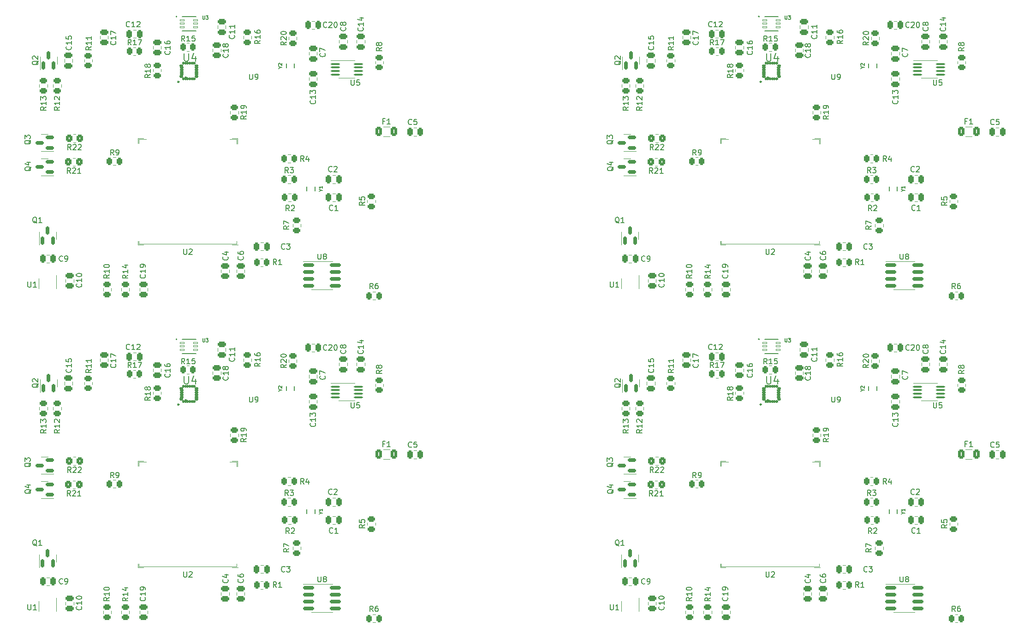
<source format=gbr>
%TF.GenerationSoftware,KiCad,Pcbnew,6.0.11-2627ca5db0~126~ubuntu20.04.1*%
%TF.CreationDate,2024-09-10T20:57:43-04:00*%
%TF.ProjectId,panel,70616e65-6c2e-46b6-9963-61645f706362,rev?*%
%TF.SameCoordinates,Original*%
%TF.FileFunction,Legend,Top*%
%TF.FilePolarity,Positive*%
%FSLAX46Y46*%
G04 Gerber Fmt 4.6, Leading zero omitted, Abs format (unit mm)*
G04 Created by KiCad (PCBNEW 6.0.11-2627ca5db0~126~ubuntu20.04.1) date 2024-09-10 20:57:43*
%MOMM*%
%LPD*%
G01*
G04 APERTURE LIST*
G04 Aperture macros list*
%AMRoundRect*
0 Rectangle with rounded corners*
0 $1 Rounding radius*
0 $2 $3 $4 $5 $6 $7 $8 $9 X,Y pos of 4 corners*
0 Add a 4 corners polygon primitive as box body*
4,1,4,$2,$3,$4,$5,$6,$7,$8,$9,$2,$3,0*
0 Add four circle primitives for the rounded corners*
1,1,$1+$1,$2,$3*
1,1,$1+$1,$4,$5*
1,1,$1+$1,$6,$7*
1,1,$1+$1,$8,$9*
0 Add four rect primitives between the rounded corners*
20,1,$1+$1,$2,$3,$4,$5,0*
20,1,$1+$1,$4,$5,$6,$7,0*
20,1,$1+$1,$6,$7,$8,$9,0*
20,1,$1+$1,$8,$9,$2,$3,0*%
G04 Aperture macros list end*
%ADD10C,0.150000*%
%ADD11C,0.120000*%
%ADD12C,0.127000*%
%ADD13C,0.200000*%
%ADD14C,0.249988*%
%ADD15C,0.500000*%
%ADD16RoundRect,0.250000X-0.250000X-0.475000X0.250000X-0.475000X0.250000X0.475000X-0.250000X0.475000X0*%
%ADD17R,0.765000X0.210000*%
%ADD18R,0.650000X1.560000*%
%ADD19RoundRect,0.250000X-0.450000X0.262500X-0.450000X-0.262500X0.450000X-0.262500X0.450000X0.262500X0*%
%ADD20RoundRect,0.250000X0.475000X-0.250000X0.475000X0.250000X-0.475000X0.250000X-0.475000X-0.250000X0*%
%ADD21RoundRect,0.250000X0.450000X-0.262500X0.450000X0.262500X-0.450000X0.262500X-0.450000X-0.262500X0*%
%ADD22RoundRect,0.250000X-0.475000X0.250000X-0.475000X-0.250000X0.475000X-0.250000X0.475000X0.250000X0*%
%ADD23RoundRect,0.250000X0.250000X0.475000X-0.250000X0.475000X-0.250000X-0.475000X0.250000X-0.475000X0*%
%ADD24R,1.900000X1.100000*%
%ADD25C,3.200000*%
%ADD26RoundRect,0.150000X-0.825000X-0.150000X0.825000X-0.150000X0.825000X0.150000X-0.825000X0.150000X0*%
%ADD27RoundRect,0.250000X-0.262500X-0.450000X0.262500X-0.450000X0.262500X0.450000X-0.262500X0.450000X0*%
%ADD28RoundRect,0.250000X0.350000X0.450000X-0.350000X0.450000X-0.350000X-0.450000X0.350000X-0.450000X0*%
%ADD29RoundRect,0.250000X0.375000X0.625000X-0.375000X0.625000X-0.375000X-0.625000X0.375000X-0.625000X0*%
%ADD30RoundRect,0.250000X0.262500X0.450000X-0.262500X0.450000X-0.262500X-0.450000X0.262500X-0.450000X0*%
%ADD31RoundRect,0.150000X0.150000X-0.587500X0.150000X0.587500X-0.150000X0.587500X-0.150000X-0.587500X0*%
%ADD32RoundRect,0.100000X-0.712500X-0.100000X0.712500X-0.100000X0.712500X0.100000X-0.712500X0.100000X0*%
%ADD33RoundRect,0.150000X0.587500X0.150000X-0.587500X0.150000X-0.587500X-0.150000X0.587500X-0.150000X0*%
%ADD34RoundRect,0.012800X-0.357200X-0.147200X0.357200X-0.147200X0.357200X0.147200X-0.357200X0.147200X0*%
%ADD35R,1.300000X2.000000*%
%ADD36R,1.500000X0.900000*%
%ADD37R,0.900000X1.500000*%
%ADD38R,0.900000X0.900000*%
%ADD39RoundRect,0.102000X0.127000X0.165100X-0.127000X0.165100X-0.127000X-0.165100X0.127000X-0.165100X0*%
%ADD40RoundRect,0.102000X0.127000X0.254000X-0.127000X0.254000X-0.127000X-0.254000X0.127000X-0.254000X0*%
%ADD41RoundRect,0.102000X0.127000X0.177800X-0.127000X0.177800X-0.127000X-0.177800X0.127000X-0.177800X0*%
%ADD42RoundRect,0.102000X0.215900X-0.127000X0.215900X0.127000X-0.215900X0.127000X-0.215900X-0.127000X0*%
%ADD43RoundRect,0.102000X0.254000X-0.127000X0.254000X0.127000X-0.254000X0.127000X-0.254000X-0.127000X0*%
%ADD44R,5.175000X5.175000*%
%ADD45C,5.175000*%
%ADD46R,1.700000X1.700000*%
%ADD47O,1.700000X1.700000*%
%ADD48O,1.100000X1.800000*%
%ADD49O,1.100000X2.200000*%
G04 APERTURE END LIST*
D10*
%TO.C,C20*%
X85727842Y-10447142D02*
X85680223Y-10494761D01*
X85537366Y-10542380D01*
X85442128Y-10542380D01*
X85299271Y-10494761D01*
X85204033Y-10399523D01*
X85156414Y-10304285D01*
X85108795Y-10113809D01*
X85108795Y-9970952D01*
X85156414Y-9780476D01*
X85204033Y-9685238D01*
X85299271Y-9590000D01*
X85442128Y-9542380D01*
X85537366Y-9542380D01*
X85680223Y-9590000D01*
X85727842Y-9637619D01*
X86108795Y-9637619D02*
X86156414Y-9590000D01*
X86251652Y-9542380D01*
X86489747Y-9542380D01*
X86584985Y-9590000D01*
X86632604Y-9637619D01*
X86680223Y-9732857D01*
X86680223Y-9828095D01*
X86632604Y-9970952D01*
X86061176Y-10542380D01*
X86680223Y-10542380D01*
X87299271Y-9542380D02*
X87394509Y-9542380D01*
X87489747Y-9590000D01*
X87537366Y-9637619D01*
X87584985Y-9732857D01*
X87632604Y-9923333D01*
X87632604Y-10161428D01*
X87584985Y-10351904D01*
X87537366Y-10447142D01*
X87489747Y-10494761D01*
X87394509Y-10542380D01*
X87299271Y-10542380D01*
X87204033Y-10494761D01*
X87156414Y-10447142D01*
X87108795Y-10351904D01*
X87061176Y-10161428D01*
X87061176Y-9923333D01*
X87108795Y-9732857D01*
X87156414Y-9637619D01*
X87204033Y-9590000D01*
X87299271Y-9542380D01*
%TO.C,U9*%
X71538795Y-19092380D02*
X71538795Y-19901904D01*
X71586414Y-19997142D01*
X71634033Y-20044761D01*
X71729271Y-20092380D01*
X71919747Y-20092380D01*
X72014985Y-20044761D01*
X72062604Y-19997142D01*
X72110223Y-19901904D01*
X72110223Y-19092380D01*
X72634033Y-20092380D02*
X72824509Y-20092380D01*
X72919747Y-20044761D01*
X72967366Y-19997142D01*
X73062604Y-19854285D01*
X73110223Y-19663809D01*
X73110223Y-19282857D01*
X73062604Y-19187619D01*
X73014985Y-19140000D01*
X72919747Y-19092380D01*
X72729271Y-19092380D01*
X72634033Y-19140000D01*
X72586414Y-19187619D01*
X72538795Y-19282857D01*
X72538795Y-19520952D01*
X72586414Y-19616190D01*
X72634033Y-19663809D01*
X72729271Y-19711428D01*
X72919747Y-19711428D01*
X73014985Y-19663809D01*
X73062604Y-19616190D01*
X73110223Y-19520952D01*
%TO.C,U1*%
X137751395Y-57232380D02*
X137751395Y-58041904D01*
X137799014Y-58137142D01*
X137846633Y-58184761D01*
X137941871Y-58232380D01*
X138132347Y-58232380D01*
X138227585Y-58184761D01*
X138275204Y-58137142D01*
X138322823Y-58041904D01*
X138322823Y-57232380D01*
X139322823Y-58232380D02*
X138751395Y-58232380D01*
X139037109Y-58232380D02*
X139037109Y-57232380D01*
X138941871Y-57375238D01*
X138846633Y-57470476D01*
X138751395Y-57518095D01*
%TO.C,R18*%
X53363080Y-78430457D02*
X52886890Y-78763790D01*
X53363080Y-79001885D02*
X52363080Y-79001885D01*
X52363080Y-78620933D01*
X52410700Y-78525695D01*
X52458319Y-78478076D01*
X52553557Y-78430457D01*
X52696414Y-78430457D01*
X52791652Y-78478076D01*
X52839271Y-78525695D01*
X52886890Y-78620933D01*
X52886890Y-79001885D01*
X53363080Y-77478076D02*
X53363080Y-78049504D01*
X53363080Y-77763790D02*
X52363080Y-77763790D01*
X52505938Y-77859028D01*
X52601176Y-77954266D01*
X52648795Y-78049504D01*
X52791652Y-76906647D02*
X52744033Y-77001885D01*
X52696414Y-77049504D01*
X52601176Y-77097123D01*
X52553557Y-77097123D01*
X52458319Y-77049504D01*
X52410700Y-77001885D01*
X52363080Y-76906647D01*
X52363080Y-76716171D01*
X52410700Y-76620933D01*
X52458319Y-76573314D01*
X52553557Y-76525695D01*
X52601176Y-76525695D01*
X52696414Y-76573314D01*
X52744033Y-76620933D01*
X52791652Y-76716171D01*
X52791652Y-76906647D01*
X52839271Y-77001885D01*
X52886890Y-77049504D01*
X52982128Y-77097123D01*
X53172604Y-77097123D01*
X53267842Y-77049504D01*
X53315461Y-77001885D01*
X53363080Y-76906647D01*
X53363080Y-76716171D01*
X53315461Y-76620933D01*
X53267842Y-76573314D01*
X53172604Y-76525695D01*
X52982128Y-76525695D01*
X52886890Y-76573314D01*
X52839271Y-76620933D01*
X52791652Y-76716171D01*
%TO.C,C10*%
X147560442Y-57622857D02*
X147608061Y-57670476D01*
X147655680Y-57813333D01*
X147655680Y-57908571D01*
X147608061Y-58051428D01*
X147512823Y-58146666D01*
X147417585Y-58194285D01*
X147227109Y-58241904D01*
X147084252Y-58241904D01*
X146893776Y-58194285D01*
X146798538Y-58146666D01*
X146703300Y-58051428D01*
X146655680Y-57908571D01*
X146655680Y-57813333D01*
X146703300Y-57670476D01*
X146750919Y-57622857D01*
X147655680Y-56670476D02*
X147655680Y-57241904D01*
X147655680Y-56956190D02*
X146655680Y-56956190D01*
X146798538Y-57051428D01*
X146893776Y-57146666D01*
X146941395Y-57241904D01*
X146655680Y-56051428D02*
X146655680Y-55956190D01*
X146703300Y-55860952D01*
X146750919Y-55813333D01*
X146846157Y-55765714D01*
X147036633Y-55718095D01*
X147274728Y-55718095D01*
X147465204Y-55765714D01*
X147560442Y-55813333D01*
X147608061Y-55860952D01*
X147655680Y-55956190D01*
X147655680Y-56051428D01*
X147608061Y-56146666D01*
X147560442Y-56194285D01*
X147465204Y-56241904D01*
X147274728Y-56289523D01*
X147036633Y-56289523D01*
X146846157Y-56241904D01*
X146750919Y-56194285D01*
X146703300Y-56146666D01*
X146655680Y-56051428D01*
%TO.C,C17*%
X46947842Y-13092857D02*
X46995461Y-13140476D01*
X47043080Y-13283333D01*
X47043080Y-13378571D01*
X46995461Y-13521428D01*
X46900223Y-13616666D01*
X46804985Y-13664285D01*
X46614509Y-13711904D01*
X46471652Y-13711904D01*
X46281176Y-13664285D01*
X46185938Y-13616666D01*
X46090700Y-13521428D01*
X46043080Y-13378571D01*
X46043080Y-13283333D01*
X46090700Y-13140476D01*
X46138319Y-13092857D01*
X47043080Y-12140476D02*
X47043080Y-12711904D01*
X47043080Y-12426190D02*
X46043080Y-12426190D01*
X46185938Y-12521428D01*
X46281176Y-12616666D01*
X46328795Y-12711904D01*
X46043080Y-11807142D02*
X46043080Y-11140476D01*
X47043080Y-11569047D01*
%TO.C,R16*%
X73523080Y-12912857D02*
X73046890Y-13246190D01*
X73523080Y-13484285D02*
X72523080Y-13484285D01*
X72523080Y-13103333D01*
X72570700Y-13008095D01*
X72618319Y-12960476D01*
X72713557Y-12912857D01*
X72856414Y-12912857D01*
X72951652Y-12960476D01*
X72999271Y-13008095D01*
X73046890Y-13103333D01*
X73046890Y-13484285D01*
X73523080Y-11960476D02*
X73523080Y-12531904D01*
X73523080Y-12246190D02*
X72523080Y-12246190D01*
X72665938Y-12341428D01*
X72761176Y-12436666D01*
X72808795Y-12531904D01*
X72523080Y-11103333D02*
X72523080Y-11293809D01*
X72570700Y-11389047D01*
X72618319Y-11436666D01*
X72761176Y-11531904D01*
X72951652Y-11579523D01*
X73332604Y-11579523D01*
X73427842Y-11531904D01*
X73475461Y-11484285D01*
X73523080Y-11389047D01*
X73523080Y-11198571D01*
X73475461Y-11103333D01*
X73427842Y-11055714D01*
X73332604Y-11008095D01*
X73094509Y-11008095D01*
X72999271Y-11055714D01*
X72951652Y-11103333D01*
X72904033Y-11198571D01*
X72904033Y-11389047D01*
X72951652Y-11484285D01*
X72999271Y-11531904D01*
X73094509Y-11579523D01*
%TO.C,C4*%
X174430442Y-52656666D02*
X174478061Y-52704285D01*
X174525680Y-52847142D01*
X174525680Y-52942380D01*
X174478061Y-53085238D01*
X174382823Y-53180476D01*
X174287585Y-53228095D01*
X174097109Y-53275714D01*
X173954252Y-53275714D01*
X173763776Y-53228095D01*
X173668538Y-53180476D01*
X173573300Y-53085238D01*
X173525680Y-52942380D01*
X173525680Y-52847142D01*
X173573300Y-52704285D01*
X173620919Y-52656666D01*
X173859014Y-51799523D02*
X174525680Y-51799523D01*
X173478061Y-52037619D02*
X174192347Y-52275714D01*
X174192347Y-51656666D01*
%TO.C,C5*%
X208216633Y-87554742D02*
X208169014Y-87602361D01*
X208026157Y-87649980D01*
X207930919Y-87649980D01*
X207788061Y-87602361D01*
X207692823Y-87507123D01*
X207645204Y-87411885D01*
X207597585Y-87221409D01*
X207597585Y-87078552D01*
X207645204Y-86888076D01*
X207692823Y-86792838D01*
X207788061Y-86697600D01*
X207930919Y-86649980D01*
X208026157Y-86649980D01*
X208169014Y-86697600D01*
X208216633Y-86745219D01*
X209121395Y-86649980D02*
X208645204Y-86649980D01*
X208597585Y-87126171D01*
X208645204Y-87078552D01*
X208740442Y-87030933D01*
X208978538Y-87030933D01*
X209073776Y-87078552D01*
X209121395Y-87126171D01*
X209169014Y-87221409D01*
X209169014Y-87459504D01*
X209121395Y-87554742D01*
X209073776Y-87602361D01*
X208978538Y-87649980D01*
X208740442Y-87649980D01*
X208645204Y-87602361D01*
X208597585Y-87554742D01*
%TO.C,Y2*%
X77189061Y-77155361D02*
X77493823Y-77155361D01*
X76853823Y-77368695D02*
X77189061Y-77155361D01*
X76853823Y-76942028D01*
X76914776Y-76759171D02*
X76884300Y-76728695D01*
X76853823Y-76667742D01*
X76853823Y-76515361D01*
X76884300Y-76454409D01*
X76914776Y-76423933D01*
X76975728Y-76393457D01*
X77036680Y-76393457D01*
X77128109Y-76423933D01*
X77493823Y-76789647D01*
X77493823Y-76393457D01*
%TO.C,R20*%
X185185680Y-13162857D02*
X184709490Y-13496190D01*
X185185680Y-13734285D02*
X184185680Y-13734285D01*
X184185680Y-13353333D01*
X184233300Y-13258095D01*
X184280919Y-13210476D01*
X184376157Y-13162857D01*
X184519014Y-13162857D01*
X184614252Y-13210476D01*
X184661871Y-13258095D01*
X184709490Y-13353333D01*
X184709490Y-13734285D01*
X184280919Y-12781904D02*
X184233300Y-12734285D01*
X184185680Y-12639047D01*
X184185680Y-12400952D01*
X184233300Y-12305714D01*
X184280919Y-12258095D01*
X184376157Y-12210476D01*
X184471395Y-12210476D01*
X184614252Y-12258095D01*
X185185680Y-12829523D01*
X185185680Y-12210476D01*
X184185680Y-11591428D02*
X184185680Y-11496190D01*
X184233300Y-11400952D01*
X184280919Y-11353333D01*
X184376157Y-11305714D01*
X184566633Y-11258095D01*
X184804728Y-11258095D01*
X184995204Y-11305714D01*
X185090442Y-11353333D01*
X185138061Y-11400952D01*
X185185680Y-11496190D01*
X185185680Y-11591428D01*
X185138061Y-11686666D01*
X185090442Y-11734285D01*
X184995204Y-11781904D01*
X184804728Y-11829523D01*
X184566633Y-11829523D01*
X184376157Y-11781904D01*
X184280919Y-11734285D01*
X184233300Y-11686666D01*
X184185680Y-11591428D01*
%TO.C,R10*%
X152713680Y-55970857D02*
X152237490Y-56304190D01*
X152713680Y-56542285D02*
X151713680Y-56542285D01*
X151713680Y-56161333D01*
X151761300Y-56066095D01*
X151808919Y-56018476D01*
X151904157Y-55970857D01*
X152047014Y-55970857D01*
X152142252Y-56018476D01*
X152189871Y-56066095D01*
X152237490Y-56161333D01*
X152237490Y-56542285D01*
X152713680Y-55018476D02*
X152713680Y-55589904D01*
X152713680Y-55304190D02*
X151713680Y-55304190D01*
X151856538Y-55399428D01*
X151951776Y-55494666D01*
X151999395Y-55589904D01*
X151713680Y-54399428D02*
X151713680Y-54304190D01*
X151761300Y-54208952D01*
X151808919Y-54161333D01*
X151904157Y-54113714D01*
X152094633Y-54066095D01*
X152332728Y-54066095D01*
X152523204Y-54113714D01*
X152618442Y-54161333D01*
X152666061Y-54208952D01*
X152713680Y-54304190D01*
X152713680Y-54399428D01*
X152666061Y-54494666D01*
X152618442Y-54542285D01*
X152523204Y-54589904D01*
X152332728Y-54637523D01*
X152094633Y-54637523D01*
X151904157Y-54589904D01*
X151808919Y-54542285D01*
X151761300Y-54494666D01*
X151713680Y-54399428D01*
%TO.C,C4*%
X174430442Y-111924266D02*
X174478061Y-111971885D01*
X174525680Y-112114742D01*
X174525680Y-112209980D01*
X174478061Y-112352838D01*
X174382823Y-112448076D01*
X174287585Y-112495695D01*
X174097109Y-112543314D01*
X173954252Y-112543314D01*
X173763776Y-112495695D01*
X173668538Y-112448076D01*
X173573300Y-112352838D01*
X173525680Y-112209980D01*
X173525680Y-112114742D01*
X173573300Y-111971885D01*
X173620919Y-111924266D01*
X173859014Y-111067123D02*
X174525680Y-111067123D01*
X173478061Y-111305219D02*
X174192347Y-111543314D01*
X174192347Y-110924266D01*
%TO.C,C8*%
X196040442Y-10521666D02*
X196088061Y-10569285D01*
X196135680Y-10712142D01*
X196135680Y-10807380D01*
X196088061Y-10950238D01*
X195992823Y-11045476D01*
X195897585Y-11093095D01*
X195707109Y-11140714D01*
X195564252Y-11140714D01*
X195373776Y-11093095D01*
X195278538Y-11045476D01*
X195183300Y-10950238D01*
X195135680Y-10807380D01*
X195135680Y-10712142D01*
X195183300Y-10569285D01*
X195230919Y-10521666D01*
X195564252Y-9950238D02*
X195516633Y-10045476D01*
X195469014Y-10093095D01*
X195373776Y-10140714D01*
X195326157Y-10140714D01*
X195230919Y-10093095D01*
X195183300Y-10045476D01*
X195135680Y-9950238D01*
X195135680Y-9759761D01*
X195183300Y-9664523D01*
X195230919Y-9616904D01*
X195326157Y-9569285D01*
X195373776Y-9569285D01*
X195469014Y-9616904D01*
X195516633Y-9664523D01*
X195564252Y-9759761D01*
X195564252Y-9950238D01*
X195611871Y-10045476D01*
X195659490Y-10093095D01*
X195754728Y-10140714D01*
X195945204Y-10140714D01*
X196040442Y-10093095D01*
X196088061Y-10045476D01*
X196135680Y-9950238D01*
X196135680Y-9759761D01*
X196088061Y-9664523D01*
X196040442Y-9616904D01*
X195945204Y-9569285D01*
X195754728Y-9569285D01*
X195659490Y-9616904D01*
X195611871Y-9664523D01*
X195564252Y-9759761D01*
%TO.C,C18*%
X174440442Y-15422857D02*
X174488061Y-15470476D01*
X174535680Y-15613333D01*
X174535680Y-15708571D01*
X174488061Y-15851428D01*
X174392823Y-15946666D01*
X174297585Y-15994285D01*
X174107109Y-16041904D01*
X173964252Y-16041904D01*
X173773776Y-15994285D01*
X173678538Y-15946666D01*
X173583300Y-15851428D01*
X173535680Y-15708571D01*
X173535680Y-15613333D01*
X173583300Y-15470476D01*
X173630919Y-15422857D01*
X174535680Y-14470476D02*
X174535680Y-15041904D01*
X174535680Y-14756190D02*
X173535680Y-14756190D01*
X173678538Y-14851428D01*
X173773776Y-14946666D01*
X173821395Y-15041904D01*
X173964252Y-13899047D02*
X173916633Y-13994285D01*
X173869014Y-14041904D01*
X173773776Y-14089523D01*
X173726157Y-14089523D01*
X173630919Y-14041904D01*
X173583300Y-13994285D01*
X173535680Y-13899047D01*
X173535680Y-13708571D01*
X173583300Y-13613333D01*
X173630919Y-13565714D01*
X173726157Y-13518095D01*
X173773776Y-13518095D01*
X173869014Y-13565714D01*
X173916633Y-13613333D01*
X173964252Y-13708571D01*
X173964252Y-13899047D01*
X174011871Y-13994285D01*
X174059490Y-14041904D01*
X174154728Y-14089523D01*
X174345204Y-14089523D01*
X174440442Y-14041904D01*
X174488061Y-13994285D01*
X174535680Y-13899047D01*
X174535680Y-13708571D01*
X174488061Y-13613333D01*
X174440442Y-13565714D01*
X174345204Y-13518095D01*
X174154728Y-13518095D01*
X174059490Y-13565714D01*
X174011871Y-13613333D01*
X173964252Y-13708571D01*
%TO.C,U1*%
X30858795Y-57232380D02*
X30858795Y-58041904D01*
X30906414Y-58137142D01*
X30954033Y-58184761D01*
X31049271Y-58232380D01*
X31239747Y-58232380D01*
X31334985Y-58184761D01*
X31382604Y-58137142D01*
X31430223Y-58041904D01*
X31430223Y-57232380D01*
X32430223Y-58232380D02*
X31858795Y-58232380D01*
X32144509Y-58232380D02*
X32144509Y-57232380D01*
X32049271Y-57375238D01*
X31954033Y-57470476D01*
X31858795Y-57518095D01*
%TO.C,R18*%
X160255680Y-19162857D02*
X159779490Y-19496190D01*
X160255680Y-19734285D02*
X159255680Y-19734285D01*
X159255680Y-19353333D01*
X159303300Y-19258095D01*
X159350919Y-19210476D01*
X159446157Y-19162857D01*
X159589014Y-19162857D01*
X159684252Y-19210476D01*
X159731871Y-19258095D01*
X159779490Y-19353333D01*
X159779490Y-19734285D01*
X160255680Y-18210476D02*
X160255680Y-18781904D01*
X160255680Y-18496190D02*
X159255680Y-18496190D01*
X159398538Y-18591428D01*
X159493776Y-18686666D01*
X159541395Y-18781904D01*
X159684252Y-17639047D02*
X159636633Y-17734285D01*
X159589014Y-17781904D01*
X159493776Y-17829523D01*
X159446157Y-17829523D01*
X159350919Y-17781904D01*
X159303300Y-17734285D01*
X159255680Y-17639047D01*
X159255680Y-17448571D01*
X159303300Y-17353333D01*
X159350919Y-17305714D01*
X159446157Y-17258095D01*
X159493776Y-17258095D01*
X159589014Y-17305714D01*
X159636633Y-17353333D01*
X159684252Y-17448571D01*
X159684252Y-17639047D01*
X159731871Y-17734285D01*
X159779490Y-17781904D01*
X159874728Y-17829523D01*
X160065204Y-17829523D01*
X160160442Y-17781904D01*
X160208061Y-17734285D01*
X160255680Y-17639047D01*
X160255680Y-17448571D01*
X160208061Y-17353333D01*
X160160442Y-17305714D01*
X160065204Y-17258095D01*
X159874728Y-17258095D01*
X159779490Y-17305714D01*
X159731871Y-17353333D01*
X159684252Y-17448571D01*
%TO.C,C9*%
X37244033Y-112664742D02*
X37196414Y-112712361D01*
X37053557Y-112759980D01*
X36958319Y-112759980D01*
X36815461Y-112712361D01*
X36720223Y-112617123D01*
X36672604Y-112521885D01*
X36624985Y-112331409D01*
X36624985Y-112188552D01*
X36672604Y-111998076D01*
X36720223Y-111902838D01*
X36815461Y-111807600D01*
X36958319Y-111759980D01*
X37053557Y-111759980D01*
X37196414Y-111807600D01*
X37244033Y-111855219D01*
X37720223Y-112759980D02*
X37910700Y-112759980D01*
X38005938Y-112712361D01*
X38053557Y-112664742D01*
X38148795Y-112521885D01*
X38196414Y-112331409D01*
X38196414Y-111950457D01*
X38148795Y-111855219D01*
X38101176Y-111807600D01*
X38005938Y-111759980D01*
X37815461Y-111759980D01*
X37720223Y-111807600D01*
X37672604Y-111855219D01*
X37624985Y-111950457D01*
X37624985Y-112188552D01*
X37672604Y-112283790D01*
X37720223Y-112331409D01*
X37815461Y-112379028D01*
X38005938Y-112379028D01*
X38101176Y-112331409D01*
X38148795Y-112283790D01*
X38196414Y-112188552D01*
%TO.C,C4*%
X67537842Y-52656666D02*
X67585461Y-52704285D01*
X67633080Y-52847142D01*
X67633080Y-52942380D01*
X67585461Y-53085238D01*
X67490223Y-53180476D01*
X67394985Y-53228095D01*
X67204509Y-53275714D01*
X67061652Y-53275714D01*
X66871176Y-53228095D01*
X66775938Y-53180476D01*
X66680700Y-53085238D01*
X66633080Y-52942380D01*
X66633080Y-52847142D01*
X66680700Y-52704285D01*
X66728319Y-52656666D01*
X66966414Y-51799523D02*
X67633080Y-51799523D01*
X66585461Y-52037619D02*
X67299747Y-52275714D01*
X67299747Y-51656666D01*
%TO.C,R19*%
X177845680Y-86030457D02*
X177369490Y-86363790D01*
X177845680Y-86601885D02*
X176845680Y-86601885D01*
X176845680Y-86220933D01*
X176893300Y-86125695D01*
X176940919Y-86078076D01*
X177036157Y-86030457D01*
X177179014Y-86030457D01*
X177274252Y-86078076D01*
X177321871Y-86125695D01*
X177369490Y-86220933D01*
X177369490Y-86601885D01*
X177845680Y-85078076D02*
X177845680Y-85649504D01*
X177845680Y-85363790D02*
X176845680Y-85363790D01*
X176988538Y-85459028D01*
X177083776Y-85554266D01*
X177131395Y-85649504D01*
X177845680Y-84601885D02*
X177845680Y-84411409D01*
X177798061Y-84316171D01*
X177750442Y-84268552D01*
X177607585Y-84173314D01*
X177417109Y-84125695D01*
X177036157Y-84125695D01*
X176940919Y-84173314D01*
X176893300Y-84220933D01*
X176845680Y-84316171D01*
X176845680Y-84506647D01*
X176893300Y-84601885D01*
X176940919Y-84649504D01*
X177036157Y-84697123D01*
X177274252Y-84697123D01*
X177369490Y-84649504D01*
X177417109Y-84601885D01*
X177464728Y-84506647D01*
X177464728Y-84316171D01*
X177417109Y-84220933D01*
X177369490Y-84173314D01*
X177274252Y-84125695D01*
%TO.C,U8*%
X84083795Y-111384980D02*
X84083795Y-112194504D01*
X84131414Y-112289742D01*
X84179033Y-112337361D01*
X84274271Y-112384980D01*
X84464747Y-112384980D01*
X84559985Y-112337361D01*
X84607604Y-112289742D01*
X84655223Y-112194504D01*
X84655223Y-111384980D01*
X85274271Y-111813552D02*
X85179033Y-111765933D01*
X85131414Y-111718314D01*
X85083795Y-111623076D01*
X85083795Y-111575457D01*
X85131414Y-111480219D01*
X85179033Y-111432600D01*
X85274271Y-111384980D01*
X85464747Y-111384980D01*
X85559985Y-111432600D01*
X85607604Y-111480219D01*
X85655223Y-111575457D01*
X85655223Y-111623076D01*
X85607604Y-111718314D01*
X85559985Y-111765933D01*
X85464747Y-111813552D01*
X85274271Y-111813552D01*
X85179033Y-111861171D01*
X85131414Y-111908790D01*
X85083795Y-112004028D01*
X85083795Y-112194504D01*
X85131414Y-112289742D01*
X85179033Y-112337361D01*
X85274271Y-112384980D01*
X85464747Y-112384980D01*
X85559985Y-112337361D01*
X85607604Y-112289742D01*
X85655223Y-112194504D01*
X85655223Y-112004028D01*
X85607604Y-111908790D01*
X85559985Y-111861171D01*
X85464747Y-111813552D01*
%TO.C,C2*%
X193576633Y-96224742D02*
X193529014Y-96272361D01*
X193386157Y-96319980D01*
X193290919Y-96319980D01*
X193148061Y-96272361D01*
X193052823Y-96177123D01*
X193005204Y-96081885D01*
X192957585Y-95891409D01*
X192957585Y-95748552D01*
X193005204Y-95558076D01*
X193052823Y-95462838D01*
X193148061Y-95367600D01*
X193290919Y-95319980D01*
X193386157Y-95319980D01*
X193529014Y-95367600D01*
X193576633Y-95415219D01*
X193957585Y-95415219D02*
X194005204Y-95367600D01*
X194100442Y-95319980D01*
X194338538Y-95319980D01*
X194433776Y-95367600D01*
X194481395Y-95415219D01*
X194529014Y-95510457D01*
X194529014Y-95605695D01*
X194481395Y-95748552D01*
X193909966Y-96319980D01*
X194529014Y-96319980D01*
%TO.C,R14*%
X156130680Y-56010857D02*
X155654490Y-56344190D01*
X156130680Y-56582285D02*
X155130680Y-56582285D01*
X155130680Y-56201333D01*
X155178300Y-56106095D01*
X155225919Y-56058476D01*
X155321157Y-56010857D01*
X155464014Y-56010857D01*
X155559252Y-56058476D01*
X155606871Y-56106095D01*
X155654490Y-56201333D01*
X155654490Y-56582285D01*
X156130680Y-55058476D02*
X156130680Y-55629904D01*
X156130680Y-55344190D02*
X155130680Y-55344190D01*
X155273538Y-55439428D01*
X155368776Y-55534666D01*
X155416395Y-55629904D01*
X155464014Y-54201333D02*
X156130680Y-54201333D01*
X155083061Y-54439428D02*
X155797347Y-54677523D01*
X155797347Y-54058476D01*
%TO.C,C18*%
X67547842Y-74690457D02*
X67595461Y-74738076D01*
X67643080Y-74880933D01*
X67643080Y-74976171D01*
X67595461Y-75119028D01*
X67500223Y-75214266D01*
X67404985Y-75261885D01*
X67214509Y-75309504D01*
X67071652Y-75309504D01*
X66881176Y-75261885D01*
X66785938Y-75214266D01*
X66690700Y-75119028D01*
X66643080Y-74976171D01*
X66643080Y-74880933D01*
X66690700Y-74738076D01*
X66738319Y-74690457D01*
X67643080Y-73738076D02*
X67643080Y-74309504D01*
X67643080Y-74023790D02*
X66643080Y-74023790D01*
X66785938Y-74119028D01*
X66881176Y-74214266D01*
X66928795Y-74309504D01*
X67071652Y-73166647D02*
X67024033Y-73261885D01*
X66976414Y-73309504D01*
X66881176Y-73357123D01*
X66833557Y-73357123D01*
X66738319Y-73309504D01*
X66690700Y-73261885D01*
X66643080Y-73166647D01*
X66643080Y-72976171D01*
X66690700Y-72880933D01*
X66738319Y-72833314D01*
X66833557Y-72785695D01*
X66881176Y-72785695D01*
X66976414Y-72833314D01*
X67024033Y-72880933D01*
X67071652Y-72976171D01*
X67071652Y-73166647D01*
X67119271Y-73261885D01*
X67166890Y-73309504D01*
X67262128Y-73357123D01*
X67452604Y-73357123D01*
X67547842Y-73309504D01*
X67595461Y-73261885D01*
X67643080Y-73166647D01*
X67643080Y-72976171D01*
X67595461Y-72880933D01*
X67547842Y-72833314D01*
X67452604Y-72785695D01*
X67262128Y-72785695D01*
X67166890Y-72833314D01*
X67119271Y-72880933D01*
X67071652Y-72976171D01*
%TO.C,R17*%
X156720442Y-13739880D02*
X156387109Y-13263690D01*
X156149014Y-13739880D02*
X156149014Y-12739880D01*
X156529966Y-12739880D01*
X156625204Y-12787500D01*
X156672823Y-12835119D01*
X156720442Y-12930357D01*
X156720442Y-13073214D01*
X156672823Y-13168452D01*
X156625204Y-13216071D01*
X156529966Y-13263690D01*
X156149014Y-13263690D01*
X157672823Y-13739880D02*
X157101395Y-13739880D01*
X157387109Y-13739880D02*
X157387109Y-12739880D01*
X157291871Y-12882738D01*
X157196633Y-12977976D01*
X157101395Y-13025595D01*
X158006157Y-12739880D02*
X158672823Y-12739880D01*
X158244252Y-13739880D01*
%TO.C,R22*%
X145680442Y-92259980D02*
X145347109Y-91783790D01*
X145109014Y-92259980D02*
X145109014Y-91259980D01*
X145489966Y-91259980D01*
X145585204Y-91307600D01*
X145632823Y-91355219D01*
X145680442Y-91450457D01*
X145680442Y-91593314D01*
X145632823Y-91688552D01*
X145585204Y-91736171D01*
X145489966Y-91783790D01*
X145109014Y-91783790D01*
X146061395Y-91355219D02*
X146109014Y-91307600D01*
X146204252Y-91259980D01*
X146442347Y-91259980D01*
X146537585Y-91307600D01*
X146585204Y-91355219D01*
X146632823Y-91450457D01*
X146632823Y-91545695D01*
X146585204Y-91688552D01*
X146013776Y-92259980D01*
X146632823Y-92259980D01*
X147013776Y-91355219D02*
X147061395Y-91307600D01*
X147156633Y-91259980D01*
X147394728Y-91259980D01*
X147489966Y-91307600D01*
X147537585Y-91355219D01*
X147585204Y-91450457D01*
X147585204Y-91545695D01*
X147537585Y-91688552D01*
X146966157Y-92259980D01*
X147585204Y-92259980D01*
%TO.C,C6*%
X70337842Y-111874266D02*
X70385461Y-111921885D01*
X70433080Y-112064742D01*
X70433080Y-112159980D01*
X70385461Y-112302838D01*
X70290223Y-112398076D01*
X70194985Y-112445695D01*
X70004509Y-112493314D01*
X69861652Y-112493314D01*
X69671176Y-112445695D01*
X69575938Y-112398076D01*
X69480700Y-112302838D01*
X69433080Y-112159980D01*
X69433080Y-112064742D01*
X69480700Y-111921885D01*
X69528319Y-111874266D01*
X69433080Y-111017123D02*
X69433080Y-111207600D01*
X69480700Y-111302838D01*
X69528319Y-111350457D01*
X69671176Y-111445695D01*
X69861652Y-111493314D01*
X70242604Y-111493314D01*
X70337842Y-111445695D01*
X70385461Y-111398076D01*
X70433080Y-111302838D01*
X70433080Y-111112361D01*
X70385461Y-111017123D01*
X70337842Y-110969504D01*
X70242604Y-110921885D01*
X70004509Y-110921885D01*
X69909271Y-110969504D01*
X69861652Y-111017123D01*
X69814033Y-111112361D01*
X69814033Y-111302838D01*
X69861652Y-111398076D01*
X69909271Y-111445695D01*
X70004509Y-111493314D01*
%TO.C,R4*%
X81546533Y-35122380D02*
X81213200Y-34646190D01*
X80975104Y-35122380D02*
X80975104Y-34122380D01*
X81356057Y-34122380D01*
X81451295Y-34170000D01*
X81498914Y-34217619D01*
X81546533Y-34312857D01*
X81546533Y-34455714D01*
X81498914Y-34550952D01*
X81451295Y-34598571D01*
X81356057Y-34646190D01*
X80975104Y-34646190D01*
X82403676Y-34455714D02*
X82403676Y-35122380D01*
X82165580Y-34074761D02*
X81927485Y-34789047D01*
X82546533Y-34789047D01*
%TO.C,C17*%
X153840442Y-13092857D02*
X153888061Y-13140476D01*
X153935680Y-13283333D01*
X153935680Y-13378571D01*
X153888061Y-13521428D01*
X153792823Y-13616666D01*
X153697585Y-13664285D01*
X153507109Y-13711904D01*
X153364252Y-13711904D01*
X153173776Y-13664285D01*
X153078538Y-13616666D01*
X152983300Y-13521428D01*
X152935680Y-13378571D01*
X152935680Y-13283333D01*
X152983300Y-13140476D01*
X153030919Y-13092857D01*
X153935680Y-12140476D02*
X153935680Y-12711904D01*
X153935680Y-12426190D02*
X152935680Y-12426190D01*
X153078538Y-12521428D01*
X153173776Y-12616666D01*
X153221395Y-12711904D01*
X152935680Y-11807142D02*
X152935680Y-11140476D01*
X153935680Y-11569047D01*
%TO.C,F1*%
X96337366Y-27762821D02*
X96004033Y-27762821D01*
X96004033Y-28286630D02*
X96004033Y-27286630D01*
X96480223Y-27286630D01*
X97384985Y-28286630D02*
X96813557Y-28286630D01*
X97099271Y-28286630D02*
X97099271Y-27286630D01*
X97004033Y-27429488D01*
X96908795Y-27524726D01*
X96813557Y-27572345D01*
%TO.C,C2*%
X86684033Y-96224742D02*
X86636414Y-96272361D01*
X86493557Y-96319980D01*
X86398319Y-96319980D01*
X86255461Y-96272361D01*
X86160223Y-96177123D01*
X86112604Y-96081885D01*
X86064985Y-95891409D01*
X86064985Y-95748552D01*
X86112604Y-95558076D01*
X86160223Y-95462838D01*
X86255461Y-95367600D01*
X86398319Y-95319980D01*
X86493557Y-95319980D01*
X86636414Y-95367600D01*
X86684033Y-95415219D01*
X87064985Y-95415219D02*
X87112604Y-95367600D01*
X87207842Y-95319980D01*
X87445938Y-95319980D01*
X87541176Y-95367600D01*
X87588795Y-95415219D01*
X87636414Y-95510457D01*
X87636414Y-95605695D01*
X87588795Y-95748552D01*
X87017366Y-96319980D01*
X87636414Y-96319980D01*
%TO.C,C12*%
X49547842Y-10344642D02*
X49500223Y-10392261D01*
X49357366Y-10439880D01*
X49262128Y-10439880D01*
X49119271Y-10392261D01*
X49024033Y-10297023D01*
X48976414Y-10201785D01*
X48928795Y-10011309D01*
X48928795Y-9868452D01*
X48976414Y-9677976D01*
X49024033Y-9582738D01*
X49119271Y-9487500D01*
X49262128Y-9439880D01*
X49357366Y-9439880D01*
X49500223Y-9487500D01*
X49547842Y-9535119D01*
X50500223Y-10439880D02*
X49928795Y-10439880D01*
X50214509Y-10439880D02*
X50214509Y-9439880D01*
X50119271Y-9582738D01*
X50024033Y-9677976D01*
X49928795Y-9725595D01*
X50881176Y-9535119D02*
X50928795Y-9487500D01*
X51024033Y-9439880D01*
X51262128Y-9439880D01*
X51357366Y-9487500D01*
X51404985Y-9535119D01*
X51452604Y-9630357D01*
X51452604Y-9725595D01*
X51404985Y-9868452D01*
X50833557Y-10439880D01*
X51452604Y-10439880D01*
%TO.C,R13*%
X141105680Y-25120357D02*
X140629490Y-25453690D01*
X141105680Y-25691785D02*
X140105680Y-25691785D01*
X140105680Y-25310833D01*
X140153300Y-25215595D01*
X140200919Y-25167976D01*
X140296157Y-25120357D01*
X140439014Y-25120357D01*
X140534252Y-25167976D01*
X140581871Y-25215595D01*
X140629490Y-25310833D01*
X140629490Y-25691785D01*
X141105680Y-24167976D02*
X141105680Y-24739404D01*
X141105680Y-24453690D02*
X140105680Y-24453690D01*
X140248538Y-24548928D01*
X140343776Y-24644166D01*
X140391395Y-24739404D01*
X140105680Y-23834642D02*
X140105680Y-23215595D01*
X140486633Y-23548928D01*
X140486633Y-23406071D01*
X140534252Y-23310833D01*
X140581871Y-23263214D01*
X140677109Y-23215595D01*
X140915204Y-23215595D01*
X141010442Y-23263214D01*
X141058061Y-23310833D01*
X141105680Y-23406071D01*
X141105680Y-23691785D01*
X141058061Y-23787023D01*
X141010442Y-23834642D01*
%TO.C,C12*%
X49547842Y-69612242D02*
X49500223Y-69659861D01*
X49357366Y-69707480D01*
X49262128Y-69707480D01*
X49119271Y-69659861D01*
X49024033Y-69564623D01*
X48976414Y-69469385D01*
X48928795Y-69278909D01*
X48928795Y-69136052D01*
X48976414Y-68945576D01*
X49024033Y-68850338D01*
X49119271Y-68755100D01*
X49262128Y-68707480D01*
X49357366Y-68707480D01*
X49500223Y-68755100D01*
X49547842Y-68802719D01*
X50500223Y-69707480D02*
X49928795Y-69707480D01*
X50214509Y-69707480D02*
X50214509Y-68707480D01*
X50119271Y-68850338D01*
X50024033Y-68945576D01*
X49928795Y-68993195D01*
X50881176Y-68802719D02*
X50928795Y-68755100D01*
X51024033Y-68707480D01*
X51262128Y-68707480D01*
X51357366Y-68755100D01*
X51404985Y-68802719D01*
X51452604Y-68897957D01*
X51452604Y-68993195D01*
X51404985Y-69136052D01*
X50833557Y-69707480D01*
X51452604Y-69707480D01*
%TO.C,R4*%
X188439133Y-35122380D02*
X188105800Y-34646190D01*
X187867704Y-35122380D02*
X187867704Y-34122380D01*
X188248657Y-34122380D01*
X188343895Y-34170000D01*
X188391514Y-34217619D01*
X188439133Y-34312857D01*
X188439133Y-34455714D01*
X188391514Y-34550952D01*
X188343895Y-34598571D01*
X188248657Y-34646190D01*
X187867704Y-34646190D01*
X189296276Y-34455714D02*
X189296276Y-35122380D01*
X189058180Y-34074761D02*
X188820085Y-34789047D01*
X189439133Y-34789047D01*
%TO.C,C14*%
X92337842Y-69855457D02*
X92385461Y-69903076D01*
X92433080Y-70045933D01*
X92433080Y-70141171D01*
X92385461Y-70284028D01*
X92290223Y-70379266D01*
X92194985Y-70426885D01*
X92004509Y-70474504D01*
X91861652Y-70474504D01*
X91671176Y-70426885D01*
X91575938Y-70379266D01*
X91480700Y-70284028D01*
X91433080Y-70141171D01*
X91433080Y-70045933D01*
X91480700Y-69903076D01*
X91528319Y-69855457D01*
X92433080Y-68903076D02*
X92433080Y-69474504D01*
X92433080Y-69188790D02*
X91433080Y-69188790D01*
X91575938Y-69284028D01*
X91671176Y-69379266D01*
X91718795Y-69474504D01*
X91766414Y-68045933D02*
X92433080Y-68045933D01*
X91385461Y-68284028D02*
X92099747Y-68522123D01*
X92099747Y-67903076D01*
%TO.C,R15*%
X59647842Y-72329980D02*
X59314509Y-71853790D01*
X59076414Y-72329980D02*
X59076414Y-71329980D01*
X59457366Y-71329980D01*
X59552604Y-71377600D01*
X59600223Y-71425219D01*
X59647842Y-71520457D01*
X59647842Y-71663314D01*
X59600223Y-71758552D01*
X59552604Y-71806171D01*
X59457366Y-71853790D01*
X59076414Y-71853790D01*
X60600223Y-72329980D02*
X60028795Y-72329980D01*
X60314509Y-72329980D02*
X60314509Y-71329980D01*
X60219271Y-71472838D01*
X60124033Y-71568076D01*
X60028795Y-71615695D01*
X61504985Y-71329980D02*
X61028795Y-71329980D01*
X60981176Y-71806171D01*
X61028795Y-71758552D01*
X61124033Y-71710933D01*
X61362128Y-71710933D01*
X61457366Y-71758552D01*
X61504985Y-71806171D01*
X61552604Y-71901409D01*
X61552604Y-72139504D01*
X61504985Y-72234742D01*
X61457366Y-72282361D01*
X61362128Y-72329980D01*
X61124033Y-72329980D01*
X61028795Y-72282361D01*
X60981176Y-72234742D01*
%TO.C,Q2*%
X32808319Y-75940338D02*
X32760700Y-76035576D01*
X32665461Y-76130814D01*
X32522604Y-76273671D01*
X32474985Y-76368909D01*
X32474985Y-76464147D01*
X32713080Y-76416528D02*
X32665461Y-76511766D01*
X32570223Y-76607004D01*
X32379747Y-76654623D01*
X32046414Y-76654623D01*
X31855938Y-76607004D01*
X31760700Y-76511766D01*
X31713080Y-76416528D01*
X31713080Y-76226052D01*
X31760700Y-76130814D01*
X31855938Y-76035576D01*
X32046414Y-75987957D01*
X32379747Y-75987957D01*
X32570223Y-76035576D01*
X32665461Y-76130814D01*
X32713080Y-76226052D01*
X32713080Y-76416528D01*
X31808319Y-75607004D02*
X31760700Y-75559385D01*
X31713080Y-75464147D01*
X31713080Y-75226052D01*
X31760700Y-75130814D01*
X31808319Y-75083195D01*
X31903557Y-75035576D01*
X31998795Y-75035576D01*
X32141652Y-75083195D01*
X32713080Y-75654623D01*
X32713080Y-75035576D01*
%TO.C,U5*%
X90198795Y-79424980D02*
X90198795Y-80234504D01*
X90246414Y-80329742D01*
X90294033Y-80377361D01*
X90389271Y-80424980D01*
X90579747Y-80424980D01*
X90674985Y-80377361D01*
X90722604Y-80329742D01*
X90770223Y-80234504D01*
X90770223Y-79424980D01*
X91722604Y-79424980D02*
X91246414Y-79424980D01*
X91198795Y-79901171D01*
X91246414Y-79853552D01*
X91341652Y-79805933D01*
X91579747Y-79805933D01*
X91674985Y-79853552D01*
X91722604Y-79901171D01*
X91770223Y-79996409D01*
X91770223Y-80234504D01*
X91722604Y-80329742D01*
X91674985Y-80377361D01*
X91579747Y-80424980D01*
X91341652Y-80424980D01*
X91246414Y-80377361D01*
X91198795Y-80329742D01*
X197091395Y-20157380D02*
X197091395Y-20966904D01*
X197139014Y-21062142D01*
X197186633Y-21109761D01*
X197281871Y-21157380D01*
X197472347Y-21157380D01*
X197567585Y-21109761D01*
X197615204Y-21062142D01*
X197662823Y-20966904D01*
X197662823Y-20157380D01*
X198615204Y-20157380D02*
X198139014Y-20157380D01*
X198091395Y-20633571D01*
X198139014Y-20585952D01*
X198234252Y-20538333D01*
X198472347Y-20538333D01*
X198567585Y-20585952D01*
X198615204Y-20633571D01*
X198662823Y-20728809D01*
X198662823Y-20966904D01*
X198615204Y-21062142D01*
X198567585Y-21109761D01*
X198472347Y-21157380D01*
X198234252Y-21157380D01*
X198139014Y-21109761D01*
X198091395Y-21062142D01*
%TO.C,Q2*%
X32808319Y-16672738D02*
X32760700Y-16767976D01*
X32665461Y-16863214D01*
X32522604Y-17006071D01*
X32474985Y-17101309D01*
X32474985Y-17196547D01*
X32713080Y-17148928D02*
X32665461Y-17244166D01*
X32570223Y-17339404D01*
X32379747Y-17387023D01*
X32046414Y-17387023D01*
X31855938Y-17339404D01*
X31760700Y-17244166D01*
X31713080Y-17148928D01*
X31713080Y-16958452D01*
X31760700Y-16863214D01*
X31855938Y-16767976D01*
X32046414Y-16720357D01*
X32379747Y-16720357D01*
X32570223Y-16767976D01*
X32665461Y-16863214D01*
X32713080Y-16958452D01*
X32713080Y-17148928D01*
X31808319Y-16339404D02*
X31760700Y-16291785D01*
X31713080Y-16196547D01*
X31713080Y-15958452D01*
X31760700Y-15863214D01*
X31808319Y-15815595D01*
X31903557Y-15767976D01*
X31998795Y-15767976D01*
X32141652Y-15815595D01*
X32713080Y-16387023D01*
X32713080Y-15767976D01*
%TO.C,R20*%
X78293080Y-13162857D02*
X77816890Y-13496190D01*
X78293080Y-13734285D02*
X77293080Y-13734285D01*
X77293080Y-13353333D01*
X77340700Y-13258095D01*
X77388319Y-13210476D01*
X77483557Y-13162857D01*
X77626414Y-13162857D01*
X77721652Y-13210476D01*
X77769271Y-13258095D01*
X77816890Y-13353333D01*
X77816890Y-13734285D01*
X77388319Y-12781904D02*
X77340700Y-12734285D01*
X77293080Y-12639047D01*
X77293080Y-12400952D01*
X77340700Y-12305714D01*
X77388319Y-12258095D01*
X77483557Y-12210476D01*
X77578795Y-12210476D01*
X77721652Y-12258095D01*
X78293080Y-12829523D01*
X78293080Y-12210476D01*
X77293080Y-11591428D02*
X77293080Y-11496190D01*
X77340700Y-11400952D01*
X77388319Y-11353333D01*
X77483557Y-11305714D01*
X77674033Y-11258095D01*
X77912128Y-11258095D01*
X78102604Y-11305714D01*
X78197842Y-11353333D01*
X78245461Y-11400952D01*
X78293080Y-11496190D01*
X78293080Y-11591428D01*
X78245461Y-11686666D01*
X78197842Y-11734285D01*
X78102604Y-11781904D01*
X77912128Y-11829523D01*
X77674033Y-11829523D01*
X77483557Y-11781904D01*
X77388319Y-11734285D01*
X77340700Y-11686666D01*
X77293080Y-11591428D01*
%TO.C,R11*%
X149405680Y-14070357D02*
X148929490Y-14403690D01*
X149405680Y-14641785D02*
X148405680Y-14641785D01*
X148405680Y-14260833D01*
X148453300Y-14165595D01*
X148500919Y-14117976D01*
X148596157Y-14070357D01*
X148739014Y-14070357D01*
X148834252Y-14117976D01*
X148881871Y-14165595D01*
X148929490Y-14260833D01*
X148929490Y-14641785D01*
X149405680Y-13117976D02*
X149405680Y-13689404D01*
X149405680Y-13403690D02*
X148405680Y-13403690D01*
X148548538Y-13498928D01*
X148643776Y-13594166D01*
X148691395Y-13689404D01*
X149405680Y-12165595D02*
X149405680Y-12737023D01*
X149405680Y-12451309D02*
X148405680Y-12451309D01*
X148548538Y-12546547D01*
X148643776Y-12641785D01*
X148691395Y-12737023D01*
X149405680Y-73337957D02*
X148929490Y-73671290D01*
X149405680Y-73909385D02*
X148405680Y-73909385D01*
X148405680Y-73528433D01*
X148453300Y-73433195D01*
X148500919Y-73385576D01*
X148596157Y-73337957D01*
X148739014Y-73337957D01*
X148834252Y-73385576D01*
X148881871Y-73433195D01*
X148929490Y-73528433D01*
X148929490Y-73909385D01*
X149405680Y-72385576D02*
X149405680Y-72957004D01*
X149405680Y-72671290D02*
X148405680Y-72671290D01*
X148548538Y-72766528D01*
X148643776Y-72861766D01*
X148691395Y-72957004D01*
X149405680Y-71433195D02*
X149405680Y-72004623D01*
X149405680Y-71718909D02*
X148405680Y-71718909D01*
X148548538Y-71814147D01*
X148643776Y-71909385D01*
X148691395Y-72004623D01*
%TO.C,R19*%
X70953080Y-26762857D02*
X70476890Y-27096190D01*
X70953080Y-27334285D02*
X69953080Y-27334285D01*
X69953080Y-26953333D01*
X70000700Y-26858095D01*
X70048319Y-26810476D01*
X70143557Y-26762857D01*
X70286414Y-26762857D01*
X70381652Y-26810476D01*
X70429271Y-26858095D01*
X70476890Y-26953333D01*
X70476890Y-27334285D01*
X70953080Y-25810476D02*
X70953080Y-26381904D01*
X70953080Y-26096190D02*
X69953080Y-26096190D01*
X70095938Y-26191428D01*
X70191176Y-26286666D01*
X70238795Y-26381904D01*
X70953080Y-25334285D02*
X70953080Y-25143809D01*
X70905461Y-25048571D01*
X70857842Y-25000952D01*
X70714985Y-24905714D01*
X70524509Y-24858095D01*
X70143557Y-24858095D01*
X70048319Y-24905714D01*
X70000700Y-24953333D01*
X69953080Y-25048571D01*
X69953080Y-25239047D01*
X70000700Y-25334285D01*
X70048319Y-25381904D01*
X70143557Y-25429523D01*
X70381652Y-25429523D01*
X70476890Y-25381904D01*
X70524509Y-25334285D01*
X70572128Y-25239047D01*
X70572128Y-25048571D01*
X70524509Y-24953333D01*
X70476890Y-24905714D01*
X70381652Y-24858095D01*
%TO.C,Q3*%
X138290919Y-90502838D02*
X138243300Y-90598076D01*
X138148061Y-90693314D01*
X138005204Y-90836171D01*
X137957585Y-90931409D01*
X137957585Y-91026647D01*
X138195680Y-90979028D02*
X138148061Y-91074266D01*
X138052823Y-91169504D01*
X137862347Y-91217123D01*
X137529014Y-91217123D01*
X137338538Y-91169504D01*
X137243300Y-91074266D01*
X137195680Y-90979028D01*
X137195680Y-90788552D01*
X137243300Y-90693314D01*
X137338538Y-90598076D01*
X137529014Y-90550457D01*
X137862347Y-90550457D01*
X138052823Y-90598076D01*
X138148061Y-90693314D01*
X138195680Y-90788552D01*
X138195680Y-90979028D01*
X137195680Y-90217123D02*
X137195680Y-89598076D01*
X137576633Y-89931409D01*
X137576633Y-89788552D01*
X137624252Y-89693314D01*
X137671871Y-89645695D01*
X137767109Y-89598076D01*
X138005204Y-89598076D01*
X138100442Y-89645695D01*
X138148061Y-89693314D01*
X138195680Y-89788552D01*
X138195680Y-90074266D01*
X138148061Y-90169504D01*
X138100442Y-90217123D01*
%TO.C,Q1*%
X139408061Y-105745219D02*
X139312823Y-105697600D01*
X139217585Y-105602361D01*
X139074728Y-105459504D01*
X138979490Y-105411885D01*
X138884252Y-105411885D01*
X138931871Y-105649980D02*
X138836633Y-105602361D01*
X138741395Y-105507123D01*
X138693776Y-105316647D01*
X138693776Y-104983314D01*
X138741395Y-104792838D01*
X138836633Y-104697600D01*
X138931871Y-104649980D01*
X139122347Y-104649980D01*
X139217585Y-104697600D01*
X139312823Y-104792838D01*
X139360442Y-104983314D01*
X139360442Y-105316647D01*
X139312823Y-105507123D01*
X139217585Y-105602361D01*
X139122347Y-105649980D01*
X138931871Y-105649980D01*
X140312823Y-105649980D02*
X139741395Y-105649980D01*
X140027109Y-105649980D02*
X140027109Y-104649980D01*
X139931871Y-104792838D01*
X139836633Y-104888076D01*
X139741395Y-104935695D01*
%TO.C,R15*%
X166540442Y-72329980D02*
X166207109Y-71853790D01*
X165969014Y-72329980D02*
X165969014Y-71329980D01*
X166349966Y-71329980D01*
X166445204Y-71377600D01*
X166492823Y-71425219D01*
X166540442Y-71520457D01*
X166540442Y-71663314D01*
X166492823Y-71758552D01*
X166445204Y-71806171D01*
X166349966Y-71853790D01*
X165969014Y-71853790D01*
X167492823Y-72329980D02*
X166921395Y-72329980D01*
X167207109Y-72329980D02*
X167207109Y-71329980D01*
X167111871Y-71472838D01*
X167016633Y-71568076D01*
X166921395Y-71615695D01*
X168397585Y-71329980D02*
X167921395Y-71329980D01*
X167873776Y-71806171D01*
X167921395Y-71758552D01*
X168016633Y-71710933D01*
X168254728Y-71710933D01*
X168349966Y-71758552D01*
X168397585Y-71806171D01*
X168445204Y-71901409D01*
X168445204Y-72139504D01*
X168397585Y-72234742D01*
X168349966Y-72282361D01*
X168254728Y-72329980D01*
X168016633Y-72329980D01*
X167921395Y-72282361D01*
X167873776Y-72234742D01*
%TO.C,R13*%
X141105680Y-84387957D02*
X140629490Y-84721290D01*
X141105680Y-84959385D02*
X140105680Y-84959385D01*
X140105680Y-84578433D01*
X140153300Y-84483195D01*
X140200919Y-84435576D01*
X140296157Y-84387957D01*
X140439014Y-84387957D01*
X140534252Y-84435576D01*
X140581871Y-84483195D01*
X140629490Y-84578433D01*
X140629490Y-84959385D01*
X141105680Y-83435576D02*
X141105680Y-84007004D01*
X141105680Y-83721290D02*
X140105680Y-83721290D01*
X140248538Y-83816528D01*
X140343776Y-83911766D01*
X140391395Y-84007004D01*
X140105680Y-83102242D02*
X140105680Y-82483195D01*
X140486633Y-82816528D01*
X140486633Y-82673671D01*
X140534252Y-82578433D01*
X140581871Y-82530814D01*
X140677109Y-82483195D01*
X140915204Y-82483195D01*
X141010442Y-82530814D01*
X141058061Y-82578433D01*
X141105680Y-82673671D01*
X141105680Y-82959385D01*
X141058061Y-83054623D01*
X141010442Y-83102242D01*
%TO.C,R9*%
X153516633Y-33982380D02*
X153183300Y-33506190D01*
X152945204Y-33982380D02*
X152945204Y-32982380D01*
X153326157Y-32982380D01*
X153421395Y-33030000D01*
X153469014Y-33077619D01*
X153516633Y-33172857D01*
X153516633Y-33315714D01*
X153469014Y-33410952D01*
X153421395Y-33458571D01*
X153326157Y-33506190D01*
X152945204Y-33506190D01*
X153992823Y-33982380D02*
X154183300Y-33982380D01*
X154278538Y-33934761D01*
X154326157Y-33887142D01*
X154421395Y-33744285D01*
X154469014Y-33553809D01*
X154469014Y-33172857D01*
X154421395Y-33077619D01*
X154373776Y-33030000D01*
X154278538Y-32982380D01*
X154088061Y-32982380D01*
X153992823Y-33030000D01*
X153945204Y-33077619D01*
X153897585Y-33172857D01*
X153897585Y-33410952D01*
X153945204Y-33506190D01*
X153992823Y-33553809D01*
X154088061Y-33601428D01*
X154278538Y-33601428D01*
X154373776Y-33553809D01*
X154421395Y-33506190D01*
X154469014Y-33410952D01*
%TO.C,C20*%
X192620442Y-10447142D02*
X192572823Y-10494761D01*
X192429966Y-10542380D01*
X192334728Y-10542380D01*
X192191871Y-10494761D01*
X192096633Y-10399523D01*
X192049014Y-10304285D01*
X192001395Y-10113809D01*
X192001395Y-9970952D01*
X192049014Y-9780476D01*
X192096633Y-9685238D01*
X192191871Y-9590000D01*
X192334728Y-9542380D01*
X192429966Y-9542380D01*
X192572823Y-9590000D01*
X192620442Y-9637619D01*
X193001395Y-9637619D02*
X193049014Y-9590000D01*
X193144252Y-9542380D01*
X193382347Y-9542380D01*
X193477585Y-9590000D01*
X193525204Y-9637619D01*
X193572823Y-9732857D01*
X193572823Y-9828095D01*
X193525204Y-9970952D01*
X192953776Y-10542380D01*
X193572823Y-10542380D01*
X194191871Y-9542380D02*
X194287109Y-9542380D01*
X194382347Y-9590000D01*
X194429966Y-9637619D01*
X194477585Y-9732857D01*
X194525204Y-9923333D01*
X194525204Y-10161428D01*
X194477585Y-10351904D01*
X194429966Y-10447142D01*
X194382347Y-10494761D01*
X194287109Y-10542380D01*
X194191871Y-10542380D01*
X194096633Y-10494761D01*
X194049014Y-10447142D01*
X194001395Y-10351904D01*
X193953776Y-10161428D01*
X193953776Y-9923333D01*
X194001395Y-9732857D01*
X194049014Y-9637619D01*
X194096633Y-9590000D01*
X194191871Y-9542380D01*
%TO.C,C4*%
X67537842Y-111924266D02*
X67585461Y-111971885D01*
X67633080Y-112114742D01*
X67633080Y-112209980D01*
X67585461Y-112352838D01*
X67490223Y-112448076D01*
X67394985Y-112495695D01*
X67204509Y-112543314D01*
X67061652Y-112543314D01*
X66871176Y-112495695D01*
X66775938Y-112448076D01*
X66680700Y-112352838D01*
X66633080Y-112209980D01*
X66633080Y-112114742D01*
X66680700Y-111971885D01*
X66728319Y-111924266D01*
X66966414Y-111067123D02*
X67633080Y-111067123D01*
X66585461Y-111305219D02*
X67299747Y-111543314D01*
X67299747Y-110924266D01*
%TO.C,R8*%
X202725680Y-73504266D02*
X202249490Y-73837600D01*
X202725680Y-74075695D02*
X201725680Y-74075695D01*
X201725680Y-73694742D01*
X201773300Y-73599504D01*
X201820919Y-73551885D01*
X201916157Y-73504266D01*
X202059014Y-73504266D01*
X202154252Y-73551885D01*
X202201871Y-73599504D01*
X202249490Y-73694742D01*
X202249490Y-74075695D01*
X202154252Y-72932838D02*
X202106633Y-73028076D01*
X202059014Y-73075695D01*
X201963776Y-73123314D01*
X201916157Y-73123314D01*
X201820919Y-73075695D01*
X201773300Y-73028076D01*
X201725680Y-72932838D01*
X201725680Y-72742361D01*
X201773300Y-72647123D01*
X201820919Y-72599504D01*
X201916157Y-72551885D01*
X201963776Y-72551885D01*
X202059014Y-72599504D01*
X202106633Y-72647123D01*
X202154252Y-72742361D01*
X202154252Y-72932838D01*
X202201871Y-73028076D01*
X202249490Y-73075695D01*
X202344728Y-73123314D01*
X202535204Y-73123314D01*
X202630442Y-73075695D01*
X202678061Y-73028076D01*
X202725680Y-72932838D01*
X202725680Y-72742361D01*
X202678061Y-72647123D01*
X202630442Y-72599504D01*
X202535204Y-72551885D01*
X202344728Y-72551885D01*
X202249490Y-72599504D01*
X202201871Y-72647123D01*
X202154252Y-72742361D01*
%TO.C,R3*%
X78676533Y-37242380D02*
X78343200Y-36766190D01*
X78105104Y-37242380D02*
X78105104Y-36242380D01*
X78486057Y-36242380D01*
X78581295Y-36290000D01*
X78628914Y-36337619D01*
X78676533Y-36432857D01*
X78676533Y-36575714D01*
X78628914Y-36670952D01*
X78581295Y-36718571D01*
X78486057Y-36766190D01*
X78105104Y-36766190D01*
X79009866Y-36242380D02*
X79628914Y-36242380D01*
X79295580Y-36623333D01*
X79438438Y-36623333D01*
X79533676Y-36670952D01*
X79581295Y-36718571D01*
X79628914Y-36813809D01*
X79628914Y-37051904D01*
X79581295Y-37147142D01*
X79533676Y-37194761D01*
X79438438Y-37242380D01*
X79152723Y-37242380D01*
X79057485Y-37194761D01*
X79009866Y-37147142D01*
%TO.C,U3*%
X62973080Y-8369523D02*
X62973080Y-8887619D01*
X63003557Y-8948571D01*
X63034033Y-8979047D01*
X63094985Y-9009523D01*
X63216890Y-9009523D01*
X63277842Y-8979047D01*
X63308319Y-8948571D01*
X63338795Y-8887619D01*
X63338795Y-8369523D01*
X63582604Y-8369523D02*
X63978795Y-8369523D01*
X63765461Y-8613333D01*
X63856890Y-8613333D01*
X63917842Y-8643809D01*
X63948319Y-8674285D01*
X63978795Y-8735238D01*
X63978795Y-8887619D01*
X63948319Y-8948571D01*
X63917842Y-8979047D01*
X63856890Y-9009523D01*
X63674033Y-9009523D01*
X63613080Y-8979047D01*
X63582604Y-8948571D01*
%TO.C,R3*%
X185569133Y-37242380D02*
X185235800Y-36766190D01*
X184997704Y-37242380D02*
X184997704Y-36242380D01*
X185378657Y-36242380D01*
X185473895Y-36290000D01*
X185521514Y-36337619D01*
X185569133Y-36432857D01*
X185569133Y-36575714D01*
X185521514Y-36670952D01*
X185473895Y-36718571D01*
X185378657Y-36766190D01*
X184997704Y-36766190D01*
X185902466Y-36242380D02*
X186521514Y-36242380D01*
X186188180Y-36623333D01*
X186331038Y-36623333D01*
X186426276Y-36670952D01*
X186473895Y-36718571D01*
X186521514Y-36813809D01*
X186521514Y-37051904D01*
X186473895Y-37147142D01*
X186426276Y-37194761D01*
X186331038Y-37242380D01*
X186045323Y-37242380D01*
X185950085Y-37194761D01*
X185902466Y-37147142D01*
%TO.C,Q4*%
X31458319Y-95402838D02*
X31410700Y-95498076D01*
X31315461Y-95593314D01*
X31172604Y-95736171D01*
X31124985Y-95831409D01*
X31124985Y-95926647D01*
X31363080Y-95879028D02*
X31315461Y-95974266D01*
X31220223Y-96069504D01*
X31029747Y-96117123D01*
X30696414Y-96117123D01*
X30505938Y-96069504D01*
X30410700Y-95974266D01*
X30363080Y-95879028D01*
X30363080Y-95688552D01*
X30410700Y-95593314D01*
X30505938Y-95498076D01*
X30696414Y-95450457D01*
X31029747Y-95450457D01*
X31220223Y-95498076D01*
X31315461Y-95593314D01*
X31363080Y-95688552D01*
X31363080Y-95879028D01*
X30696414Y-94593314D02*
X31363080Y-94593314D01*
X30315461Y-94831409D02*
X31029747Y-95069504D01*
X31029747Y-94450457D01*
%TO.C,C13*%
X190480442Y-23952857D02*
X190528061Y-24000476D01*
X190575680Y-24143333D01*
X190575680Y-24238571D01*
X190528061Y-24381428D01*
X190432823Y-24476666D01*
X190337585Y-24524285D01*
X190147109Y-24571904D01*
X190004252Y-24571904D01*
X189813776Y-24524285D01*
X189718538Y-24476666D01*
X189623300Y-24381428D01*
X189575680Y-24238571D01*
X189575680Y-24143333D01*
X189623300Y-24000476D01*
X189670919Y-23952857D01*
X190575680Y-23000476D02*
X190575680Y-23571904D01*
X190575680Y-23286190D02*
X189575680Y-23286190D01*
X189718538Y-23381428D01*
X189813776Y-23476666D01*
X189861395Y-23571904D01*
X189575680Y-22667142D02*
X189575680Y-22048095D01*
X189956633Y-22381428D01*
X189956633Y-22238571D01*
X190004252Y-22143333D01*
X190051871Y-22095714D01*
X190147109Y-22048095D01*
X190385204Y-22048095D01*
X190480442Y-22095714D01*
X190528061Y-22143333D01*
X190575680Y-22238571D01*
X190575680Y-22524285D01*
X190528061Y-22619523D01*
X190480442Y-22667142D01*
%TO.C,R22*%
X38787842Y-92259980D02*
X38454509Y-91783790D01*
X38216414Y-92259980D02*
X38216414Y-91259980D01*
X38597366Y-91259980D01*
X38692604Y-91307600D01*
X38740223Y-91355219D01*
X38787842Y-91450457D01*
X38787842Y-91593314D01*
X38740223Y-91688552D01*
X38692604Y-91736171D01*
X38597366Y-91783790D01*
X38216414Y-91783790D01*
X39168795Y-91355219D02*
X39216414Y-91307600D01*
X39311652Y-91259980D01*
X39549747Y-91259980D01*
X39644985Y-91307600D01*
X39692604Y-91355219D01*
X39740223Y-91450457D01*
X39740223Y-91545695D01*
X39692604Y-91688552D01*
X39121176Y-92259980D01*
X39740223Y-92259980D01*
X40121176Y-91355219D02*
X40168795Y-91307600D01*
X40264033Y-91259980D01*
X40502128Y-91259980D01*
X40597366Y-91307600D01*
X40644985Y-91355219D01*
X40692604Y-91450457D01*
X40692604Y-91545695D01*
X40644985Y-91688552D01*
X40073557Y-92259980D01*
X40692604Y-92259980D01*
%TO.C,Q3*%
X31398319Y-90502838D02*
X31350700Y-90598076D01*
X31255461Y-90693314D01*
X31112604Y-90836171D01*
X31064985Y-90931409D01*
X31064985Y-91026647D01*
X31303080Y-90979028D02*
X31255461Y-91074266D01*
X31160223Y-91169504D01*
X30969747Y-91217123D01*
X30636414Y-91217123D01*
X30445938Y-91169504D01*
X30350700Y-91074266D01*
X30303080Y-90979028D01*
X30303080Y-90788552D01*
X30350700Y-90693314D01*
X30445938Y-90598076D01*
X30636414Y-90550457D01*
X30969747Y-90550457D01*
X31160223Y-90598076D01*
X31255461Y-90693314D01*
X31303080Y-90788552D01*
X31303080Y-90979028D01*
X30303080Y-90217123D02*
X30303080Y-89598076D01*
X30684033Y-89931409D01*
X30684033Y-89788552D01*
X30731652Y-89693314D01*
X30779271Y-89645695D01*
X30874509Y-89598076D01*
X31112604Y-89598076D01*
X31207842Y-89645695D01*
X31255461Y-89693314D01*
X31303080Y-89788552D01*
X31303080Y-90074266D01*
X31255461Y-90169504D01*
X31207842Y-90217123D01*
%TO.C,R6*%
X201106633Y-117789980D02*
X200773300Y-117313790D01*
X200535204Y-117789980D02*
X200535204Y-116789980D01*
X200916157Y-116789980D01*
X201011395Y-116837600D01*
X201059014Y-116885219D01*
X201106633Y-116980457D01*
X201106633Y-117123314D01*
X201059014Y-117218552D01*
X201011395Y-117266171D01*
X200916157Y-117313790D01*
X200535204Y-117313790D01*
X201963776Y-116789980D02*
X201773300Y-116789980D01*
X201678061Y-116837600D01*
X201630442Y-116885219D01*
X201535204Y-117028076D01*
X201487585Y-117218552D01*
X201487585Y-117599504D01*
X201535204Y-117694742D01*
X201582823Y-117742361D01*
X201678061Y-117789980D01*
X201868538Y-117789980D01*
X201963776Y-117742361D01*
X202011395Y-117694742D01*
X202059014Y-117599504D01*
X202059014Y-117361409D01*
X202011395Y-117266171D01*
X201963776Y-117218552D01*
X201868538Y-117170933D01*
X201678061Y-117170933D01*
X201582823Y-117218552D01*
X201535204Y-117266171D01*
X201487585Y-117361409D01*
%TO.C,C7*%
X192260442Y-74554266D02*
X192308061Y-74601885D01*
X192355680Y-74744742D01*
X192355680Y-74839980D01*
X192308061Y-74982838D01*
X192212823Y-75078076D01*
X192117585Y-75125695D01*
X191927109Y-75173314D01*
X191784252Y-75173314D01*
X191593776Y-75125695D01*
X191498538Y-75078076D01*
X191403300Y-74982838D01*
X191355680Y-74839980D01*
X191355680Y-74744742D01*
X191403300Y-74601885D01*
X191450919Y-74554266D01*
X191355680Y-74220933D02*
X191355680Y-73554266D01*
X192355680Y-73982838D01*
%TO.C,C12*%
X156440442Y-69612242D02*
X156392823Y-69659861D01*
X156249966Y-69707480D01*
X156154728Y-69707480D01*
X156011871Y-69659861D01*
X155916633Y-69564623D01*
X155869014Y-69469385D01*
X155821395Y-69278909D01*
X155821395Y-69136052D01*
X155869014Y-68945576D01*
X155916633Y-68850338D01*
X156011871Y-68755100D01*
X156154728Y-68707480D01*
X156249966Y-68707480D01*
X156392823Y-68755100D01*
X156440442Y-68802719D01*
X157392823Y-69707480D02*
X156821395Y-69707480D01*
X157107109Y-69707480D02*
X157107109Y-68707480D01*
X157011871Y-68850338D01*
X156916633Y-68945576D01*
X156821395Y-68993195D01*
X157773776Y-68802719D02*
X157821395Y-68755100D01*
X157916633Y-68707480D01*
X158154728Y-68707480D01*
X158249966Y-68755100D01*
X158297585Y-68802719D01*
X158345204Y-68897957D01*
X158345204Y-68993195D01*
X158297585Y-69136052D01*
X157726157Y-69707480D01*
X158345204Y-69707480D01*
%TO.C,R17*%
X49827842Y-73007480D02*
X49494509Y-72531290D01*
X49256414Y-73007480D02*
X49256414Y-72007480D01*
X49637366Y-72007480D01*
X49732604Y-72055100D01*
X49780223Y-72102719D01*
X49827842Y-72197957D01*
X49827842Y-72340814D01*
X49780223Y-72436052D01*
X49732604Y-72483671D01*
X49637366Y-72531290D01*
X49256414Y-72531290D01*
X50780223Y-73007480D02*
X50208795Y-73007480D01*
X50494509Y-73007480D02*
X50494509Y-72007480D01*
X50399271Y-72150338D01*
X50304033Y-72245576D01*
X50208795Y-72293195D01*
X51113557Y-72007480D02*
X51780223Y-72007480D01*
X51351652Y-73007480D01*
%TO.C,R20*%
X185185680Y-72430457D02*
X184709490Y-72763790D01*
X185185680Y-73001885D02*
X184185680Y-73001885D01*
X184185680Y-72620933D01*
X184233300Y-72525695D01*
X184280919Y-72478076D01*
X184376157Y-72430457D01*
X184519014Y-72430457D01*
X184614252Y-72478076D01*
X184661871Y-72525695D01*
X184709490Y-72620933D01*
X184709490Y-73001885D01*
X184280919Y-72049504D02*
X184233300Y-72001885D01*
X184185680Y-71906647D01*
X184185680Y-71668552D01*
X184233300Y-71573314D01*
X184280919Y-71525695D01*
X184376157Y-71478076D01*
X184471395Y-71478076D01*
X184614252Y-71525695D01*
X185185680Y-72097123D01*
X185185680Y-71478076D01*
X184185680Y-70859028D02*
X184185680Y-70763790D01*
X184233300Y-70668552D01*
X184280919Y-70620933D01*
X184376157Y-70573314D01*
X184566633Y-70525695D01*
X184804728Y-70525695D01*
X184995204Y-70573314D01*
X185090442Y-70620933D01*
X185138061Y-70668552D01*
X185185680Y-70763790D01*
X185185680Y-70859028D01*
X185138061Y-70954266D01*
X185090442Y-71001885D01*
X184995204Y-71049504D01*
X184804728Y-71097123D01*
X184566633Y-71097123D01*
X184376157Y-71049504D01*
X184280919Y-71001885D01*
X184233300Y-70954266D01*
X184185680Y-70859028D01*
%TO.C,R5*%
X199585680Y-101846766D02*
X199109490Y-102180100D01*
X199585680Y-102418195D02*
X198585680Y-102418195D01*
X198585680Y-102037242D01*
X198633300Y-101942004D01*
X198680919Y-101894385D01*
X198776157Y-101846766D01*
X198919014Y-101846766D01*
X199014252Y-101894385D01*
X199061871Y-101942004D01*
X199109490Y-102037242D01*
X199109490Y-102418195D01*
X198585680Y-100942004D02*
X198585680Y-101418195D01*
X199061871Y-101465814D01*
X199014252Y-101418195D01*
X198966633Y-101322957D01*
X198966633Y-101084861D01*
X199014252Y-100989623D01*
X199061871Y-100942004D01*
X199157109Y-100894385D01*
X199395204Y-100894385D01*
X199490442Y-100942004D01*
X199538061Y-100989623D01*
X199585680Y-101084861D01*
X199585680Y-101322957D01*
X199538061Y-101418195D01*
X199490442Y-101465814D01*
%TO.C,R16*%
X73523080Y-72180457D02*
X73046890Y-72513790D01*
X73523080Y-72751885D02*
X72523080Y-72751885D01*
X72523080Y-72370933D01*
X72570700Y-72275695D01*
X72618319Y-72228076D01*
X72713557Y-72180457D01*
X72856414Y-72180457D01*
X72951652Y-72228076D01*
X72999271Y-72275695D01*
X73046890Y-72370933D01*
X73046890Y-72751885D01*
X73523080Y-71228076D02*
X73523080Y-71799504D01*
X73523080Y-71513790D02*
X72523080Y-71513790D01*
X72665938Y-71609028D01*
X72761176Y-71704266D01*
X72808795Y-71799504D01*
X72523080Y-70370933D02*
X72523080Y-70561409D01*
X72570700Y-70656647D01*
X72618319Y-70704266D01*
X72761176Y-70799504D01*
X72951652Y-70847123D01*
X73332604Y-70847123D01*
X73427842Y-70799504D01*
X73475461Y-70751885D01*
X73523080Y-70656647D01*
X73523080Y-70466171D01*
X73475461Y-70370933D01*
X73427842Y-70323314D01*
X73332604Y-70275695D01*
X73094509Y-70275695D01*
X72999271Y-70323314D01*
X72951652Y-70370933D01*
X72904033Y-70466171D01*
X72904033Y-70656647D01*
X72951652Y-70751885D01*
X72999271Y-70799504D01*
X73094509Y-70847123D01*
%TO.C,R17*%
X49827842Y-13739880D02*
X49494509Y-13263690D01*
X49256414Y-13739880D02*
X49256414Y-12739880D01*
X49637366Y-12739880D01*
X49732604Y-12787500D01*
X49780223Y-12835119D01*
X49827842Y-12930357D01*
X49827842Y-13073214D01*
X49780223Y-13168452D01*
X49732604Y-13216071D01*
X49637366Y-13263690D01*
X49256414Y-13263690D01*
X50780223Y-13739880D02*
X50208795Y-13739880D01*
X50494509Y-13739880D02*
X50494509Y-12739880D01*
X50399271Y-12882738D01*
X50304033Y-12977976D01*
X50208795Y-13025595D01*
X51113557Y-12739880D02*
X51780223Y-12739880D01*
X51351652Y-13739880D01*
%TO.C,R1*%
X183396633Y-54092380D02*
X183063300Y-53616190D01*
X182825204Y-54092380D02*
X182825204Y-53092380D01*
X183206157Y-53092380D01*
X183301395Y-53140000D01*
X183349014Y-53187619D01*
X183396633Y-53282857D01*
X183396633Y-53425714D01*
X183349014Y-53520952D01*
X183301395Y-53568571D01*
X183206157Y-53616190D01*
X182825204Y-53616190D01*
X184349014Y-54092380D02*
X183777585Y-54092380D01*
X184063300Y-54092380D02*
X184063300Y-53092380D01*
X183968061Y-53235238D01*
X183872823Y-53330476D01*
X183777585Y-53378095D01*
%TO.C,Y2*%
X77189061Y-17887761D02*
X77493823Y-17887761D01*
X76853823Y-18101095D02*
X77189061Y-17887761D01*
X76853823Y-17674428D01*
X76914776Y-17491571D02*
X76884300Y-17461095D01*
X76853823Y-17400142D01*
X76853823Y-17247761D01*
X76884300Y-17186809D01*
X76914776Y-17156333D01*
X76975728Y-17125857D01*
X77036680Y-17125857D01*
X77128109Y-17156333D01*
X77493823Y-17522047D01*
X77493823Y-17125857D01*
%TO.C,U5*%
X90198795Y-20157380D02*
X90198795Y-20966904D01*
X90246414Y-21062142D01*
X90294033Y-21109761D01*
X90389271Y-21157380D01*
X90579747Y-21157380D01*
X90674985Y-21109761D01*
X90722604Y-21062142D01*
X90770223Y-20966904D01*
X90770223Y-20157380D01*
X91722604Y-20157380D02*
X91246414Y-20157380D01*
X91198795Y-20633571D01*
X91246414Y-20585952D01*
X91341652Y-20538333D01*
X91579747Y-20538333D01*
X91674985Y-20585952D01*
X91722604Y-20633571D01*
X91770223Y-20728809D01*
X91770223Y-20966904D01*
X91722604Y-21062142D01*
X91674985Y-21109761D01*
X91579747Y-21157380D01*
X91341652Y-21157380D01*
X91246414Y-21109761D01*
X91198795Y-21062142D01*
%TO.C,R13*%
X34213080Y-25120357D02*
X33736890Y-25453690D01*
X34213080Y-25691785D02*
X33213080Y-25691785D01*
X33213080Y-25310833D01*
X33260700Y-25215595D01*
X33308319Y-25167976D01*
X33403557Y-25120357D01*
X33546414Y-25120357D01*
X33641652Y-25167976D01*
X33689271Y-25215595D01*
X33736890Y-25310833D01*
X33736890Y-25691785D01*
X34213080Y-24167976D02*
X34213080Y-24739404D01*
X34213080Y-24453690D02*
X33213080Y-24453690D01*
X33355938Y-24548928D01*
X33451176Y-24644166D01*
X33498795Y-24739404D01*
X33213080Y-23834642D02*
X33213080Y-23215595D01*
X33594033Y-23548928D01*
X33594033Y-23406071D01*
X33641652Y-23310833D01*
X33689271Y-23263214D01*
X33784509Y-23215595D01*
X34022604Y-23215595D01*
X34117842Y-23263214D01*
X34165461Y-23310833D01*
X34213080Y-23406071D01*
X34213080Y-23691785D01*
X34165461Y-23787023D01*
X34117842Y-23834642D01*
%TO.C,R22*%
X145680442Y-32992380D02*
X145347109Y-32516190D01*
X145109014Y-32992380D02*
X145109014Y-31992380D01*
X145489966Y-31992380D01*
X145585204Y-32040000D01*
X145632823Y-32087619D01*
X145680442Y-32182857D01*
X145680442Y-32325714D01*
X145632823Y-32420952D01*
X145585204Y-32468571D01*
X145489966Y-32516190D01*
X145109014Y-32516190D01*
X146061395Y-32087619D02*
X146109014Y-32040000D01*
X146204252Y-31992380D01*
X146442347Y-31992380D01*
X146537585Y-32040000D01*
X146585204Y-32087619D01*
X146632823Y-32182857D01*
X146632823Y-32278095D01*
X146585204Y-32420952D01*
X146013776Y-32992380D01*
X146632823Y-32992380D01*
X147013776Y-32087619D02*
X147061395Y-32040000D01*
X147156633Y-31992380D01*
X147394728Y-31992380D01*
X147489966Y-32040000D01*
X147537585Y-32087619D01*
X147585204Y-32182857D01*
X147585204Y-32278095D01*
X147537585Y-32420952D01*
X146966157Y-32992380D01*
X147585204Y-32992380D01*
%TO.C,Y1*%
X191554461Y-40431761D02*
X191859223Y-40431761D01*
X191219223Y-40645095D02*
X191554461Y-40431761D01*
X191219223Y-40218428D01*
X191859223Y-39669857D02*
X191859223Y-40035571D01*
X191859223Y-39852714D02*
X191219223Y-39852714D01*
X191310652Y-39913666D01*
X191371604Y-39974619D01*
X191402080Y-40035571D01*
%TO.C,C9*%
X37244033Y-53397142D02*
X37196414Y-53444761D01*
X37053557Y-53492380D01*
X36958319Y-53492380D01*
X36815461Y-53444761D01*
X36720223Y-53349523D01*
X36672604Y-53254285D01*
X36624985Y-53063809D01*
X36624985Y-52920952D01*
X36672604Y-52730476D01*
X36720223Y-52635238D01*
X36815461Y-52540000D01*
X36958319Y-52492380D01*
X37053557Y-52492380D01*
X37196414Y-52540000D01*
X37244033Y-52587619D01*
X37720223Y-53492380D02*
X37910700Y-53492380D01*
X38005938Y-53444761D01*
X38053557Y-53397142D01*
X38148795Y-53254285D01*
X38196414Y-53063809D01*
X38196414Y-52682857D01*
X38148795Y-52587619D01*
X38101176Y-52540000D01*
X38005938Y-52492380D01*
X37815461Y-52492380D01*
X37720223Y-52540000D01*
X37672604Y-52587619D01*
X37624985Y-52682857D01*
X37624985Y-52920952D01*
X37672604Y-53016190D01*
X37720223Y-53063809D01*
X37815461Y-53111428D01*
X38005938Y-53111428D01*
X38101176Y-53063809D01*
X38148795Y-53016190D01*
X38196414Y-52920952D01*
%TO.C,R16*%
X180415680Y-12912857D02*
X179939490Y-13246190D01*
X180415680Y-13484285D02*
X179415680Y-13484285D01*
X179415680Y-13103333D01*
X179463300Y-13008095D01*
X179510919Y-12960476D01*
X179606157Y-12912857D01*
X179749014Y-12912857D01*
X179844252Y-12960476D01*
X179891871Y-13008095D01*
X179939490Y-13103333D01*
X179939490Y-13484285D01*
X180415680Y-11960476D02*
X180415680Y-12531904D01*
X180415680Y-12246190D02*
X179415680Y-12246190D01*
X179558538Y-12341428D01*
X179653776Y-12436666D01*
X179701395Y-12531904D01*
X179415680Y-11103333D02*
X179415680Y-11293809D01*
X179463300Y-11389047D01*
X179510919Y-11436666D01*
X179653776Y-11531904D01*
X179844252Y-11579523D01*
X180225204Y-11579523D01*
X180320442Y-11531904D01*
X180368061Y-11484285D01*
X180415680Y-11389047D01*
X180415680Y-11198571D01*
X180368061Y-11103333D01*
X180320442Y-11055714D01*
X180225204Y-11008095D01*
X179987109Y-11008095D01*
X179891871Y-11055714D01*
X179844252Y-11103333D01*
X179796633Y-11198571D01*
X179796633Y-11389047D01*
X179844252Y-11484285D01*
X179891871Y-11531904D01*
X179987109Y-11579523D01*
%TO.C,C10*%
X40667842Y-116890457D02*
X40715461Y-116938076D01*
X40763080Y-117080933D01*
X40763080Y-117176171D01*
X40715461Y-117319028D01*
X40620223Y-117414266D01*
X40524985Y-117461885D01*
X40334509Y-117509504D01*
X40191652Y-117509504D01*
X40001176Y-117461885D01*
X39905938Y-117414266D01*
X39810700Y-117319028D01*
X39763080Y-117176171D01*
X39763080Y-117080933D01*
X39810700Y-116938076D01*
X39858319Y-116890457D01*
X40763080Y-115938076D02*
X40763080Y-116509504D01*
X40763080Y-116223790D02*
X39763080Y-116223790D01*
X39905938Y-116319028D01*
X40001176Y-116414266D01*
X40048795Y-116509504D01*
X39763080Y-115319028D02*
X39763080Y-115223790D01*
X39810700Y-115128552D01*
X39858319Y-115080933D01*
X39953557Y-115033314D01*
X40144033Y-114985695D01*
X40382128Y-114985695D01*
X40572604Y-115033314D01*
X40667842Y-115080933D01*
X40715461Y-115128552D01*
X40763080Y-115223790D01*
X40763080Y-115319028D01*
X40715461Y-115414266D01*
X40667842Y-115461885D01*
X40572604Y-115509504D01*
X40382128Y-115557123D01*
X40144033Y-115557123D01*
X39953557Y-115509504D01*
X39858319Y-115461885D01*
X39810700Y-115414266D01*
X39763080Y-115319028D01*
%TO.C,C7*%
X85367842Y-74554266D02*
X85415461Y-74601885D01*
X85463080Y-74744742D01*
X85463080Y-74839980D01*
X85415461Y-74982838D01*
X85320223Y-75078076D01*
X85224985Y-75125695D01*
X85034509Y-75173314D01*
X84891652Y-75173314D01*
X84701176Y-75125695D01*
X84605938Y-75078076D01*
X84510700Y-74982838D01*
X84463080Y-74839980D01*
X84463080Y-74744742D01*
X84510700Y-74601885D01*
X84558319Y-74554266D01*
X84463080Y-74220933D02*
X84463080Y-73554266D01*
X85463080Y-73982838D01*
%TO.C,C17*%
X153840442Y-72360457D02*
X153888061Y-72408076D01*
X153935680Y-72550933D01*
X153935680Y-72646171D01*
X153888061Y-72789028D01*
X153792823Y-72884266D01*
X153697585Y-72931885D01*
X153507109Y-72979504D01*
X153364252Y-72979504D01*
X153173776Y-72931885D01*
X153078538Y-72884266D01*
X152983300Y-72789028D01*
X152935680Y-72646171D01*
X152935680Y-72550933D01*
X152983300Y-72408076D01*
X153030919Y-72360457D01*
X153935680Y-71408076D02*
X153935680Y-71979504D01*
X153935680Y-71693790D02*
X152935680Y-71693790D01*
X153078538Y-71789028D01*
X153173776Y-71884266D01*
X153221395Y-71979504D01*
X152935680Y-71074742D02*
X152935680Y-70408076D01*
X153935680Y-70836647D01*
%TO.C,Q3*%
X138290919Y-31235238D02*
X138243300Y-31330476D01*
X138148061Y-31425714D01*
X138005204Y-31568571D01*
X137957585Y-31663809D01*
X137957585Y-31759047D01*
X138195680Y-31711428D02*
X138148061Y-31806666D01*
X138052823Y-31901904D01*
X137862347Y-31949523D01*
X137529014Y-31949523D01*
X137338538Y-31901904D01*
X137243300Y-31806666D01*
X137195680Y-31711428D01*
X137195680Y-31520952D01*
X137243300Y-31425714D01*
X137338538Y-31330476D01*
X137529014Y-31282857D01*
X137862347Y-31282857D01*
X138052823Y-31330476D01*
X138148061Y-31425714D01*
X138195680Y-31520952D01*
X138195680Y-31711428D01*
X137195680Y-30949523D02*
X137195680Y-30330476D01*
X137576633Y-30663809D01*
X137576633Y-30520952D01*
X137624252Y-30425714D01*
X137671871Y-30378095D01*
X137767109Y-30330476D01*
X138005204Y-30330476D01*
X138100442Y-30378095D01*
X138148061Y-30425714D01*
X138195680Y-30520952D01*
X138195680Y-30806666D01*
X138148061Y-30901904D01*
X138100442Y-30949523D01*
%TO.C,R5*%
X199585680Y-42579166D02*
X199109490Y-42912500D01*
X199585680Y-43150595D02*
X198585680Y-43150595D01*
X198585680Y-42769642D01*
X198633300Y-42674404D01*
X198680919Y-42626785D01*
X198776157Y-42579166D01*
X198919014Y-42579166D01*
X199014252Y-42626785D01*
X199061871Y-42674404D01*
X199109490Y-42769642D01*
X199109490Y-43150595D01*
X198585680Y-41674404D02*
X198585680Y-42150595D01*
X199061871Y-42198214D01*
X199014252Y-42150595D01*
X198966633Y-42055357D01*
X198966633Y-41817261D01*
X199014252Y-41722023D01*
X199061871Y-41674404D01*
X199157109Y-41626785D01*
X199395204Y-41626785D01*
X199490442Y-41674404D01*
X199538061Y-41722023D01*
X199585680Y-41817261D01*
X199585680Y-42055357D01*
X199538061Y-42150595D01*
X199490442Y-42198214D01*
%TO.C,Q2*%
X139700919Y-75940338D02*
X139653300Y-76035576D01*
X139558061Y-76130814D01*
X139415204Y-76273671D01*
X139367585Y-76368909D01*
X139367585Y-76464147D01*
X139605680Y-76416528D02*
X139558061Y-76511766D01*
X139462823Y-76607004D01*
X139272347Y-76654623D01*
X138939014Y-76654623D01*
X138748538Y-76607004D01*
X138653300Y-76511766D01*
X138605680Y-76416528D01*
X138605680Y-76226052D01*
X138653300Y-76130814D01*
X138748538Y-76035576D01*
X138939014Y-75987957D01*
X139272347Y-75987957D01*
X139462823Y-76035576D01*
X139558061Y-76130814D01*
X139605680Y-76226052D01*
X139605680Y-76416528D01*
X138700919Y-75607004D02*
X138653300Y-75559385D01*
X138605680Y-75464147D01*
X138605680Y-75226052D01*
X138653300Y-75130814D01*
X138700919Y-75083195D01*
X138796157Y-75035576D01*
X138891395Y-75035576D01*
X139034252Y-75083195D01*
X139605680Y-75654623D01*
X139605680Y-75035576D01*
%TO.C,U9*%
X71538795Y-78359980D02*
X71538795Y-79169504D01*
X71586414Y-79264742D01*
X71634033Y-79312361D01*
X71729271Y-79359980D01*
X71919747Y-79359980D01*
X72014985Y-79312361D01*
X72062604Y-79264742D01*
X72110223Y-79169504D01*
X72110223Y-78359980D01*
X72634033Y-79359980D02*
X72824509Y-79359980D01*
X72919747Y-79312361D01*
X72967366Y-79264742D01*
X73062604Y-79121885D01*
X73110223Y-78931409D01*
X73110223Y-78550457D01*
X73062604Y-78455219D01*
X73014985Y-78407600D01*
X72919747Y-78359980D01*
X72729271Y-78359980D01*
X72634033Y-78407600D01*
X72586414Y-78455219D01*
X72538795Y-78550457D01*
X72538795Y-78788552D01*
X72586414Y-78883790D01*
X72634033Y-78931409D01*
X72729271Y-78979028D01*
X72919747Y-78979028D01*
X73014985Y-78931409D01*
X73062604Y-78883790D01*
X73110223Y-78788552D01*
%TO.C,R4*%
X81546533Y-94389980D02*
X81213200Y-93913790D01*
X80975104Y-94389980D02*
X80975104Y-93389980D01*
X81356057Y-93389980D01*
X81451295Y-93437600D01*
X81498914Y-93485219D01*
X81546533Y-93580457D01*
X81546533Y-93723314D01*
X81498914Y-93818552D01*
X81451295Y-93866171D01*
X81356057Y-93913790D01*
X80975104Y-93913790D01*
X82403676Y-93723314D02*
X82403676Y-94389980D01*
X82165580Y-93342361D02*
X81927485Y-94056647D01*
X82546533Y-94056647D01*
%TO.C,R7*%
X78793080Y-106276766D02*
X78316890Y-106610100D01*
X78793080Y-106848195D02*
X77793080Y-106848195D01*
X77793080Y-106467242D01*
X77840700Y-106372004D01*
X77888319Y-106324385D01*
X77983557Y-106276766D01*
X78126414Y-106276766D01*
X78221652Y-106324385D01*
X78269271Y-106372004D01*
X78316890Y-106467242D01*
X78316890Y-106848195D01*
X77793080Y-105943433D02*
X77793080Y-105276766D01*
X78793080Y-105705338D01*
%TO.C,C10*%
X40667842Y-57622857D02*
X40715461Y-57670476D01*
X40763080Y-57813333D01*
X40763080Y-57908571D01*
X40715461Y-58051428D01*
X40620223Y-58146666D01*
X40524985Y-58194285D01*
X40334509Y-58241904D01*
X40191652Y-58241904D01*
X40001176Y-58194285D01*
X39905938Y-58146666D01*
X39810700Y-58051428D01*
X39763080Y-57908571D01*
X39763080Y-57813333D01*
X39810700Y-57670476D01*
X39858319Y-57622857D01*
X40763080Y-56670476D02*
X40763080Y-57241904D01*
X40763080Y-56956190D02*
X39763080Y-56956190D01*
X39905938Y-57051428D01*
X40001176Y-57146666D01*
X40048795Y-57241904D01*
X39763080Y-56051428D02*
X39763080Y-55956190D01*
X39810700Y-55860952D01*
X39858319Y-55813333D01*
X39953557Y-55765714D01*
X40144033Y-55718095D01*
X40382128Y-55718095D01*
X40572604Y-55765714D01*
X40667842Y-55813333D01*
X40715461Y-55860952D01*
X40763080Y-55956190D01*
X40763080Y-56051428D01*
X40715461Y-56146666D01*
X40667842Y-56194285D01*
X40572604Y-56241904D01*
X40382128Y-56289523D01*
X40144033Y-56289523D01*
X39953557Y-56241904D01*
X39858319Y-56194285D01*
X39810700Y-56146666D01*
X39763080Y-56051428D01*
%TO.C,C1*%
X86824033Y-44057142D02*
X86776414Y-44104761D01*
X86633557Y-44152380D01*
X86538319Y-44152380D01*
X86395461Y-44104761D01*
X86300223Y-44009523D01*
X86252604Y-43914285D01*
X86204985Y-43723809D01*
X86204985Y-43580952D01*
X86252604Y-43390476D01*
X86300223Y-43295238D01*
X86395461Y-43200000D01*
X86538319Y-43152380D01*
X86633557Y-43152380D01*
X86776414Y-43200000D01*
X86824033Y-43247619D01*
X87776414Y-44152380D02*
X87204985Y-44152380D01*
X87490700Y-44152380D02*
X87490700Y-43152380D01*
X87395461Y-43295238D01*
X87300223Y-43390476D01*
X87204985Y-43438095D01*
%TO.C,Y1*%
X84661861Y-40431761D02*
X84966623Y-40431761D01*
X84326623Y-40645095D02*
X84661861Y-40431761D01*
X84326623Y-40218428D01*
X84966623Y-39669857D02*
X84966623Y-40035571D01*
X84966623Y-39852714D02*
X84326623Y-39852714D01*
X84418052Y-39913666D01*
X84479004Y-39974619D01*
X84509480Y-40035571D01*
%TO.C,C15*%
X145660442Y-73287957D02*
X145708061Y-73335576D01*
X145755680Y-73478433D01*
X145755680Y-73573671D01*
X145708061Y-73716528D01*
X145612823Y-73811766D01*
X145517585Y-73859385D01*
X145327109Y-73907004D01*
X145184252Y-73907004D01*
X144993776Y-73859385D01*
X144898538Y-73811766D01*
X144803300Y-73716528D01*
X144755680Y-73573671D01*
X144755680Y-73478433D01*
X144803300Y-73335576D01*
X144850919Y-73287957D01*
X145755680Y-72335576D02*
X145755680Y-72907004D01*
X145755680Y-72621290D02*
X144755680Y-72621290D01*
X144898538Y-72716528D01*
X144993776Y-72811766D01*
X145041395Y-72907004D01*
X144755680Y-71430814D02*
X144755680Y-71907004D01*
X145231871Y-71954623D01*
X145184252Y-71907004D01*
X145136633Y-71811766D01*
X145136633Y-71573671D01*
X145184252Y-71478433D01*
X145231871Y-71430814D01*
X145327109Y-71383195D01*
X145565204Y-71383195D01*
X145660442Y-71430814D01*
X145708061Y-71478433D01*
X145755680Y-71573671D01*
X145755680Y-71811766D01*
X145708061Y-71907004D01*
X145660442Y-71954623D01*
%TO.C,C16*%
X56887842Y-74170457D02*
X56935461Y-74218076D01*
X56983080Y-74360933D01*
X56983080Y-74456171D01*
X56935461Y-74599028D01*
X56840223Y-74694266D01*
X56744985Y-74741885D01*
X56554509Y-74789504D01*
X56411652Y-74789504D01*
X56221176Y-74741885D01*
X56125938Y-74694266D01*
X56030700Y-74599028D01*
X55983080Y-74456171D01*
X55983080Y-74360933D01*
X56030700Y-74218076D01*
X56078319Y-74170457D01*
X56983080Y-73218076D02*
X56983080Y-73789504D01*
X56983080Y-73503790D02*
X55983080Y-73503790D01*
X56125938Y-73599028D01*
X56221176Y-73694266D01*
X56268795Y-73789504D01*
X55983080Y-72360933D02*
X55983080Y-72551409D01*
X56030700Y-72646647D01*
X56078319Y-72694266D01*
X56221176Y-72789504D01*
X56411652Y-72837123D01*
X56792604Y-72837123D01*
X56887842Y-72789504D01*
X56935461Y-72741885D01*
X56983080Y-72646647D01*
X56983080Y-72456171D01*
X56935461Y-72360933D01*
X56887842Y-72313314D01*
X56792604Y-72265695D01*
X56554509Y-72265695D01*
X56459271Y-72313314D01*
X56411652Y-72360933D01*
X56364033Y-72456171D01*
X56364033Y-72646647D01*
X56411652Y-72741885D01*
X56459271Y-72789504D01*
X56554509Y-72837123D01*
%TO.C,R15*%
X166540442Y-13062380D02*
X166207109Y-12586190D01*
X165969014Y-13062380D02*
X165969014Y-12062380D01*
X166349966Y-12062380D01*
X166445204Y-12110000D01*
X166492823Y-12157619D01*
X166540442Y-12252857D01*
X166540442Y-12395714D01*
X166492823Y-12490952D01*
X166445204Y-12538571D01*
X166349966Y-12586190D01*
X165969014Y-12586190D01*
X167492823Y-13062380D02*
X166921395Y-13062380D01*
X167207109Y-13062380D02*
X167207109Y-12062380D01*
X167111871Y-12205238D01*
X167016633Y-12300476D01*
X166921395Y-12348095D01*
X168397585Y-12062380D02*
X167921395Y-12062380D01*
X167873776Y-12538571D01*
X167921395Y-12490952D01*
X168016633Y-12443333D01*
X168254728Y-12443333D01*
X168349966Y-12490952D01*
X168397585Y-12538571D01*
X168445204Y-12633809D01*
X168445204Y-12871904D01*
X168397585Y-12967142D01*
X168349966Y-13014761D01*
X168254728Y-13062380D01*
X168016633Y-13062380D01*
X167921395Y-13014761D01*
X167873776Y-12967142D01*
%TO.C,Q3*%
X31398319Y-31235238D02*
X31350700Y-31330476D01*
X31255461Y-31425714D01*
X31112604Y-31568571D01*
X31064985Y-31663809D01*
X31064985Y-31759047D01*
X31303080Y-31711428D02*
X31255461Y-31806666D01*
X31160223Y-31901904D01*
X30969747Y-31949523D01*
X30636414Y-31949523D01*
X30445938Y-31901904D01*
X30350700Y-31806666D01*
X30303080Y-31711428D01*
X30303080Y-31520952D01*
X30350700Y-31425714D01*
X30445938Y-31330476D01*
X30636414Y-31282857D01*
X30969747Y-31282857D01*
X31160223Y-31330476D01*
X31255461Y-31425714D01*
X31303080Y-31520952D01*
X31303080Y-31711428D01*
X30303080Y-30949523D02*
X30303080Y-30330476D01*
X30684033Y-30663809D01*
X30684033Y-30520952D01*
X30731652Y-30425714D01*
X30779271Y-30378095D01*
X30874509Y-30330476D01*
X31112604Y-30330476D01*
X31207842Y-30378095D01*
X31255461Y-30425714D01*
X31303080Y-30520952D01*
X31303080Y-30806666D01*
X31255461Y-30901904D01*
X31207842Y-30949523D01*
%TO.C,C7*%
X192260442Y-15286666D02*
X192308061Y-15334285D01*
X192355680Y-15477142D01*
X192355680Y-15572380D01*
X192308061Y-15715238D01*
X192212823Y-15810476D01*
X192117585Y-15858095D01*
X191927109Y-15905714D01*
X191784252Y-15905714D01*
X191593776Y-15858095D01*
X191498538Y-15810476D01*
X191403300Y-15715238D01*
X191355680Y-15572380D01*
X191355680Y-15477142D01*
X191403300Y-15334285D01*
X191450919Y-15286666D01*
X191355680Y-14953333D02*
X191355680Y-14286666D01*
X192355680Y-14715238D01*
%TO.C,C6*%
X177230442Y-111874266D02*
X177278061Y-111921885D01*
X177325680Y-112064742D01*
X177325680Y-112159980D01*
X177278061Y-112302838D01*
X177182823Y-112398076D01*
X177087585Y-112445695D01*
X176897109Y-112493314D01*
X176754252Y-112493314D01*
X176563776Y-112445695D01*
X176468538Y-112398076D01*
X176373300Y-112302838D01*
X176325680Y-112159980D01*
X176325680Y-112064742D01*
X176373300Y-111921885D01*
X176420919Y-111874266D01*
X176325680Y-111017123D02*
X176325680Y-111207600D01*
X176373300Y-111302838D01*
X176420919Y-111350457D01*
X176563776Y-111445695D01*
X176754252Y-111493314D01*
X177135204Y-111493314D01*
X177230442Y-111445695D01*
X177278061Y-111398076D01*
X177325680Y-111302838D01*
X177325680Y-111112361D01*
X177278061Y-111017123D01*
X177230442Y-110969504D01*
X177135204Y-110921885D01*
X176897109Y-110921885D01*
X176801871Y-110969504D01*
X176754252Y-111017123D01*
X176706633Y-111112361D01*
X176706633Y-111302838D01*
X176754252Y-111398076D01*
X176801871Y-111445695D01*
X176897109Y-111493314D01*
%TO.C,R5*%
X92693080Y-101846766D02*
X92216890Y-102180100D01*
X92693080Y-102418195D02*
X91693080Y-102418195D01*
X91693080Y-102037242D01*
X91740700Y-101942004D01*
X91788319Y-101894385D01*
X91883557Y-101846766D01*
X92026414Y-101846766D01*
X92121652Y-101894385D01*
X92169271Y-101942004D01*
X92216890Y-102037242D01*
X92216890Y-102418195D01*
X91693080Y-100942004D02*
X91693080Y-101418195D01*
X92169271Y-101465814D01*
X92121652Y-101418195D01*
X92074033Y-101322957D01*
X92074033Y-101084861D01*
X92121652Y-100989623D01*
X92169271Y-100942004D01*
X92264509Y-100894385D01*
X92502604Y-100894385D01*
X92597842Y-100942004D01*
X92645461Y-100989623D01*
X92693080Y-101084861D01*
X92693080Y-101322957D01*
X92645461Y-101418195D01*
X92597842Y-101465814D01*
%TO.C,R12*%
X143605680Y-84387957D02*
X143129490Y-84721290D01*
X143605680Y-84959385D02*
X142605680Y-84959385D01*
X142605680Y-84578433D01*
X142653300Y-84483195D01*
X142700919Y-84435576D01*
X142796157Y-84387957D01*
X142939014Y-84387957D01*
X143034252Y-84435576D01*
X143081871Y-84483195D01*
X143129490Y-84578433D01*
X143129490Y-84959385D01*
X143605680Y-83435576D02*
X143605680Y-84007004D01*
X143605680Y-83721290D02*
X142605680Y-83721290D01*
X142748538Y-83816528D01*
X142843776Y-83911766D01*
X142891395Y-84007004D01*
X142700919Y-83054623D02*
X142653300Y-83007004D01*
X142605680Y-82911766D01*
X142605680Y-82673671D01*
X142653300Y-82578433D01*
X142700919Y-82530814D01*
X142796157Y-82483195D01*
X142891395Y-82483195D01*
X143034252Y-82530814D01*
X143605680Y-83102242D01*
X143605680Y-82483195D01*
%TO.C,U3*%
X169865680Y-8369523D02*
X169865680Y-8887619D01*
X169896157Y-8948571D01*
X169926633Y-8979047D01*
X169987585Y-9009523D01*
X170109490Y-9009523D01*
X170170442Y-8979047D01*
X170200919Y-8948571D01*
X170231395Y-8887619D01*
X170231395Y-8369523D01*
X170475204Y-8369523D02*
X170871395Y-8369523D01*
X170658061Y-8613333D01*
X170749490Y-8613333D01*
X170810442Y-8643809D01*
X170840919Y-8674285D01*
X170871395Y-8735238D01*
X170871395Y-8887619D01*
X170840919Y-8948571D01*
X170810442Y-8979047D01*
X170749490Y-9009523D01*
X170566633Y-9009523D01*
X170505680Y-8979047D01*
X170475204Y-8948571D01*
%TO.C,R14*%
X49238080Y-115278457D02*
X48761890Y-115611790D01*
X49238080Y-115849885D02*
X48238080Y-115849885D01*
X48238080Y-115468933D01*
X48285700Y-115373695D01*
X48333319Y-115326076D01*
X48428557Y-115278457D01*
X48571414Y-115278457D01*
X48666652Y-115326076D01*
X48714271Y-115373695D01*
X48761890Y-115468933D01*
X48761890Y-115849885D01*
X49238080Y-114326076D02*
X49238080Y-114897504D01*
X49238080Y-114611790D02*
X48238080Y-114611790D01*
X48380938Y-114707028D01*
X48476176Y-114802266D01*
X48523795Y-114897504D01*
X48571414Y-113468933D02*
X49238080Y-113468933D01*
X48190461Y-113707028D02*
X48904747Y-113945123D01*
X48904747Y-113326076D01*
%TO.C,Q4*%
X138350919Y-36135238D02*
X138303300Y-36230476D01*
X138208061Y-36325714D01*
X138065204Y-36468571D01*
X138017585Y-36563809D01*
X138017585Y-36659047D01*
X138255680Y-36611428D02*
X138208061Y-36706666D01*
X138112823Y-36801904D01*
X137922347Y-36849523D01*
X137589014Y-36849523D01*
X137398538Y-36801904D01*
X137303300Y-36706666D01*
X137255680Y-36611428D01*
X137255680Y-36420952D01*
X137303300Y-36325714D01*
X137398538Y-36230476D01*
X137589014Y-36182857D01*
X137922347Y-36182857D01*
X138112823Y-36230476D01*
X138208061Y-36325714D01*
X138255680Y-36420952D01*
X138255680Y-36611428D01*
X137589014Y-35325714D02*
X138255680Y-35325714D01*
X137208061Y-35563809D02*
X137922347Y-35801904D01*
X137922347Y-35182857D01*
%TO.C,R18*%
X53363080Y-19162857D02*
X52886890Y-19496190D01*
X53363080Y-19734285D02*
X52363080Y-19734285D01*
X52363080Y-19353333D01*
X52410700Y-19258095D01*
X52458319Y-19210476D01*
X52553557Y-19162857D01*
X52696414Y-19162857D01*
X52791652Y-19210476D01*
X52839271Y-19258095D01*
X52886890Y-19353333D01*
X52886890Y-19734285D01*
X53363080Y-18210476D02*
X53363080Y-18781904D01*
X53363080Y-18496190D02*
X52363080Y-18496190D01*
X52505938Y-18591428D01*
X52601176Y-18686666D01*
X52648795Y-18781904D01*
X52791652Y-17639047D02*
X52744033Y-17734285D01*
X52696414Y-17781904D01*
X52601176Y-17829523D01*
X52553557Y-17829523D01*
X52458319Y-17781904D01*
X52410700Y-17734285D01*
X52363080Y-17639047D01*
X52363080Y-17448571D01*
X52410700Y-17353333D01*
X52458319Y-17305714D01*
X52553557Y-17258095D01*
X52601176Y-17258095D01*
X52696414Y-17305714D01*
X52744033Y-17353333D01*
X52791652Y-17448571D01*
X52791652Y-17639047D01*
X52839271Y-17734285D01*
X52886890Y-17781904D01*
X52982128Y-17829523D01*
X53172604Y-17829523D01*
X53267842Y-17781904D01*
X53315461Y-17734285D01*
X53363080Y-17639047D01*
X53363080Y-17448571D01*
X53315461Y-17353333D01*
X53267842Y-17305714D01*
X53172604Y-17258095D01*
X52982128Y-17258095D01*
X52886890Y-17305714D01*
X52839271Y-17353333D01*
X52791652Y-17448571D01*
%TO.C,C5*%
X101324033Y-28287142D02*
X101276414Y-28334761D01*
X101133557Y-28382380D01*
X101038319Y-28382380D01*
X100895461Y-28334761D01*
X100800223Y-28239523D01*
X100752604Y-28144285D01*
X100704985Y-27953809D01*
X100704985Y-27810952D01*
X100752604Y-27620476D01*
X100800223Y-27525238D01*
X100895461Y-27430000D01*
X101038319Y-27382380D01*
X101133557Y-27382380D01*
X101276414Y-27430000D01*
X101324033Y-27477619D01*
X102228795Y-27382380D02*
X101752604Y-27382380D01*
X101704985Y-27858571D01*
X101752604Y-27810952D01*
X101847842Y-27763333D01*
X102085938Y-27763333D01*
X102181176Y-27810952D01*
X102228795Y-27858571D01*
X102276414Y-27953809D01*
X102276414Y-28191904D01*
X102228795Y-28287142D01*
X102181176Y-28334761D01*
X102085938Y-28382380D01*
X101847842Y-28382380D01*
X101752604Y-28334761D01*
X101704985Y-28287142D01*
%TO.C,C19*%
X159260442Y-115210457D02*
X159308061Y-115258076D01*
X159355680Y-115400933D01*
X159355680Y-115496171D01*
X159308061Y-115639028D01*
X159212823Y-115734266D01*
X159117585Y-115781885D01*
X158927109Y-115829504D01*
X158784252Y-115829504D01*
X158593776Y-115781885D01*
X158498538Y-115734266D01*
X158403300Y-115639028D01*
X158355680Y-115496171D01*
X158355680Y-115400933D01*
X158403300Y-115258076D01*
X158450919Y-115210457D01*
X159355680Y-114258076D02*
X159355680Y-114829504D01*
X159355680Y-114543790D02*
X158355680Y-114543790D01*
X158498538Y-114639028D01*
X158593776Y-114734266D01*
X158641395Y-114829504D01*
X159355680Y-113781885D02*
X159355680Y-113591409D01*
X159308061Y-113496171D01*
X159260442Y-113448552D01*
X159117585Y-113353314D01*
X158927109Y-113305695D01*
X158546157Y-113305695D01*
X158450919Y-113353314D01*
X158403300Y-113400933D01*
X158355680Y-113496171D01*
X158355680Y-113686647D01*
X158403300Y-113781885D01*
X158450919Y-113829504D01*
X158546157Y-113877123D01*
X158784252Y-113877123D01*
X158879490Y-113829504D01*
X158927109Y-113781885D01*
X158974728Y-113686647D01*
X158974728Y-113496171D01*
X158927109Y-113400933D01*
X158879490Y-113353314D01*
X158784252Y-113305695D01*
%TO.C,C8*%
X89147842Y-69789266D02*
X89195461Y-69836885D01*
X89243080Y-69979742D01*
X89243080Y-70074980D01*
X89195461Y-70217838D01*
X89100223Y-70313076D01*
X89004985Y-70360695D01*
X88814509Y-70408314D01*
X88671652Y-70408314D01*
X88481176Y-70360695D01*
X88385938Y-70313076D01*
X88290700Y-70217838D01*
X88243080Y-70074980D01*
X88243080Y-69979742D01*
X88290700Y-69836885D01*
X88338319Y-69789266D01*
X88671652Y-69217838D02*
X88624033Y-69313076D01*
X88576414Y-69360695D01*
X88481176Y-69408314D01*
X88433557Y-69408314D01*
X88338319Y-69360695D01*
X88290700Y-69313076D01*
X88243080Y-69217838D01*
X88243080Y-69027361D01*
X88290700Y-68932123D01*
X88338319Y-68884504D01*
X88433557Y-68836885D01*
X88481176Y-68836885D01*
X88576414Y-68884504D01*
X88624033Y-68932123D01*
X88671652Y-69027361D01*
X88671652Y-69217838D01*
X88719271Y-69313076D01*
X88766890Y-69360695D01*
X88862128Y-69408314D01*
X89052604Y-69408314D01*
X89147842Y-69360695D01*
X89195461Y-69313076D01*
X89243080Y-69217838D01*
X89243080Y-69027361D01*
X89195461Y-68932123D01*
X89147842Y-68884504D01*
X89052604Y-68836885D01*
X88862128Y-68836885D01*
X88766890Y-68884504D01*
X88719271Y-68932123D01*
X88671652Y-69027361D01*
%TO.C,Q4*%
X138350919Y-95402838D02*
X138303300Y-95498076D01*
X138208061Y-95593314D01*
X138065204Y-95736171D01*
X138017585Y-95831409D01*
X138017585Y-95926647D01*
X138255680Y-95879028D02*
X138208061Y-95974266D01*
X138112823Y-96069504D01*
X137922347Y-96117123D01*
X137589014Y-96117123D01*
X137398538Y-96069504D01*
X137303300Y-95974266D01*
X137255680Y-95879028D01*
X137255680Y-95688552D01*
X137303300Y-95593314D01*
X137398538Y-95498076D01*
X137589014Y-95450457D01*
X137922347Y-95450457D01*
X138112823Y-95498076D01*
X138208061Y-95593314D01*
X138255680Y-95688552D01*
X138255680Y-95879028D01*
X137589014Y-94593314D02*
X138255680Y-94593314D01*
X137208061Y-94831409D02*
X137922347Y-95069504D01*
X137922347Y-94450457D01*
%TO.C,C13*%
X190480442Y-83220457D02*
X190528061Y-83268076D01*
X190575680Y-83410933D01*
X190575680Y-83506171D01*
X190528061Y-83649028D01*
X190432823Y-83744266D01*
X190337585Y-83791885D01*
X190147109Y-83839504D01*
X190004252Y-83839504D01*
X189813776Y-83791885D01*
X189718538Y-83744266D01*
X189623300Y-83649028D01*
X189575680Y-83506171D01*
X189575680Y-83410933D01*
X189623300Y-83268076D01*
X189670919Y-83220457D01*
X190575680Y-82268076D02*
X190575680Y-82839504D01*
X190575680Y-82553790D02*
X189575680Y-82553790D01*
X189718538Y-82649028D01*
X189813776Y-82744266D01*
X189861395Y-82839504D01*
X189575680Y-81934742D02*
X189575680Y-81315695D01*
X189956633Y-81649028D01*
X189956633Y-81506171D01*
X190004252Y-81410933D01*
X190051871Y-81363314D01*
X190147109Y-81315695D01*
X190385204Y-81315695D01*
X190480442Y-81363314D01*
X190528061Y-81410933D01*
X190575680Y-81506171D01*
X190575680Y-81791885D01*
X190528061Y-81887123D01*
X190480442Y-81934742D01*
%TO.C,R8*%
X202725680Y-14236666D02*
X202249490Y-14570000D01*
X202725680Y-14808095D02*
X201725680Y-14808095D01*
X201725680Y-14427142D01*
X201773300Y-14331904D01*
X201820919Y-14284285D01*
X201916157Y-14236666D01*
X202059014Y-14236666D01*
X202154252Y-14284285D01*
X202201871Y-14331904D01*
X202249490Y-14427142D01*
X202249490Y-14808095D01*
X202154252Y-13665238D02*
X202106633Y-13760476D01*
X202059014Y-13808095D01*
X201963776Y-13855714D01*
X201916157Y-13855714D01*
X201820919Y-13808095D01*
X201773300Y-13760476D01*
X201725680Y-13665238D01*
X201725680Y-13474761D01*
X201773300Y-13379523D01*
X201820919Y-13331904D01*
X201916157Y-13284285D01*
X201963776Y-13284285D01*
X202059014Y-13331904D01*
X202106633Y-13379523D01*
X202154252Y-13474761D01*
X202154252Y-13665238D01*
X202201871Y-13760476D01*
X202249490Y-13808095D01*
X202344728Y-13855714D01*
X202535204Y-13855714D01*
X202630442Y-13808095D01*
X202678061Y-13760476D01*
X202725680Y-13665238D01*
X202725680Y-13474761D01*
X202678061Y-13379523D01*
X202630442Y-13331904D01*
X202535204Y-13284285D01*
X202344728Y-13284285D01*
X202249490Y-13331904D01*
X202201871Y-13379523D01*
X202154252Y-13474761D01*
%TO.C,C19*%
X159260442Y-55942857D02*
X159308061Y-55990476D01*
X159355680Y-56133333D01*
X159355680Y-56228571D01*
X159308061Y-56371428D01*
X159212823Y-56466666D01*
X159117585Y-56514285D01*
X158927109Y-56561904D01*
X158784252Y-56561904D01*
X158593776Y-56514285D01*
X158498538Y-56466666D01*
X158403300Y-56371428D01*
X158355680Y-56228571D01*
X158355680Y-56133333D01*
X158403300Y-55990476D01*
X158450919Y-55942857D01*
X159355680Y-54990476D02*
X159355680Y-55561904D01*
X159355680Y-55276190D02*
X158355680Y-55276190D01*
X158498538Y-55371428D01*
X158593776Y-55466666D01*
X158641395Y-55561904D01*
X159355680Y-54514285D02*
X159355680Y-54323809D01*
X159308061Y-54228571D01*
X159260442Y-54180952D01*
X159117585Y-54085714D01*
X158927109Y-54038095D01*
X158546157Y-54038095D01*
X158450919Y-54085714D01*
X158403300Y-54133333D01*
X158355680Y-54228571D01*
X158355680Y-54419047D01*
X158403300Y-54514285D01*
X158450919Y-54561904D01*
X158546157Y-54609523D01*
X158784252Y-54609523D01*
X158879490Y-54561904D01*
X158927109Y-54514285D01*
X158974728Y-54419047D01*
X158974728Y-54228571D01*
X158927109Y-54133333D01*
X158879490Y-54085714D01*
X158784252Y-54038095D01*
%TO.C,C14*%
X199230442Y-10587857D02*
X199278061Y-10635476D01*
X199325680Y-10778333D01*
X199325680Y-10873571D01*
X199278061Y-11016428D01*
X199182823Y-11111666D01*
X199087585Y-11159285D01*
X198897109Y-11206904D01*
X198754252Y-11206904D01*
X198563776Y-11159285D01*
X198468538Y-11111666D01*
X198373300Y-11016428D01*
X198325680Y-10873571D01*
X198325680Y-10778333D01*
X198373300Y-10635476D01*
X198420919Y-10587857D01*
X199325680Y-9635476D02*
X199325680Y-10206904D01*
X199325680Y-9921190D02*
X198325680Y-9921190D01*
X198468538Y-10016428D01*
X198563776Y-10111666D01*
X198611395Y-10206904D01*
X198659014Y-8778333D02*
X199325680Y-8778333D01*
X198278061Y-9016428D02*
X198992347Y-9254523D01*
X198992347Y-8635476D01*
%TO.C,Q1*%
X32515461Y-105745219D02*
X32420223Y-105697600D01*
X32324985Y-105602361D01*
X32182128Y-105459504D01*
X32086890Y-105411885D01*
X31991652Y-105411885D01*
X32039271Y-105649980D02*
X31944033Y-105602361D01*
X31848795Y-105507123D01*
X31801176Y-105316647D01*
X31801176Y-104983314D01*
X31848795Y-104792838D01*
X31944033Y-104697600D01*
X32039271Y-104649980D01*
X32229747Y-104649980D01*
X32324985Y-104697600D01*
X32420223Y-104792838D01*
X32467842Y-104983314D01*
X32467842Y-105316647D01*
X32420223Y-105507123D01*
X32324985Y-105602361D01*
X32229747Y-105649980D01*
X32039271Y-105649980D01*
X33420223Y-105649980D02*
X32848795Y-105649980D01*
X33134509Y-105649980D02*
X33134509Y-104649980D01*
X33039271Y-104792838D01*
X32944033Y-104888076D01*
X32848795Y-104935695D01*
%TO.C,U2*%
X59458795Y-110479980D02*
X59458795Y-111289504D01*
X59506414Y-111384742D01*
X59554033Y-111432361D01*
X59649271Y-111479980D01*
X59839747Y-111479980D01*
X59934985Y-111432361D01*
X59982604Y-111384742D01*
X60030223Y-111289504D01*
X60030223Y-110479980D01*
X60458795Y-110575219D02*
X60506414Y-110527600D01*
X60601652Y-110479980D01*
X60839747Y-110479980D01*
X60934985Y-110527600D01*
X60982604Y-110575219D01*
X61030223Y-110670457D01*
X61030223Y-110765695D01*
X60982604Y-110908552D01*
X60411176Y-111479980D01*
X61030223Y-111479980D01*
%TO.C,C14*%
X199230442Y-69855457D02*
X199278061Y-69903076D01*
X199325680Y-70045933D01*
X199325680Y-70141171D01*
X199278061Y-70284028D01*
X199182823Y-70379266D01*
X199087585Y-70426885D01*
X198897109Y-70474504D01*
X198754252Y-70474504D01*
X198563776Y-70426885D01*
X198468538Y-70379266D01*
X198373300Y-70284028D01*
X198325680Y-70141171D01*
X198325680Y-70045933D01*
X198373300Y-69903076D01*
X198420919Y-69855457D01*
X199325680Y-68903076D02*
X199325680Y-69474504D01*
X199325680Y-69188790D02*
X198325680Y-69188790D01*
X198468538Y-69284028D01*
X198563776Y-69379266D01*
X198611395Y-69474504D01*
X198659014Y-68045933D02*
X199325680Y-68045933D01*
X198278061Y-68284028D02*
X198992347Y-68522123D01*
X198992347Y-67903076D01*
%TO.C,C11*%
X68727842Y-71230457D02*
X68775461Y-71278076D01*
X68823080Y-71420933D01*
X68823080Y-71516171D01*
X68775461Y-71659028D01*
X68680223Y-71754266D01*
X68584985Y-71801885D01*
X68394509Y-71849504D01*
X68251652Y-71849504D01*
X68061176Y-71801885D01*
X67965938Y-71754266D01*
X67870700Y-71659028D01*
X67823080Y-71516171D01*
X67823080Y-71420933D01*
X67870700Y-71278076D01*
X67918319Y-71230457D01*
X68823080Y-70278076D02*
X68823080Y-70849504D01*
X68823080Y-70563790D02*
X67823080Y-70563790D01*
X67965938Y-70659028D01*
X68061176Y-70754266D01*
X68108795Y-70849504D01*
X68823080Y-69325695D02*
X68823080Y-69897123D01*
X68823080Y-69611409D02*
X67823080Y-69611409D01*
X67965938Y-69706647D01*
X68061176Y-69801885D01*
X68108795Y-69897123D01*
%TO.C,C8*%
X196040442Y-69789266D02*
X196088061Y-69836885D01*
X196135680Y-69979742D01*
X196135680Y-70074980D01*
X196088061Y-70217838D01*
X195992823Y-70313076D01*
X195897585Y-70360695D01*
X195707109Y-70408314D01*
X195564252Y-70408314D01*
X195373776Y-70360695D01*
X195278538Y-70313076D01*
X195183300Y-70217838D01*
X195135680Y-70074980D01*
X195135680Y-69979742D01*
X195183300Y-69836885D01*
X195230919Y-69789266D01*
X195564252Y-69217838D02*
X195516633Y-69313076D01*
X195469014Y-69360695D01*
X195373776Y-69408314D01*
X195326157Y-69408314D01*
X195230919Y-69360695D01*
X195183300Y-69313076D01*
X195135680Y-69217838D01*
X195135680Y-69027361D01*
X195183300Y-68932123D01*
X195230919Y-68884504D01*
X195326157Y-68836885D01*
X195373776Y-68836885D01*
X195469014Y-68884504D01*
X195516633Y-68932123D01*
X195564252Y-69027361D01*
X195564252Y-69217838D01*
X195611871Y-69313076D01*
X195659490Y-69360695D01*
X195754728Y-69408314D01*
X195945204Y-69408314D01*
X196040442Y-69360695D01*
X196088061Y-69313076D01*
X196135680Y-69217838D01*
X196135680Y-69027361D01*
X196088061Y-68932123D01*
X196040442Y-68884504D01*
X195945204Y-68836885D01*
X195754728Y-68836885D01*
X195659490Y-68884504D01*
X195611871Y-68932123D01*
X195564252Y-69027361D01*
%TO.C,R5*%
X92693080Y-42579166D02*
X92216890Y-42912500D01*
X92693080Y-43150595D02*
X91693080Y-43150595D01*
X91693080Y-42769642D01*
X91740700Y-42674404D01*
X91788319Y-42626785D01*
X91883557Y-42579166D01*
X92026414Y-42579166D01*
X92121652Y-42626785D01*
X92169271Y-42674404D01*
X92216890Y-42769642D01*
X92216890Y-43150595D01*
X91693080Y-41674404D02*
X91693080Y-42150595D01*
X92169271Y-42198214D01*
X92121652Y-42150595D01*
X92074033Y-42055357D01*
X92074033Y-41817261D01*
X92121652Y-41722023D01*
X92169271Y-41674404D01*
X92264509Y-41626785D01*
X92502604Y-41626785D01*
X92597842Y-41674404D01*
X92645461Y-41722023D01*
X92693080Y-41817261D01*
X92693080Y-42055357D01*
X92645461Y-42150595D01*
X92597842Y-42198214D01*
%TO.C,R10*%
X45821080Y-115238457D02*
X45344890Y-115571790D01*
X45821080Y-115809885D02*
X44821080Y-115809885D01*
X44821080Y-115428933D01*
X44868700Y-115333695D01*
X44916319Y-115286076D01*
X45011557Y-115238457D01*
X45154414Y-115238457D01*
X45249652Y-115286076D01*
X45297271Y-115333695D01*
X45344890Y-115428933D01*
X45344890Y-115809885D01*
X45821080Y-114286076D02*
X45821080Y-114857504D01*
X45821080Y-114571790D02*
X44821080Y-114571790D01*
X44963938Y-114667028D01*
X45059176Y-114762266D01*
X45106795Y-114857504D01*
X44821080Y-113667028D02*
X44821080Y-113571790D01*
X44868700Y-113476552D01*
X44916319Y-113428933D01*
X45011557Y-113381314D01*
X45202033Y-113333695D01*
X45440128Y-113333695D01*
X45630604Y-113381314D01*
X45725842Y-113428933D01*
X45773461Y-113476552D01*
X45821080Y-113571790D01*
X45821080Y-113667028D01*
X45773461Y-113762266D01*
X45725842Y-113809885D01*
X45630604Y-113857504D01*
X45440128Y-113905123D01*
X45202033Y-113905123D01*
X45011557Y-113857504D01*
X44916319Y-113809885D01*
X44868700Y-113762266D01*
X44821080Y-113667028D01*
%TO.C,U4*%
X166456633Y-74590933D02*
X166456633Y-75724266D01*
X166523300Y-75857600D01*
X166589966Y-75924266D01*
X166723300Y-75990933D01*
X166989966Y-75990933D01*
X167123300Y-75924266D01*
X167189966Y-75857600D01*
X167256633Y-75724266D01*
X167256633Y-74590933D01*
X168523300Y-75057600D02*
X168523300Y-75990933D01*
X168189966Y-74524266D02*
X167856633Y-75524266D01*
X168723300Y-75524266D01*
%TO.C,C2*%
X86684033Y-36957142D02*
X86636414Y-37004761D01*
X86493557Y-37052380D01*
X86398319Y-37052380D01*
X86255461Y-37004761D01*
X86160223Y-36909523D01*
X86112604Y-36814285D01*
X86064985Y-36623809D01*
X86064985Y-36480952D01*
X86112604Y-36290476D01*
X86160223Y-36195238D01*
X86255461Y-36100000D01*
X86398319Y-36052380D01*
X86493557Y-36052380D01*
X86636414Y-36100000D01*
X86684033Y-36147619D01*
X87064985Y-36147619D02*
X87112604Y-36100000D01*
X87207842Y-36052380D01*
X87445938Y-36052380D01*
X87541176Y-36100000D01*
X87588795Y-36147619D01*
X87636414Y-36242857D01*
X87636414Y-36338095D01*
X87588795Y-36480952D01*
X87017366Y-37052380D01*
X87636414Y-37052380D01*
%TO.C,R21*%
X38677842Y-37332380D02*
X38344509Y-36856190D01*
X38106414Y-37332380D02*
X38106414Y-36332380D01*
X38487366Y-36332380D01*
X38582604Y-36380000D01*
X38630223Y-36427619D01*
X38677842Y-36522857D01*
X38677842Y-36665714D01*
X38630223Y-36760952D01*
X38582604Y-36808571D01*
X38487366Y-36856190D01*
X38106414Y-36856190D01*
X39058795Y-36427619D02*
X39106414Y-36380000D01*
X39201652Y-36332380D01*
X39439747Y-36332380D01*
X39534985Y-36380000D01*
X39582604Y-36427619D01*
X39630223Y-36522857D01*
X39630223Y-36618095D01*
X39582604Y-36760952D01*
X39011176Y-37332380D01*
X39630223Y-37332380D01*
X40582604Y-37332380D02*
X40011176Y-37332380D01*
X40296890Y-37332380D02*
X40296890Y-36332380D01*
X40201652Y-36475238D01*
X40106414Y-36570476D01*
X40011176Y-36618095D01*
%TO.C,U5*%
X197091395Y-79424980D02*
X197091395Y-80234504D01*
X197139014Y-80329742D01*
X197186633Y-80377361D01*
X197281871Y-80424980D01*
X197472347Y-80424980D01*
X197567585Y-80377361D01*
X197615204Y-80329742D01*
X197662823Y-80234504D01*
X197662823Y-79424980D01*
X198615204Y-79424980D02*
X198139014Y-79424980D01*
X198091395Y-79901171D01*
X198139014Y-79853552D01*
X198234252Y-79805933D01*
X198472347Y-79805933D01*
X198567585Y-79853552D01*
X198615204Y-79901171D01*
X198662823Y-79996409D01*
X198662823Y-80234504D01*
X198615204Y-80329742D01*
X198567585Y-80377361D01*
X198472347Y-80424980D01*
X198234252Y-80424980D01*
X198139014Y-80377361D01*
X198091395Y-80329742D01*
%TO.C,U1*%
X137751395Y-116499980D02*
X137751395Y-117309504D01*
X137799014Y-117404742D01*
X137846633Y-117452361D01*
X137941871Y-117499980D01*
X138132347Y-117499980D01*
X138227585Y-117452361D01*
X138275204Y-117404742D01*
X138322823Y-117309504D01*
X138322823Y-116499980D01*
X139322823Y-117499980D02*
X138751395Y-117499980D01*
X139037109Y-117499980D02*
X139037109Y-116499980D01*
X138941871Y-116642838D01*
X138846633Y-116738076D01*
X138751395Y-116785695D01*
%TO.C,Y2*%
X184081661Y-77155361D02*
X184386423Y-77155361D01*
X183746423Y-77368695D02*
X184081661Y-77155361D01*
X183746423Y-76942028D01*
X183807376Y-76759171D02*
X183776900Y-76728695D01*
X183746423Y-76667742D01*
X183746423Y-76515361D01*
X183776900Y-76454409D01*
X183807376Y-76423933D01*
X183868328Y-76393457D01*
X183929280Y-76393457D01*
X184020709Y-76423933D01*
X184386423Y-76789647D01*
X184386423Y-76393457D01*
%TO.C,U2*%
X166351395Y-110479980D02*
X166351395Y-111289504D01*
X166399014Y-111384742D01*
X166446633Y-111432361D01*
X166541871Y-111479980D01*
X166732347Y-111479980D01*
X166827585Y-111432361D01*
X166875204Y-111384742D01*
X166922823Y-111289504D01*
X166922823Y-110479980D01*
X167351395Y-110575219D02*
X167399014Y-110527600D01*
X167494252Y-110479980D01*
X167732347Y-110479980D01*
X167827585Y-110527600D01*
X167875204Y-110575219D01*
X167922823Y-110670457D01*
X167922823Y-110765695D01*
X167875204Y-110908552D01*
X167303776Y-111479980D01*
X167922823Y-111479980D01*
%TO.C,R2*%
X185736633Y-103477480D02*
X185403300Y-103001290D01*
X185165204Y-103477480D02*
X185165204Y-102477480D01*
X185546157Y-102477480D01*
X185641395Y-102525100D01*
X185689014Y-102572719D01*
X185736633Y-102667957D01*
X185736633Y-102810814D01*
X185689014Y-102906052D01*
X185641395Y-102953671D01*
X185546157Y-103001290D01*
X185165204Y-103001290D01*
X186117585Y-102572719D02*
X186165204Y-102525100D01*
X186260442Y-102477480D01*
X186498538Y-102477480D01*
X186593776Y-102525100D01*
X186641395Y-102572719D01*
X186689014Y-102667957D01*
X186689014Y-102763195D01*
X186641395Y-102906052D01*
X186069966Y-103477480D01*
X186689014Y-103477480D01*
%TO.C,R12*%
X143605680Y-25120357D02*
X143129490Y-25453690D01*
X143605680Y-25691785D02*
X142605680Y-25691785D01*
X142605680Y-25310833D01*
X142653300Y-25215595D01*
X142700919Y-25167976D01*
X142796157Y-25120357D01*
X142939014Y-25120357D01*
X143034252Y-25167976D01*
X143081871Y-25215595D01*
X143129490Y-25310833D01*
X143129490Y-25691785D01*
X143605680Y-24167976D02*
X143605680Y-24739404D01*
X143605680Y-24453690D02*
X142605680Y-24453690D01*
X142748538Y-24548928D01*
X142843776Y-24644166D01*
X142891395Y-24739404D01*
X142700919Y-23787023D02*
X142653300Y-23739404D01*
X142605680Y-23644166D01*
X142605680Y-23406071D01*
X142653300Y-23310833D01*
X142700919Y-23263214D01*
X142796157Y-23215595D01*
X142891395Y-23215595D01*
X143034252Y-23263214D01*
X143605680Y-23834642D01*
X143605680Y-23215595D01*
%TO.C,U3*%
X169865680Y-67637123D02*
X169865680Y-68155219D01*
X169896157Y-68216171D01*
X169926633Y-68246647D01*
X169987585Y-68277123D01*
X170109490Y-68277123D01*
X170170442Y-68246647D01*
X170200919Y-68216171D01*
X170231395Y-68155219D01*
X170231395Y-67637123D01*
X170475204Y-67637123D02*
X170871395Y-67637123D01*
X170658061Y-67880933D01*
X170749490Y-67880933D01*
X170810442Y-67911409D01*
X170840919Y-67941885D01*
X170871395Y-68002838D01*
X170871395Y-68155219D01*
X170840919Y-68216171D01*
X170810442Y-68246647D01*
X170749490Y-68277123D01*
X170566633Y-68277123D01*
X170505680Y-68246647D01*
X170475204Y-68216171D01*
%TO.C,C15*%
X38767842Y-73287957D02*
X38815461Y-73335576D01*
X38863080Y-73478433D01*
X38863080Y-73573671D01*
X38815461Y-73716528D01*
X38720223Y-73811766D01*
X38624985Y-73859385D01*
X38434509Y-73907004D01*
X38291652Y-73907004D01*
X38101176Y-73859385D01*
X38005938Y-73811766D01*
X37910700Y-73716528D01*
X37863080Y-73573671D01*
X37863080Y-73478433D01*
X37910700Y-73335576D01*
X37958319Y-73287957D01*
X38863080Y-72335576D02*
X38863080Y-72907004D01*
X38863080Y-72621290D02*
X37863080Y-72621290D01*
X38005938Y-72716528D01*
X38101176Y-72811766D01*
X38148795Y-72907004D01*
X37863080Y-71430814D02*
X37863080Y-71907004D01*
X38339271Y-71954623D01*
X38291652Y-71907004D01*
X38244033Y-71811766D01*
X38244033Y-71573671D01*
X38291652Y-71478433D01*
X38339271Y-71430814D01*
X38434509Y-71383195D01*
X38672604Y-71383195D01*
X38767842Y-71430814D01*
X38815461Y-71478433D01*
X38863080Y-71573671D01*
X38863080Y-71811766D01*
X38815461Y-71907004D01*
X38767842Y-71954623D01*
%TO.C,C20*%
X85727842Y-69714742D02*
X85680223Y-69762361D01*
X85537366Y-69809980D01*
X85442128Y-69809980D01*
X85299271Y-69762361D01*
X85204033Y-69667123D01*
X85156414Y-69571885D01*
X85108795Y-69381409D01*
X85108795Y-69238552D01*
X85156414Y-69048076D01*
X85204033Y-68952838D01*
X85299271Y-68857600D01*
X85442128Y-68809980D01*
X85537366Y-68809980D01*
X85680223Y-68857600D01*
X85727842Y-68905219D01*
X86108795Y-68905219D02*
X86156414Y-68857600D01*
X86251652Y-68809980D01*
X86489747Y-68809980D01*
X86584985Y-68857600D01*
X86632604Y-68905219D01*
X86680223Y-69000457D01*
X86680223Y-69095695D01*
X86632604Y-69238552D01*
X86061176Y-69809980D01*
X86680223Y-69809980D01*
X87299271Y-68809980D02*
X87394509Y-68809980D01*
X87489747Y-68857600D01*
X87537366Y-68905219D01*
X87584985Y-69000457D01*
X87632604Y-69190933D01*
X87632604Y-69429028D01*
X87584985Y-69619504D01*
X87537366Y-69714742D01*
X87489747Y-69762361D01*
X87394509Y-69809980D01*
X87299271Y-69809980D01*
X87204033Y-69762361D01*
X87156414Y-69714742D01*
X87108795Y-69619504D01*
X87061176Y-69429028D01*
X87061176Y-69190933D01*
X87108795Y-69000457D01*
X87156414Y-68905219D01*
X87204033Y-68857600D01*
X87299271Y-68809980D01*
%TO.C,R10*%
X152713680Y-115238457D02*
X152237490Y-115571790D01*
X152713680Y-115809885D02*
X151713680Y-115809885D01*
X151713680Y-115428933D01*
X151761300Y-115333695D01*
X151808919Y-115286076D01*
X151904157Y-115238457D01*
X152047014Y-115238457D01*
X152142252Y-115286076D01*
X152189871Y-115333695D01*
X152237490Y-115428933D01*
X152237490Y-115809885D01*
X152713680Y-114286076D02*
X152713680Y-114857504D01*
X152713680Y-114571790D02*
X151713680Y-114571790D01*
X151856538Y-114667028D01*
X151951776Y-114762266D01*
X151999395Y-114857504D01*
X151713680Y-113667028D02*
X151713680Y-113571790D01*
X151761300Y-113476552D01*
X151808919Y-113428933D01*
X151904157Y-113381314D01*
X152094633Y-113333695D01*
X152332728Y-113333695D01*
X152523204Y-113381314D01*
X152618442Y-113428933D01*
X152666061Y-113476552D01*
X152713680Y-113571790D01*
X152713680Y-113667028D01*
X152666061Y-113762266D01*
X152618442Y-113809885D01*
X152523204Y-113857504D01*
X152332728Y-113905123D01*
X152094633Y-113905123D01*
X151904157Y-113857504D01*
X151808919Y-113809885D01*
X151761300Y-113762266D01*
X151713680Y-113667028D01*
%TO.C,Y2*%
X184081661Y-17887761D02*
X184386423Y-17887761D01*
X183746423Y-18101095D02*
X184081661Y-17887761D01*
X183746423Y-17674428D01*
X183807376Y-17491571D02*
X183776900Y-17461095D01*
X183746423Y-17400142D01*
X183746423Y-17247761D01*
X183776900Y-17186809D01*
X183807376Y-17156333D01*
X183868328Y-17125857D01*
X183929280Y-17125857D01*
X184020709Y-17156333D01*
X184386423Y-17522047D01*
X184386423Y-17125857D01*
%TO.C,R9*%
X46624033Y-33982380D02*
X46290700Y-33506190D01*
X46052604Y-33982380D02*
X46052604Y-32982380D01*
X46433557Y-32982380D01*
X46528795Y-33030000D01*
X46576414Y-33077619D01*
X46624033Y-33172857D01*
X46624033Y-33315714D01*
X46576414Y-33410952D01*
X46528795Y-33458571D01*
X46433557Y-33506190D01*
X46052604Y-33506190D01*
X47100223Y-33982380D02*
X47290700Y-33982380D01*
X47385938Y-33934761D01*
X47433557Y-33887142D01*
X47528795Y-33744285D01*
X47576414Y-33553809D01*
X47576414Y-33172857D01*
X47528795Y-33077619D01*
X47481176Y-33030000D01*
X47385938Y-32982380D01*
X47195461Y-32982380D01*
X47100223Y-33030000D01*
X47052604Y-33077619D01*
X47004985Y-33172857D01*
X47004985Y-33410952D01*
X47052604Y-33506190D01*
X47100223Y-33553809D01*
X47195461Y-33601428D01*
X47385938Y-33601428D01*
X47481176Y-33553809D01*
X47528795Y-33506190D01*
X47576414Y-33410952D01*
%TO.C,R19*%
X177845680Y-26762857D02*
X177369490Y-27096190D01*
X177845680Y-27334285D02*
X176845680Y-27334285D01*
X176845680Y-26953333D01*
X176893300Y-26858095D01*
X176940919Y-26810476D01*
X177036157Y-26762857D01*
X177179014Y-26762857D01*
X177274252Y-26810476D01*
X177321871Y-26858095D01*
X177369490Y-26953333D01*
X177369490Y-27334285D01*
X177845680Y-25810476D02*
X177845680Y-26381904D01*
X177845680Y-26096190D02*
X176845680Y-26096190D01*
X176988538Y-26191428D01*
X177083776Y-26286666D01*
X177131395Y-26381904D01*
X177845680Y-25334285D02*
X177845680Y-25143809D01*
X177798061Y-25048571D01*
X177750442Y-25000952D01*
X177607585Y-24905714D01*
X177417109Y-24858095D01*
X177036157Y-24858095D01*
X176940919Y-24905714D01*
X176893300Y-24953333D01*
X176845680Y-25048571D01*
X176845680Y-25239047D01*
X176893300Y-25334285D01*
X176940919Y-25381904D01*
X177036157Y-25429523D01*
X177274252Y-25429523D01*
X177369490Y-25381904D01*
X177417109Y-25334285D01*
X177464728Y-25239047D01*
X177464728Y-25048571D01*
X177417109Y-24953333D01*
X177369490Y-24905714D01*
X177274252Y-24858095D01*
%TO.C,C1*%
X86824033Y-103324742D02*
X86776414Y-103372361D01*
X86633557Y-103419980D01*
X86538319Y-103419980D01*
X86395461Y-103372361D01*
X86300223Y-103277123D01*
X86252604Y-103181885D01*
X86204985Y-102991409D01*
X86204985Y-102848552D01*
X86252604Y-102658076D01*
X86300223Y-102562838D01*
X86395461Y-102467600D01*
X86538319Y-102419980D01*
X86633557Y-102419980D01*
X86776414Y-102467600D01*
X86824033Y-102515219D01*
X87776414Y-103419980D02*
X87204985Y-103419980D01*
X87490700Y-103419980D02*
X87490700Y-102419980D01*
X87395461Y-102562838D01*
X87300223Y-102658076D01*
X87204985Y-102705695D01*
%TO.C,C11*%
X175620442Y-11962857D02*
X175668061Y-12010476D01*
X175715680Y-12153333D01*
X175715680Y-12248571D01*
X175668061Y-12391428D01*
X175572823Y-12486666D01*
X175477585Y-12534285D01*
X175287109Y-12581904D01*
X175144252Y-12581904D01*
X174953776Y-12534285D01*
X174858538Y-12486666D01*
X174763300Y-12391428D01*
X174715680Y-12248571D01*
X174715680Y-12153333D01*
X174763300Y-12010476D01*
X174810919Y-11962857D01*
X175715680Y-11010476D02*
X175715680Y-11581904D01*
X175715680Y-11296190D02*
X174715680Y-11296190D01*
X174858538Y-11391428D01*
X174953776Y-11486666D01*
X175001395Y-11581904D01*
X175715680Y-10058095D02*
X175715680Y-10629523D01*
X175715680Y-10343809D02*
X174715680Y-10343809D01*
X174858538Y-10439047D01*
X174953776Y-10534285D01*
X175001395Y-10629523D01*
%TO.C,C19*%
X52367842Y-55942857D02*
X52415461Y-55990476D01*
X52463080Y-56133333D01*
X52463080Y-56228571D01*
X52415461Y-56371428D01*
X52320223Y-56466666D01*
X52224985Y-56514285D01*
X52034509Y-56561904D01*
X51891652Y-56561904D01*
X51701176Y-56514285D01*
X51605938Y-56466666D01*
X51510700Y-56371428D01*
X51463080Y-56228571D01*
X51463080Y-56133333D01*
X51510700Y-55990476D01*
X51558319Y-55942857D01*
X52463080Y-54990476D02*
X52463080Y-55561904D01*
X52463080Y-55276190D02*
X51463080Y-55276190D01*
X51605938Y-55371428D01*
X51701176Y-55466666D01*
X51748795Y-55561904D01*
X52463080Y-54514285D02*
X52463080Y-54323809D01*
X52415461Y-54228571D01*
X52367842Y-54180952D01*
X52224985Y-54085714D01*
X52034509Y-54038095D01*
X51653557Y-54038095D01*
X51558319Y-54085714D01*
X51510700Y-54133333D01*
X51463080Y-54228571D01*
X51463080Y-54419047D01*
X51510700Y-54514285D01*
X51558319Y-54561904D01*
X51653557Y-54609523D01*
X51891652Y-54609523D01*
X51986890Y-54561904D01*
X52034509Y-54514285D01*
X52082128Y-54419047D01*
X52082128Y-54228571D01*
X52034509Y-54133333D01*
X51986890Y-54085714D01*
X51891652Y-54038095D01*
%TO.C,R4*%
X188439133Y-94389980D02*
X188105800Y-93913790D01*
X187867704Y-94389980D02*
X187867704Y-93389980D01*
X188248657Y-93389980D01*
X188343895Y-93437600D01*
X188391514Y-93485219D01*
X188439133Y-93580457D01*
X188439133Y-93723314D01*
X188391514Y-93818552D01*
X188343895Y-93866171D01*
X188248657Y-93913790D01*
X187867704Y-93913790D01*
X189296276Y-93723314D02*
X189296276Y-94389980D01*
X189058180Y-93342361D02*
X188820085Y-94056647D01*
X189439133Y-94056647D01*
%TO.C,Y1*%
X191554461Y-99699361D02*
X191859223Y-99699361D01*
X191219223Y-99912695D02*
X191554461Y-99699361D01*
X191219223Y-99486028D01*
X191859223Y-98937457D02*
X191859223Y-99303171D01*
X191859223Y-99120314D02*
X191219223Y-99120314D01*
X191310652Y-99181266D01*
X191371604Y-99242219D01*
X191402080Y-99303171D01*
%TO.C,C15*%
X145660442Y-14020357D02*
X145708061Y-14067976D01*
X145755680Y-14210833D01*
X145755680Y-14306071D01*
X145708061Y-14448928D01*
X145612823Y-14544166D01*
X145517585Y-14591785D01*
X145327109Y-14639404D01*
X145184252Y-14639404D01*
X144993776Y-14591785D01*
X144898538Y-14544166D01*
X144803300Y-14448928D01*
X144755680Y-14306071D01*
X144755680Y-14210833D01*
X144803300Y-14067976D01*
X144850919Y-14020357D01*
X145755680Y-13067976D02*
X145755680Y-13639404D01*
X145755680Y-13353690D02*
X144755680Y-13353690D01*
X144898538Y-13448928D01*
X144993776Y-13544166D01*
X145041395Y-13639404D01*
X144755680Y-12163214D02*
X144755680Y-12639404D01*
X145231871Y-12687023D01*
X145184252Y-12639404D01*
X145136633Y-12544166D01*
X145136633Y-12306071D01*
X145184252Y-12210833D01*
X145231871Y-12163214D01*
X145327109Y-12115595D01*
X145565204Y-12115595D01*
X145660442Y-12163214D01*
X145708061Y-12210833D01*
X145755680Y-12306071D01*
X145755680Y-12544166D01*
X145708061Y-12639404D01*
X145660442Y-12687023D01*
%TO.C,U4*%
X166456633Y-15323333D02*
X166456633Y-16456666D01*
X166523300Y-16590000D01*
X166589966Y-16656666D01*
X166723300Y-16723333D01*
X166989966Y-16723333D01*
X167123300Y-16656666D01*
X167189966Y-16590000D01*
X167256633Y-16456666D01*
X167256633Y-15323333D01*
X168523300Y-15790000D02*
X168523300Y-16723333D01*
X168189966Y-15256666D02*
X167856633Y-16256666D01*
X168723300Y-16256666D01*
%TO.C,R7*%
X185685680Y-47009166D02*
X185209490Y-47342500D01*
X185685680Y-47580595D02*
X184685680Y-47580595D01*
X184685680Y-47199642D01*
X184733300Y-47104404D01*
X184780919Y-47056785D01*
X184876157Y-47009166D01*
X185019014Y-47009166D01*
X185114252Y-47056785D01*
X185161871Y-47104404D01*
X185209490Y-47199642D01*
X185209490Y-47580595D01*
X184685680Y-46675833D02*
X184685680Y-46009166D01*
X185685680Y-46437738D01*
%TO.C,R8*%
X95833080Y-14236666D02*
X95356890Y-14570000D01*
X95833080Y-14808095D02*
X94833080Y-14808095D01*
X94833080Y-14427142D01*
X94880700Y-14331904D01*
X94928319Y-14284285D01*
X95023557Y-14236666D01*
X95166414Y-14236666D01*
X95261652Y-14284285D01*
X95309271Y-14331904D01*
X95356890Y-14427142D01*
X95356890Y-14808095D01*
X95261652Y-13665238D02*
X95214033Y-13760476D01*
X95166414Y-13808095D01*
X95071176Y-13855714D01*
X95023557Y-13855714D01*
X94928319Y-13808095D01*
X94880700Y-13760476D01*
X94833080Y-13665238D01*
X94833080Y-13474761D01*
X94880700Y-13379523D01*
X94928319Y-13331904D01*
X95023557Y-13284285D01*
X95071176Y-13284285D01*
X95166414Y-13331904D01*
X95214033Y-13379523D01*
X95261652Y-13474761D01*
X95261652Y-13665238D01*
X95309271Y-13760476D01*
X95356890Y-13808095D01*
X95452128Y-13855714D01*
X95642604Y-13855714D01*
X95737842Y-13808095D01*
X95785461Y-13760476D01*
X95833080Y-13665238D01*
X95833080Y-13474761D01*
X95785461Y-13379523D01*
X95737842Y-13331904D01*
X95642604Y-13284285D01*
X95452128Y-13284285D01*
X95356890Y-13331904D01*
X95309271Y-13379523D01*
X95261652Y-13474761D01*
%TO.C,U8*%
X190976395Y-111384980D02*
X190976395Y-112194504D01*
X191024014Y-112289742D01*
X191071633Y-112337361D01*
X191166871Y-112384980D01*
X191357347Y-112384980D01*
X191452585Y-112337361D01*
X191500204Y-112289742D01*
X191547823Y-112194504D01*
X191547823Y-111384980D01*
X192166871Y-111813552D02*
X192071633Y-111765933D01*
X192024014Y-111718314D01*
X191976395Y-111623076D01*
X191976395Y-111575457D01*
X192024014Y-111480219D01*
X192071633Y-111432600D01*
X192166871Y-111384980D01*
X192357347Y-111384980D01*
X192452585Y-111432600D01*
X192500204Y-111480219D01*
X192547823Y-111575457D01*
X192547823Y-111623076D01*
X192500204Y-111718314D01*
X192452585Y-111765933D01*
X192357347Y-111813552D01*
X192166871Y-111813552D01*
X192071633Y-111861171D01*
X192024014Y-111908790D01*
X191976395Y-112004028D01*
X191976395Y-112194504D01*
X192024014Y-112289742D01*
X192071633Y-112337361D01*
X192166871Y-112384980D01*
X192357347Y-112384980D01*
X192452585Y-112337361D01*
X192500204Y-112289742D01*
X192547823Y-112194504D01*
X192547823Y-112004028D01*
X192500204Y-111908790D01*
X192452585Y-111861171D01*
X192357347Y-111813552D01*
%TO.C,R22*%
X38787842Y-32992380D02*
X38454509Y-32516190D01*
X38216414Y-32992380D02*
X38216414Y-31992380D01*
X38597366Y-31992380D01*
X38692604Y-32040000D01*
X38740223Y-32087619D01*
X38787842Y-32182857D01*
X38787842Y-32325714D01*
X38740223Y-32420952D01*
X38692604Y-32468571D01*
X38597366Y-32516190D01*
X38216414Y-32516190D01*
X39168795Y-32087619D02*
X39216414Y-32040000D01*
X39311652Y-31992380D01*
X39549747Y-31992380D01*
X39644985Y-32040000D01*
X39692604Y-32087619D01*
X39740223Y-32182857D01*
X39740223Y-32278095D01*
X39692604Y-32420952D01*
X39121176Y-32992380D01*
X39740223Y-32992380D01*
X40121176Y-32087619D02*
X40168795Y-32040000D01*
X40264033Y-31992380D01*
X40502128Y-31992380D01*
X40597366Y-32040000D01*
X40644985Y-32087619D01*
X40692604Y-32182857D01*
X40692604Y-32278095D01*
X40644985Y-32420952D01*
X40073557Y-32992380D01*
X40692604Y-32992380D01*
%TO.C,R12*%
X36713080Y-84387957D02*
X36236890Y-84721290D01*
X36713080Y-84959385D02*
X35713080Y-84959385D01*
X35713080Y-84578433D01*
X35760700Y-84483195D01*
X35808319Y-84435576D01*
X35903557Y-84387957D01*
X36046414Y-84387957D01*
X36141652Y-84435576D01*
X36189271Y-84483195D01*
X36236890Y-84578433D01*
X36236890Y-84959385D01*
X36713080Y-83435576D02*
X36713080Y-84007004D01*
X36713080Y-83721290D02*
X35713080Y-83721290D01*
X35855938Y-83816528D01*
X35951176Y-83911766D01*
X35998795Y-84007004D01*
X35808319Y-83054623D02*
X35760700Y-83007004D01*
X35713080Y-82911766D01*
X35713080Y-82673671D01*
X35760700Y-82578433D01*
X35808319Y-82530814D01*
X35903557Y-82483195D01*
X35998795Y-82483195D01*
X36141652Y-82530814D01*
X36713080Y-83102242D01*
X36713080Y-82483195D01*
%TO.C,C2*%
X193576633Y-36957142D02*
X193529014Y-37004761D01*
X193386157Y-37052380D01*
X193290919Y-37052380D01*
X193148061Y-37004761D01*
X193052823Y-36909523D01*
X193005204Y-36814285D01*
X192957585Y-36623809D01*
X192957585Y-36480952D01*
X193005204Y-36290476D01*
X193052823Y-36195238D01*
X193148061Y-36100000D01*
X193290919Y-36052380D01*
X193386157Y-36052380D01*
X193529014Y-36100000D01*
X193576633Y-36147619D01*
X193957585Y-36147619D02*
X194005204Y-36100000D01*
X194100442Y-36052380D01*
X194338538Y-36052380D01*
X194433776Y-36100000D01*
X194481395Y-36147619D01*
X194529014Y-36242857D01*
X194529014Y-36338095D01*
X194481395Y-36480952D01*
X193909966Y-37052380D01*
X194529014Y-37052380D01*
%TO.C,R19*%
X70953080Y-86030457D02*
X70476890Y-86363790D01*
X70953080Y-86601885D02*
X69953080Y-86601885D01*
X69953080Y-86220933D01*
X70000700Y-86125695D01*
X70048319Y-86078076D01*
X70143557Y-86030457D01*
X70286414Y-86030457D01*
X70381652Y-86078076D01*
X70429271Y-86125695D01*
X70476890Y-86220933D01*
X70476890Y-86601885D01*
X70953080Y-85078076D02*
X70953080Y-85649504D01*
X70953080Y-85363790D02*
X69953080Y-85363790D01*
X70095938Y-85459028D01*
X70191176Y-85554266D01*
X70238795Y-85649504D01*
X70953080Y-84601885D02*
X70953080Y-84411409D01*
X70905461Y-84316171D01*
X70857842Y-84268552D01*
X70714985Y-84173314D01*
X70524509Y-84125695D01*
X70143557Y-84125695D01*
X70048319Y-84173314D01*
X70000700Y-84220933D01*
X69953080Y-84316171D01*
X69953080Y-84506647D01*
X70000700Y-84601885D01*
X70048319Y-84649504D01*
X70143557Y-84697123D01*
X70381652Y-84697123D01*
X70476890Y-84649504D01*
X70524509Y-84601885D01*
X70572128Y-84506647D01*
X70572128Y-84316171D01*
X70524509Y-84220933D01*
X70476890Y-84173314D01*
X70381652Y-84125695D01*
%TO.C,C6*%
X177230442Y-52606666D02*
X177278061Y-52654285D01*
X177325680Y-52797142D01*
X177325680Y-52892380D01*
X177278061Y-53035238D01*
X177182823Y-53130476D01*
X177087585Y-53178095D01*
X176897109Y-53225714D01*
X176754252Y-53225714D01*
X176563776Y-53178095D01*
X176468538Y-53130476D01*
X176373300Y-53035238D01*
X176325680Y-52892380D01*
X176325680Y-52797142D01*
X176373300Y-52654285D01*
X176420919Y-52606666D01*
X176325680Y-51749523D02*
X176325680Y-51940000D01*
X176373300Y-52035238D01*
X176420919Y-52082857D01*
X176563776Y-52178095D01*
X176754252Y-52225714D01*
X177135204Y-52225714D01*
X177230442Y-52178095D01*
X177278061Y-52130476D01*
X177325680Y-52035238D01*
X177325680Y-51844761D01*
X177278061Y-51749523D01*
X177230442Y-51701904D01*
X177135204Y-51654285D01*
X176897109Y-51654285D01*
X176801871Y-51701904D01*
X176754252Y-51749523D01*
X176706633Y-51844761D01*
X176706633Y-52035238D01*
X176754252Y-52130476D01*
X176801871Y-52178095D01*
X176897109Y-52225714D01*
%TO.C,C20*%
X192620442Y-69714742D02*
X192572823Y-69762361D01*
X192429966Y-69809980D01*
X192334728Y-69809980D01*
X192191871Y-69762361D01*
X192096633Y-69667123D01*
X192049014Y-69571885D01*
X192001395Y-69381409D01*
X192001395Y-69238552D01*
X192049014Y-69048076D01*
X192096633Y-68952838D01*
X192191871Y-68857600D01*
X192334728Y-68809980D01*
X192429966Y-68809980D01*
X192572823Y-68857600D01*
X192620442Y-68905219D01*
X193001395Y-68905219D02*
X193049014Y-68857600D01*
X193144252Y-68809980D01*
X193382347Y-68809980D01*
X193477585Y-68857600D01*
X193525204Y-68905219D01*
X193572823Y-69000457D01*
X193572823Y-69095695D01*
X193525204Y-69238552D01*
X192953776Y-69809980D01*
X193572823Y-69809980D01*
X194191871Y-68809980D02*
X194287109Y-68809980D01*
X194382347Y-68857600D01*
X194429966Y-68905219D01*
X194477585Y-69000457D01*
X194525204Y-69190933D01*
X194525204Y-69429028D01*
X194477585Y-69619504D01*
X194429966Y-69714742D01*
X194382347Y-69762361D01*
X194287109Y-69809980D01*
X194191871Y-69809980D01*
X194096633Y-69762361D01*
X194049014Y-69714742D01*
X194001395Y-69619504D01*
X193953776Y-69429028D01*
X193953776Y-69190933D01*
X194001395Y-69000457D01*
X194049014Y-68905219D01*
X194096633Y-68857600D01*
X194191871Y-68809980D01*
%TO.C,U3*%
X62973080Y-67637123D02*
X62973080Y-68155219D01*
X63003557Y-68216171D01*
X63034033Y-68246647D01*
X63094985Y-68277123D01*
X63216890Y-68277123D01*
X63277842Y-68246647D01*
X63308319Y-68216171D01*
X63338795Y-68155219D01*
X63338795Y-67637123D01*
X63582604Y-67637123D02*
X63978795Y-67637123D01*
X63765461Y-67880933D01*
X63856890Y-67880933D01*
X63917842Y-67911409D01*
X63948319Y-67941885D01*
X63978795Y-68002838D01*
X63978795Y-68155219D01*
X63948319Y-68216171D01*
X63917842Y-68246647D01*
X63856890Y-68277123D01*
X63674033Y-68277123D01*
X63613080Y-68246647D01*
X63582604Y-68216171D01*
%TO.C,U8*%
X84083795Y-52117380D02*
X84083795Y-52926904D01*
X84131414Y-53022142D01*
X84179033Y-53069761D01*
X84274271Y-53117380D01*
X84464747Y-53117380D01*
X84559985Y-53069761D01*
X84607604Y-53022142D01*
X84655223Y-52926904D01*
X84655223Y-52117380D01*
X85274271Y-52545952D02*
X85179033Y-52498333D01*
X85131414Y-52450714D01*
X85083795Y-52355476D01*
X85083795Y-52307857D01*
X85131414Y-52212619D01*
X85179033Y-52165000D01*
X85274271Y-52117380D01*
X85464747Y-52117380D01*
X85559985Y-52165000D01*
X85607604Y-52212619D01*
X85655223Y-52307857D01*
X85655223Y-52355476D01*
X85607604Y-52450714D01*
X85559985Y-52498333D01*
X85464747Y-52545952D01*
X85274271Y-52545952D01*
X85179033Y-52593571D01*
X85131414Y-52641190D01*
X85083795Y-52736428D01*
X85083795Y-52926904D01*
X85131414Y-53022142D01*
X85179033Y-53069761D01*
X85274271Y-53117380D01*
X85464747Y-53117380D01*
X85559985Y-53069761D01*
X85607604Y-53022142D01*
X85655223Y-52926904D01*
X85655223Y-52736428D01*
X85607604Y-52641190D01*
X85559985Y-52593571D01*
X85464747Y-52545952D01*
%TO.C,R1*%
X76504033Y-113359980D02*
X76170700Y-112883790D01*
X75932604Y-113359980D02*
X75932604Y-112359980D01*
X76313557Y-112359980D01*
X76408795Y-112407600D01*
X76456414Y-112455219D01*
X76504033Y-112550457D01*
X76504033Y-112693314D01*
X76456414Y-112788552D01*
X76408795Y-112836171D01*
X76313557Y-112883790D01*
X75932604Y-112883790D01*
X77456414Y-113359980D02*
X76884985Y-113359980D01*
X77170700Y-113359980D02*
X77170700Y-112359980D01*
X77075461Y-112502838D01*
X76980223Y-112598076D01*
X76884985Y-112645695D01*
%TO.C,F1*%
X203229966Y-87030421D02*
X202896633Y-87030421D01*
X202896633Y-87554230D02*
X202896633Y-86554230D01*
X203372823Y-86554230D01*
X204277585Y-87554230D02*
X203706157Y-87554230D01*
X203991871Y-87554230D02*
X203991871Y-86554230D01*
X203896633Y-86697088D01*
X203801395Y-86792326D01*
X203706157Y-86839945D01*
%TO.C,R3*%
X185569133Y-96509980D02*
X185235800Y-96033790D01*
X184997704Y-96509980D02*
X184997704Y-95509980D01*
X185378657Y-95509980D01*
X185473895Y-95557600D01*
X185521514Y-95605219D01*
X185569133Y-95700457D01*
X185569133Y-95843314D01*
X185521514Y-95938552D01*
X185473895Y-95986171D01*
X185378657Y-96033790D01*
X184997704Y-96033790D01*
X185902466Y-95509980D02*
X186521514Y-95509980D01*
X186188180Y-95890933D01*
X186331038Y-95890933D01*
X186426276Y-95938552D01*
X186473895Y-95986171D01*
X186521514Y-96081409D01*
X186521514Y-96319504D01*
X186473895Y-96414742D01*
X186426276Y-96462361D01*
X186331038Y-96509980D01*
X186045323Y-96509980D01*
X185950085Y-96462361D01*
X185902466Y-96414742D01*
%TO.C,R21*%
X145570442Y-37332380D02*
X145237109Y-36856190D01*
X144999014Y-37332380D02*
X144999014Y-36332380D01*
X145379966Y-36332380D01*
X145475204Y-36380000D01*
X145522823Y-36427619D01*
X145570442Y-36522857D01*
X145570442Y-36665714D01*
X145522823Y-36760952D01*
X145475204Y-36808571D01*
X145379966Y-36856190D01*
X144999014Y-36856190D01*
X145951395Y-36427619D02*
X145999014Y-36380000D01*
X146094252Y-36332380D01*
X146332347Y-36332380D01*
X146427585Y-36380000D01*
X146475204Y-36427619D01*
X146522823Y-36522857D01*
X146522823Y-36618095D01*
X146475204Y-36760952D01*
X145903776Y-37332380D01*
X146522823Y-37332380D01*
X147475204Y-37332380D02*
X146903776Y-37332380D01*
X147189490Y-37332380D02*
X147189490Y-36332380D01*
X147094252Y-36475238D01*
X146999014Y-36570476D01*
X146903776Y-36618095D01*
%TO.C,Y1*%
X84661861Y-99699361D02*
X84966623Y-99699361D01*
X84326623Y-99912695D02*
X84661861Y-99699361D01*
X84326623Y-99486028D01*
X84966623Y-98937457D02*
X84966623Y-99303171D01*
X84966623Y-99120314D02*
X84326623Y-99120314D01*
X84418052Y-99181266D01*
X84479004Y-99242219D01*
X84509480Y-99303171D01*
%TO.C,C16*%
X56887842Y-14902857D02*
X56935461Y-14950476D01*
X56983080Y-15093333D01*
X56983080Y-15188571D01*
X56935461Y-15331428D01*
X56840223Y-15426666D01*
X56744985Y-15474285D01*
X56554509Y-15521904D01*
X56411652Y-15521904D01*
X56221176Y-15474285D01*
X56125938Y-15426666D01*
X56030700Y-15331428D01*
X55983080Y-15188571D01*
X55983080Y-15093333D01*
X56030700Y-14950476D01*
X56078319Y-14902857D01*
X56983080Y-13950476D02*
X56983080Y-14521904D01*
X56983080Y-14236190D02*
X55983080Y-14236190D01*
X56125938Y-14331428D01*
X56221176Y-14426666D01*
X56268795Y-14521904D01*
X55983080Y-13093333D02*
X55983080Y-13283809D01*
X56030700Y-13379047D01*
X56078319Y-13426666D01*
X56221176Y-13521904D01*
X56411652Y-13569523D01*
X56792604Y-13569523D01*
X56887842Y-13521904D01*
X56935461Y-13474285D01*
X56983080Y-13379047D01*
X56983080Y-13188571D01*
X56935461Y-13093333D01*
X56887842Y-13045714D01*
X56792604Y-12998095D01*
X56554509Y-12998095D01*
X56459271Y-13045714D01*
X56411652Y-13093333D01*
X56364033Y-13188571D01*
X56364033Y-13379047D01*
X56411652Y-13474285D01*
X56459271Y-13521904D01*
X56554509Y-13569523D01*
%TO.C,R8*%
X95833080Y-73504266D02*
X95356890Y-73837600D01*
X95833080Y-74075695D02*
X94833080Y-74075695D01*
X94833080Y-73694742D01*
X94880700Y-73599504D01*
X94928319Y-73551885D01*
X95023557Y-73504266D01*
X95166414Y-73504266D01*
X95261652Y-73551885D01*
X95309271Y-73599504D01*
X95356890Y-73694742D01*
X95356890Y-74075695D01*
X95261652Y-72932838D02*
X95214033Y-73028076D01*
X95166414Y-73075695D01*
X95071176Y-73123314D01*
X95023557Y-73123314D01*
X94928319Y-73075695D01*
X94880700Y-73028076D01*
X94833080Y-72932838D01*
X94833080Y-72742361D01*
X94880700Y-72647123D01*
X94928319Y-72599504D01*
X95023557Y-72551885D01*
X95071176Y-72551885D01*
X95166414Y-72599504D01*
X95214033Y-72647123D01*
X95261652Y-72742361D01*
X95261652Y-72932838D01*
X95309271Y-73028076D01*
X95356890Y-73075695D01*
X95452128Y-73123314D01*
X95642604Y-73123314D01*
X95737842Y-73075695D01*
X95785461Y-73028076D01*
X95833080Y-72932838D01*
X95833080Y-72742361D01*
X95785461Y-72647123D01*
X95737842Y-72599504D01*
X95642604Y-72551885D01*
X95452128Y-72551885D01*
X95356890Y-72599504D01*
X95309271Y-72647123D01*
X95261652Y-72742361D01*
%TO.C,C9*%
X144136633Y-53397142D02*
X144089014Y-53444761D01*
X143946157Y-53492380D01*
X143850919Y-53492380D01*
X143708061Y-53444761D01*
X143612823Y-53349523D01*
X143565204Y-53254285D01*
X143517585Y-53063809D01*
X143517585Y-52920952D01*
X143565204Y-52730476D01*
X143612823Y-52635238D01*
X143708061Y-52540000D01*
X143850919Y-52492380D01*
X143946157Y-52492380D01*
X144089014Y-52540000D01*
X144136633Y-52587619D01*
X144612823Y-53492380D02*
X144803300Y-53492380D01*
X144898538Y-53444761D01*
X144946157Y-53397142D01*
X145041395Y-53254285D01*
X145089014Y-53063809D01*
X145089014Y-52682857D01*
X145041395Y-52587619D01*
X144993776Y-52540000D01*
X144898538Y-52492380D01*
X144708061Y-52492380D01*
X144612823Y-52540000D01*
X144565204Y-52587619D01*
X144517585Y-52682857D01*
X144517585Y-52920952D01*
X144565204Y-53016190D01*
X144612823Y-53063809D01*
X144708061Y-53111428D01*
X144898538Y-53111428D01*
X144993776Y-53063809D01*
X145041395Y-53016190D01*
X145089014Y-52920952D01*
%TO.C,C3*%
X78036533Y-51167142D02*
X77988914Y-51214761D01*
X77846057Y-51262380D01*
X77750819Y-51262380D01*
X77607961Y-51214761D01*
X77512723Y-51119523D01*
X77465104Y-51024285D01*
X77417485Y-50833809D01*
X77417485Y-50690952D01*
X77465104Y-50500476D01*
X77512723Y-50405238D01*
X77607961Y-50310000D01*
X77750819Y-50262380D01*
X77846057Y-50262380D01*
X77988914Y-50310000D01*
X78036533Y-50357619D01*
X78369866Y-50262380D02*
X78988914Y-50262380D01*
X78655580Y-50643333D01*
X78798438Y-50643333D01*
X78893676Y-50690952D01*
X78941295Y-50738571D01*
X78988914Y-50833809D01*
X78988914Y-51071904D01*
X78941295Y-51167142D01*
X78893676Y-51214761D01*
X78798438Y-51262380D01*
X78512723Y-51262380D01*
X78417485Y-51214761D01*
X78369866Y-51167142D01*
%TO.C,R2*%
X78844033Y-103477480D02*
X78510700Y-103001290D01*
X78272604Y-103477480D02*
X78272604Y-102477480D01*
X78653557Y-102477480D01*
X78748795Y-102525100D01*
X78796414Y-102572719D01*
X78844033Y-102667957D01*
X78844033Y-102810814D01*
X78796414Y-102906052D01*
X78748795Y-102953671D01*
X78653557Y-103001290D01*
X78272604Y-103001290D01*
X79224985Y-102572719D02*
X79272604Y-102525100D01*
X79367842Y-102477480D01*
X79605938Y-102477480D01*
X79701176Y-102525100D01*
X79748795Y-102572719D01*
X79796414Y-102667957D01*
X79796414Y-102763195D01*
X79748795Y-102906052D01*
X79177366Y-103477480D01*
X79796414Y-103477480D01*
%TO.C,F1*%
X96337366Y-87030421D02*
X96004033Y-87030421D01*
X96004033Y-87554230D02*
X96004033Y-86554230D01*
X96480223Y-86554230D01*
X97384985Y-87554230D02*
X96813557Y-87554230D01*
X97099271Y-87554230D02*
X97099271Y-86554230D01*
X97004033Y-86697088D01*
X96908795Y-86792326D01*
X96813557Y-86839945D01*
%TO.C,R21*%
X38677842Y-96599980D02*
X38344509Y-96123790D01*
X38106414Y-96599980D02*
X38106414Y-95599980D01*
X38487366Y-95599980D01*
X38582604Y-95647600D01*
X38630223Y-95695219D01*
X38677842Y-95790457D01*
X38677842Y-95933314D01*
X38630223Y-96028552D01*
X38582604Y-96076171D01*
X38487366Y-96123790D01*
X38106414Y-96123790D01*
X39058795Y-95695219D02*
X39106414Y-95647600D01*
X39201652Y-95599980D01*
X39439747Y-95599980D01*
X39534985Y-95647600D01*
X39582604Y-95695219D01*
X39630223Y-95790457D01*
X39630223Y-95885695D01*
X39582604Y-96028552D01*
X39011176Y-96599980D01*
X39630223Y-96599980D01*
X40582604Y-96599980D02*
X40011176Y-96599980D01*
X40296890Y-96599980D02*
X40296890Y-95599980D01*
X40201652Y-95742838D01*
X40106414Y-95838076D01*
X40011176Y-95885695D01*
%TO.C,R3*%
X78676533Y-96509980D02*
X78343200Y-96033790D01*
X78105104Y-96509980D02*
X78105104Y-95509980D01*
X78486057Y-95509980D01*
X78581295Y-95557600D01*
X78628914Y-95605219D01*
X78676533Y-95700457D01*
X78676533Y-95843314D01*
X78628914Y-95938552D01*
X78581295Y-95986171D01*
X78486057Y-96033790D01*
X78105104Y-96033790D01*
X79009866Y-95509980D02*
X79628914Y-95509980D01*
X79295580Y-95890933D01*
X79438438Y-95890933D01*
X79533676Y-95938552D01*
X79581295Y-95986171D01*
X79628914Y-96081409D01*
X79628914Y-96319504D01*
X79581295Y-96414742D01*
X79533676Y-96462361D01*
X79438438Y-96509980D01*
X79152723Y-96509980D01*
X79057485Y-96462361D01*
X79009866Y-96414742D01*
%TO.C,C13*%
X83587842Y-23952857D02*
X83635461Y-24000476D01*
X83683080Y-24143333D01*
X83683080Y-24238571D01*
X83635461Y-24381428D01*
X83540223Y-24476666D01*
X83444985Y-24524285D01*
X83254509Y-24571904D01*
X83111652Y-24571904D01*
X82921176Y-24524285D01*
X82825938Y-24476666D01*
X82730700Y-24381428D01*
X82683080Y-24238571D01*
X82683080Y-24143333D01*
X82730700Y-24000476D01*
X82778319Y-23952857D01*
X83683080Y-23000476D02*
X83683080Y-23571904D01*
X83683080Y-23286190D02*
X82683080Y-23286190D01*
X82825938Y-23381428D01*
X82921176Y-23476666D01*
X82968795Y-23571904D01*
X82683080Y-22667142D02*
X82683080Y-22048095D01*
X83064033Y-22381428D01*
X83064033Y-22238571D01*
X83111652Y-22143333D01*
X83159271Y-22095714D01*
X83254509Y-22048095D01*
X83492604Y-22048095D01*
X83587842Y-22095714D01*
X83635461Y-22143333D01*
X83683080Y-22238571D01*
X83683080Y-22524285D01*
X83635461Y-22619523D01*
X83587842Y-22667142D01*
%TO.C,U2*%
X59458795Y-51212380D02*
X59458795Y-52021904D01*
X59506414Y-52117142D01*
X59554033Y-52164761D01*
X59649271Y-52212380D01*
X59839747Y-52212380D01*
X59934985Y-52164761D01*
X59982604Y-52117142D01*
X60030223Y-52021904D01*
X60030223Y-51212380D01*
X60458795Y-51307619D02*
X60506414Y-51260000D01*
X60601652Y-51212380D01*
X60839747Y-51212380D01*
X60934985Y-51260000D01*
X60982604Y-51307619D01*
X61030223Y-51402857D01*
X61030223Y-51498095D01*
X60982604Y-51640952D01*
X60411176Y-52212380D01*
X61030223Y-52212380D01*
%TO.C,C6*%
X70337842Y-52606666D02*
X70385461Y-52654285D01*
X70433080Y-52797142D01*
X70433080Y-52892380D01*
X70385461Y-53035238D01*
X70290223Y-53130476D01*
X70194985Y-53178095D01*
X70004509Y-53225714D01*
X69861652Y-53225714D01*
X69671176Y-53178095D01*
X69575938Y-53130476D01*
X69480700Y-53035238D01*
X69433080Y-52892380D01*
X69433080Y-52797142D01*
X69480700Y-52654285D01*
X69528319Y-52606666D01*
X69433080Y-51749523D02*
X69433080Y-51940000D01*
X69480700Y-52035238D01*
X69528319Y-52082857D01*
X69671176Y-52178095D01*
X69861652Y-52225714D01*
X70242604Y-52225714D01*
X70337842Y-52178095D01*
X70385461Y-52130476D01*
X70433080Y-52035238D01*
X70433080Y-51844761D01*
X70385461Y-51749523D01*
X70337842Y-51701904D01*
X70242604Y-51654285D01*
X70004509Y-51654285D01*
X69909271Y-51701904D01*
X69861652Y-51749523D01*
X69814033Y-51844761D01*
X69814033Y-52035238D01*
X69861652Y-52130476D01*
X69909271Y-52178095D01*
X70004509Y-52225714D01*
%TO.C,R21*%
X145570442Y-96599980D02*
X145237109Y-96123790D01*
X144999014Y-96599980D02*
X144999014Y-95599980D01*
X145379966Y-95599980D01*
X145475204Y-95647600D01*
X145522823Y-95695219D01*
X145570442Y-95790457D01*
X145570442Y-95933314D01*
X145522823Y-96028552D01*
X145475204Y-96076171D01*
X145379966Y-96123790D01*
X144999014Y-96123790D01*
X145951395Y-95695219D02*
X145999014Y-95647600D01*
X146094252Y-95599980D01*
X146332347Y-95599980D01*
X146427585Y-95647600D01*
X146475204Y-95695219D01*
X146522823Y-95790457D01*
X146522823Y-95885695D01*
X146475204Y-96028552D01*
X145903776Y-96599980D01*
X146522823Y-96599980D01*
X147475204Y-96599980D02*
X146903776Y-96599980D01*
X147189490Y-96599980D02*
X147189490Y-95599980D01*
X147094252Y-95742838D01*
X146999014Y-95838076D01*
X146903776Y-95885695D01*
%TO.C,Q1*%
X139408061Y-46477619D02*
X139312823Y-46430000D01*
X139217585Y-46334761D01*
X139074728Y-46191904D01*
X138979490Y-46144285D01*
X138884252Y-46144285D01*
X138931871Y-46382380D02*
X138836633Y-46334761D01*
X138741395Y-46239523D01*
X138693776Y-46049047D01*
X138693776Y-45715714D01*
X138741395Y-45525238D01*
X138836633Y-45430000D01*
X138931871Y-45382380D01*
X139122347Y-45382380D01*
X139217585Y-45430000D01*
X139312823Y-45525238D01*
X139360442Y-45715714D01*
X139360442Y-46049047D01*
X139312823Y-46239523D01*
X139217585Y-46334761D01*
X139122347Y-46382380D01*
X138931871Y-46382380D01*
X140312823Y-46382380D02*
X139741395Y-46382380D01*
X140027109Y-46382380D02*
X140027109Y-45382380D01*
X139931871Y-45525238D01*
X139836633Y-45620476D01*
X139741395Y-45668095D01*
%TO.C,R12*%
X36713080Y-25120357D02*
X36236890Y-25453690D01*
X36713080Y-25691785D02*
X35713080Y-25691785D01*
X35713080Y-25310833D01*
X35760700Y-25215595D01*
X35808319Y-25167976D01*
X35903557Y-25120357D01*
X36046414Y-25120357D01*
X36141652Y-25167976D01*
X36189271Y-25215595D01*
X36236890Y-25310833D01*
X36236890Y-25691785D01*
X36713080Y-24167976D02*
X36713080Y-24739404D01*
X36713080Y-24453690D02*
X35713080Y-24453690D01*
X35855938Y-24548928D01*
X35951176Y-24644166D01*
X35998795Y-24739404D01*
X35808319Y-23787023D02*
X35760700Y-23739404D01*
X35713080Y-23644166D01*
X35713080Y-23406071D01*
X35760700Y-23310833D01*
X35808319Y-23263214D01*
X35903557Y-23215595D01*
X35998795Y-23215595D01*
X36141652Y-23263214D01*
X36713080Y-23834642D01*
X36713080Y-23215595D01*
%TO.C,R14*%
X156130680Y-115278457D02*
X155654490Y-115611790D01*
X156130680Y-115849885D02*
X155130680Y-115849885D01*
X155130680Y-115468933D01*
X155178300Y-115373695D01*
X155225919Y-115326076D01*
X155321157Y-115278457D01*
X155464014Y-115278457D01*
X155559252Y-115326076D01*
X155606871Y-115373695D01*
X155654490Y-115468933D01*
X155654490Y-115849885D01*
X156130680Y-114326076D02*
X156130680Y-114897504D01*
X156130680Y-114611790D02*
X155130680Y-114611790D01*
X155273538Y-114707028D01*
X155368776Y-114802266D01*
X155416395Y-114897504D01*
X155464014Y-113468933D02*
X156130680Y-113468933D01*
X155083061Y-113707028D02*
X155797347Y-113945123D01*
X155797347Y-113326076D01*
%TO.C,C1*%
X193716633Y-103324742D02*
X193669014Y-103372361D01*
X193526157Y-103419980D01*
X193430919Y-103419980D01*
X193288061Y-103372361D01*
X193192823Y-103277123D01*
X193145204Y-103181885D01*
X193097585Y-102991409D01*
X193097585Y-102848552D01*
X193145204Y-102658076D01*
X193192823Y-102562838D01*
X193288061Y-102467600D01*
X193430919Y-102419980D01*
X193526157Y-102419980D01*
X193669014Y-102467600D01*
X193716633Y-102515219D01*
X194669014Y-103419980D02*
X194097585Y-103419980D01*
X194383300Y-103419980D02*
X194383300Y-102419980D01*
X194288061Y-102562838D01*
X194192823Y-102658076D01*
X194097585Y-102705695D01*
%TO.C,U4*%
X59564033Y-15323333D02*
X59564033Y-16456666D01*
X59630700Y-16590000D01*
X59697366Y-16656666D01*
X59830700Y-16723333D01*
X60097366Y-16723333D01*
X60230700Y-16656666D01*
X60297366Y-16590000D01*
X60364033Y-16456666D01*
X60364033Y-15323333D01*
X61630700Y-15790000D02*
X61630700Y-16723333D01*
X61297366Y-15256666D02*
X60964033Y-16256666D01*
X61830700Y-16256666D01*
%TO.C,R17*%
X156720442Y-73007480D02*
X156387109Y-72531290D01*
X156149014Y-73007480D02*
X156149014Y-72007480D01*
X156529966Y-72007480D01*
X156625204Y-72055100D01*
X156672823Y-72102719D01*
X156720442Y-72197957D01*
X156720442Y-72340814D01*
X156672823Y-72436052D01*
X156625204Y-72483671D01*
X156529966Y-72531290D01*
X156149014Y-72531290D01*
X157672823Y-73007480D02*
X157101395Y-73007480D01*
X157387109Y-73007480D02*
X157387109Y-72007480D01*
X157291871Y-72150338D01*
X157196633Y-72245576D01*
X157101395Y-72293195D01*
X158006157Y-72007480D02*
X158672823Y-72007480D01*
X158244252Y-73007480D01*
%TO.C,F1*%
X203229966Y-27762821D02*
X202896633Y-27762821D01*
X202896633Y-28286630D02*
X202896633Y-27286630D01*
X203372823Y-27286630D01*
X204277585Y-28286630D02*
X203706157Y-28286630D01*
X203991871Y-28286630D02*
X203991871Y-27286630D01*
X203896633Y-27429488D01*
X203801395Y-27524726D01*
X203706157Y-27572345D01*
%TO.C,C16*%
X163780442Y-14902857D02*
X163828061Y-14950476D01*
X163875680Y-15093333D01*
X163875680Y-15188571D01*
X163828061Y-15331428D01*
X163732823Y-15426666D01*
X163637585Y-15474285D01*
X163447109Y-15521904D01*
X163304252Y-15521904D01*
X163113776Y-15474285D01*
X163018538Y-15426666D01*
X162923300Y-15331428D01*
X162875680Y-15188571D01*
X162875680Y-15093333D01*
X162923300Y-14950476D01*
X162970919Y-14902857D01*
X163875680Y-13950476D02*
X163875680Y-14521904D01*
X163875680Y-14236190D02*
X162875680Y-14236190D01*
X163018538Y-14331428D01*
X163113776Y-14426666D01*
X163161395Y-14521904D01*
X162875680Y-13093333D02*
X162875680Y-13283809D01*
X162923300Y-13379047D01*
X162970919Y-13426666D01*
X163113776Y-13521904D01*
X163304252Y-13569523D01*
X163685204Y-13569523D01*
X163780442Y-13521904D01*
X163828061Y-13474285D01*
X163875680Y-13379047D01*
X163875680Y-13188571D01*
X163828061Y-13093333D01*
X163780442Y-13045714D01*
X163685204Y-12998095D01*
X163447109Y-12998095D01*
X163351871Y-13045714D01*
X163304252Y-13093333D01*
X163256633Y-13188571D01*
X163256633Y-13379047D01*
X163304252Y-13474285D01*
X163351871Y-13521904D01*
X163447109Y-13569523D01*
%TO.C,C8*%
X89147842Y-10521666D02*
X89195461Y-10569285D01*
X89243080Y-10712142D01*
X89243080Y-10807380D01*
X89195461Y-10950238D01*
X89100223Y-11045476D01*
X89004985Y-11093095D01*
X88814509Y-11140714D01*
X88671652Y-11140714D01*
X88481176Y-11093095D01*
X88385938Y-11045476D01*
X88290700Y-10950238D01*
X88243080Y-10807380D01*
X88243080Y-10712142D01*
X88290700Y-10569285D01*
X88338319Y-10521666D01*
X88671652Y-9950238D02*
X88624033Y-10045476D01*
X88576414Y-10093095D01*
X88481176Y-10140714D01*
X88433557Y-10140714D01*
X88338319Y-10093095D01*
X88290700Y-10045476D01*
X88243080Y-9950238D01*
X88243080Y-9759761D01*
X88290700Y-9664523D01*
X88338319Y-9616904D01*
X88433557Y-9569285D01*
X88481176Y-9569285D01*
X88576414Y-9616904D01*
X88624033Y-9664523D01*
X88671652Y-9759761D01*
X88671652Y-9950238D01*
X88719271Y-10045476D01*
X88766890Y-10093095D01*
X88862128Y-10140714D01*
X89052604Y-10140714D01*
X89147842Y-10093095D01*
X89195461Y-10045476D01*
X89243080Y-9950238D01*
X89243080Y-9759761D01*
X89195461Y-9664523D01*
X89147842Y-9616904D01*
X89052604Y-9569285D01*
X88862128Y-9569285D01*
X88766890Y-9616904D01*
X88719271Y-9664523D01*
X88671652Y-9759761D01*
%TO.C,U8*%
X190976395Y-52117380D02*
X190976395Y-52926904D01*
X191024014Y-53022142D01*
X191071633Y-53069761D01*
X191166871Y-53117380D01*
X191357347Y-53117380D01*
X191452585Y-53069761D01*
X191500204Y-53022142D01*
X191547823Y-52926904D01*
X191547823Y-52117380D01*
X192166871Y-52545952D02*
X192071633Y-52498333D01*
X192024014Y-52450714D01*
X191976395Y-52355476D01*
X191976395Y-52307857D01*
X192024014Y-52212619D01*
X192071633Y-52165000D01*
X192166871Y-52117380D01*
X192357347Y-52117380D01*
X192452585Y-52165000D01*
X192500204Y-52212619D01*
X192547823Y-52307857D01*
X192547823Y-52355476D01*
X192500204Y-52450714D01*
X192452585Y-52498333D01*
X192357347Y-52545952D01*
X192166871Y-52545952D01*
X192071633Y-52593571D01*
X192024014Y-52641190D01*
X191976395Y-52736428D01*
X191976395Y-52926904D01*
X192024014Y-53022142D01*
X192071633Y-53069761D01*
X192166871Y-53117380D01*
X192357347Y-53117380D01*
X192452585Y-53069761D01*
X192500204Y-53022142D01*
X192547823Y-52926904D01*
X192547823Y-52736428D01*
X192500204Y-52641190D01*
X192452585Y-52593571D01*
X192357347Y-52545952D01*
%TO.C,R6*%
X94214033Y-58522380D02*
X93880700Y-58046190D01*
X93642604Y-58522380D02*
X93642604Y-57522380D01*
X94023557Y-57522380D01*
X94118795Y-57570000D01*
X94166414Y-57617619D01*
X94214033Y-57712857D01*
X94214033Y-57855714D01*
X94166414Y-57950952D01*
X94118795Y-57998571D01*
X94023557Y-58046190D01*
X93642604Y-58046190D01*
X95071176Y-57522380D02*
X94880700Y-57522380D01*
X94785461Y-57570000D01*
X94737842Y-57617619D01*
X94642604Y-57760476D01*
X94594985Y-57950952D01*
X94594985Y-58331904D01*
X94642604Y-58427142D01*
X94690223Y-58474761D01*
X94785461Y-58522380D01*
X94975938Y-58522380D01*
X95071176Y-58474761D01*
X95118795Y-58427142D01*
X95166414Y-58331904D01*
X95166414Y-58093809D01*
X95118795Y-57998571D01*
X95071176Y-57950952D01*
X94975938Y-57903333D01*
X94785461Y-57903333D01*
X94690223Y-57950952D01*
X94642604Y-57998571D01*
X94594985Y-58093809D01*
%TO.C,C17*%
X46947842Y-72360457D02*
X46995461Y-72408076D01*
X47043080Y-72550933D01*
X47043080Y-72646171D01*
X46995461Y-72789028D01*
X46900223Y-72884266D01*
X46804985Y-72931885D01*
X46614509Y-72979504D01*
X46471652Y-72979504D01*
X46281176Y-72931885D01*
X46185938Y-72884266D01*
X46090700Y-72789028D01*
X46043080Y-72646171D01*
X46043080Y-72550933D01*
X46090700Y-72408076D01*
X46138319Y-72360457D01*
X47043080Y-71408076D02*
X47043080Y-71979504D01*
X47043080Y-71693790D02*
X46043080Y-71693790D01*
X46185938Y-71789028D01*
X46281176Y-71884266D01*
X46328795Y-71979504D01*
X46043080Y-71074742D02*
X46043080Y-70408076D01*
X47043080Y-70836647D01*
%TO.C,R15*%
X59647842Y-13062380D02*
X59314509Y-12586190D01*
X59076414Y-13062380D02*
X59076414Y-12062380D01*
X59457366Y-12062380D01*
X59552604Y-12110000D01*
X59600223Y-12157619D01*
X59647842Y-12252857D01*
X59647842Y-12395714D01*
X59600223Y-12490952D01*
X59552604Y-12538571D01*
X59457366Y-12586190D01*
X59076414Y-12586190D01*
X60600223Y-13062380D02*
X60028795Y-13062380D01*
X60314509Y-13062380D02*
X60314509Y-12062380D01*
X60219271Y-12205238D01*
X60124033Y-12300476D01*
X60028795Y-12348095D01*
X61504985Y-12062380D02*
X61028795Y-12062380D01*
X60981176Y-12538571D01*
X61028795Y-12490952D01*
X61124033Y-12443333D01*
X61362128Y-12443333D01*
X61457366Y-12490952D01*
X61504985Y-12538571D01*
X61552604Y-12633809D01*
X61552604Y-12871904D01*
X61504985Y-12967142D01*
X61457366Y-13014761D01*
X61362128Y-13062380D01*
X61124033Y-13062380D01*
X61028795Y-13014761D01*
X60981176Y-12967142D01*
%TO.C,R2*%
X185736633Y-44209880D02*
X185403300Y-43733690D01*
X185165204Y-44209880D02*
X185165204Y-43209880D01*
X185546157Y-43209880D01*
X185641395Y-43257500D01*
X185689014Y-43305119D01*
X185736633Y-43400357D01*
X185736633Y-43543214D01*
X185689014Y-43638452D01*
X185641395Y-43686071D01*
X185546157Y-43733690D01*
X185165204Y-43733690D01*
X186117585Y-43305119D02*
X186165204Y-43257500D01*
X186260442Y-43209880D01*
X186498538Y-43209880D01*
X186593776Y-43257500D01*
X186641395Y-43305119D01*
X186689014Y-43400357D01*
X186689014Y-43495595D01*
X186641395Y-43638452D01*
X186069966Y-44209880D01*
X186689014Y-44209880D01*
%TO.C,C5*%
X208216633Y-28287142D02*
X208169014Y-28334761D01*
X208026157Y-28382380D01*
X207930919Y-28382380D01*
X207788061Y-28334761D01*
X207692823Y-28239523D01*
X207645204Y-28144285D01*
X207597585Y-27953809D01*
X207597585Y-27810952D01*
X207645204Y-27620476D01*
X207692823Y-27525238D01*
X207788061Y-27430000D01*
X207930919Y-27382380D01*
X208026157Y-27382380D01*
X208169014Y-27430000D01*
X208216633Y-27477619D01*
X209121395Y-27382380D02*
X208645204Y-27382380D01*
X208597585Y-27858571D01*
X208645204Y-27810952D01*
X208740442Y-27763333D01*
X208978538Y-27763333D01*
X209073776Y-27810952D01*
X209121395Y-27858571D01*
X209169014Y-27953809D01*
X209169014Y-28191904D01*
X209121395Y-28287142D01*
X209073776Y-28334761D01*
X208978538Y-28382380D01*
X208740442Y-28382380D01*
X208645204Y-28334761D01*
X208597585Y-28287142D01*
%TO.C,U4*%
X59564033Y-74590933D02*
X59564033Y-75724266D01*
X59630700Y-75857600D01*
X59697366Y-75924266D01*
X59830700Y-75990933D01*
X60097366Y-75990933D01*
X60230700Y-75924266D01*
X60297366Y-75857600D01*
X60364033Y-75724266D01*
X60364033Y-74590933D01*
X61630700Y-75057600D02*
X61630700Y-75990933D01*
X61297366Y-74524266D02*
X60964033Y-75524266D01*
X61830700Y-75524266D01*
%TO.C,R10*%
X45821080Y-55970857D02*
X45344890Y-56304190D01*
X45821080Y-56542285D02*
X44821080Y-56542285D01*
X44821080Y-56161333D01*
X44868700Y-56066095D01*
X44916319Y-56018476D01*
X45011557Y-55970857D01*
X45154414Y-55970857D01*
X45249652Y-56018476D01*
X45297271Y-56066095D01*
X45344890Y-56161333D01*
X45344890Y-56542285D01*
X45821080Y-55018476D02*
X45821080Y-55589904D01*
X45821080Y-55304190D02*
X44821080Y-55304190D01*
X44963938Y-55399428D01*
X45059176Y-55494666D01*
X45106795Y-55589904D01*
X44821080Y-54399428D02*
X44821080Y-54304190D01*
X44868700Y-54208952D01*
X44916319Y-54161333D01*
X45011557Y-54113714D01*
X45202033Y-54066095D01*
X45440128Y-54066095D01*
X45630604Y-54113714D01*
X45725842Y-54161333D01*
X45773461Y-54208952D01*
X45821080Y-54304190D01*
X45821080Y-54399428D01*
X45773461Y-54494666D01*
X45725842Y-54542285D01*
X45630604Y-54589904D01*
X45440128Y-54637523D01*
X45202033Y-54637523D01*
X45011557Y-54589904D01*
X44916319Y-54542285D01*
X44868700Y-54494666D01*
X44821080Y-54399428D01*
%TO.C,C3*%
X184929133Y-110434742D02*
X184881514Y-110482361D01*
X184738657Y-110529980D01*
X184643419Y-110529980D01*
X184500561Y-110482361D01*
X184405323Y-110387123D01*
X184357704Y-110291885D01*
X184310085Y-110101409D01*
X184310085Y-109958552D01*
X184357704Y-109768076D01*
X184405323Y-109672838D01*
X184500561Y-109577600D01*
X184643419Y-109529980D01*
X184738657Y-109529980D01*
X184881514Y-109577600D01*
X184929133Y-109625219D01*
X185262466Y-109529980D02*
X185881514Y-109529980D01*
X185548180Y-109910933D01*
X185691038Y-109910933D01*
X185786276Y-109958552D01*
X185833895Y-110006171D01*
X185881514Y-110101409D01*
X185881514Y-110339504D01*
X185833895Y-110434742D01*
X185786276Y-110482361D01*
X185691038Y-110529980D01*
X185405323Y-110529980D01*
X185310085Y-110482361D01*
X185262466Y-110434742D01*
%TO.C,C13*%
X83587842Y-83220457D02*
X83635461Y-83268076D01*
X83683080Y-83410933D01*
X83683080Y-83506171D01*
X83635461Y-83649028D01*
X83540223Y-83744266D01*
X83444985Y-83791885D01*
X83254509Y-83839504D01*
X83111652Y-83839504D01*
X82921176Y-83791885D01*
X82825938Y-83744266D01*
X82730700Y-83649028D01*
X82683080Y-83506171D01*
X82683080Y-83410933D01*
X82730700Y-83268076D01*
X82778319Y-83220457D01*
X83683080Y-82268076D02*
X83683080Y-82839504D01*
X83683080Y-82553790D02*
X82683080Y-82553790D01*
X82825938Y-82649028D01*
X82921176Y-82744266D01*
X82968795Y-82839504D01*
X82683080Y-81934742D02*
X82683080Y-81315695D01*
X83064033Y-81649028D01*
X83064033Y-81506171D01*
X83111652Y-81410933D01*
X83159271Y-81363314D01*
X83254509Y-81315695D01*
X83492604Y-81315695D01*
X83587842Y-81363314D01*
X83635461Y-81410933D01*
X83683080Y-81506171D01*
X83683080Y-81791885D01*
X83635461Y-81887123D01*
X83587842Y-81934742D01*
%TO.C,C11*%
X175620442Y-71230457D02*
X175668061Y-71278076D01*
X175715680Y-71420933D01*
X175715680Y-71516171D01*
X175668061Y-71659028D01*
X175572823Y-71754266D01*
X175477585Y-71801885D01*
X175287109Y-71849504D01*
X175144252Y-71849504D01*
X174953776Y-71801885D01*
X174858538Y-71754266D01*
X174763300Y-71659028D01*
X174715680Y-71516171D01*
X174715680Y-71420933D01*
X174763300Y-71278076D01*
X174810919Y-71230457D01*
X175715680Y-70278076D02*
X175715680Y-70849504D01*
X175715680Y-70563790D02*
X174715680Y-70563790D01*
X174858538Y-70659028D01*
X174953776Y-70754266D01*
X175001395Y-70849504D01*
X175715680Y-69325695D02*
X175715680Y-69897123D01*
X175715680Y-69611409D02*
X174715680Y-69611409D01*
X174858538Y-69706647D01*
X174953776Y-69801885D01*
X175001395Y-69897123D01*
%TO.C,R7*%
X78793080Y-47009166D02*
X78316890Y-47342500D01*
X78793080Y-47580595D02*
X77793080Y-47580595D01*
X77793080Y-47199642D01*
X77840700Y-47104404D01*
X77888319Y-47056785D01*
X77983557Y-47009166D01*
X78126414Y-47009166D01*
X78221652Y-47056785D01*
X78269271Y-47104404D01*
X78316890Y-47199642D01*
X78316890Y-47580595D01*
X77793080Y-46675833D02*
X77793080Y-46009166D01*
X78793080Y-46437738D01*
%TO.C,R1*%
X183396633Y-113359980D02*
X183063300Y-112883790D01*
X182825204Y-113359980D02*
X182825204Y-112359980D01*
X183206157Y-112359980D01*
X183301395Y-112407600D01*
X183349014Y-112455219D01*
X183396633Y-112550457D01*
X183396633Y-112693314D01*
X183349014Y-112788552D01*
X183301395Y-112836171D01*
X183206157Y-112883790D01*
X182825204Y-112883790D01*
X184349014Y-113359980D02*
X183777585Y-113359980D01*
X184063300Y-113359980D02*
X184063300Y-112359980D01*
X183968061Y-112502838D01*
X183872823Y-112598076D01*
X183777585Y-112645695D01*
%TO.C,C10*%
X147560442Y-116890457D02*
X147608061Y-116938076D01*
X147655680Y-117080933D01*
X147655680Y-117176171D01*
X147608061Y-117319028D01*
X147512823Y-117414266D01*
X147417585Y-117461885D01*
X147227109Y-117509504D01*
X147084252Y-117509504D01*
X146893776Y-117461885D01*
X146798538Y-117414266D01*
X146703300Y-117319028D01*
X146655680Y-117176171D01*
X146655680Y-117080933D01*
X146703300Y-116938076D01*
X146750919Y-116890457D01*
X147655680Y-115938076D02*
X147655680Y-116509504D01*
X147655680Y-116223790D02*
X146655680Y-116223790D01*
X146798538Y-116319028D01*
X146893776Y-116414266D01*
X146941395Y-116509504D01*
X146655680Y-115319028D02*
X146655680Y-115223790D01*
X146703300Y-115128552D01*
X146750919Y-115080933D01*
X146846157Y-115033314D01*
X147036633Y-114985695D01*
X147274728Y-114985695D01*
X147465204Y-115033314D01*
X147560442Y-115080933D01*
X147608061Y-115128552D01*
X147655680Y-115223790D01*
X147655680Y-115319028D01*
X147608061Y-115414266D01*
X147560442Y-115461885D01*
X147465204Y-115509504D01*
X147274728Y-115557123D01*
X147036633Y-115557123D01*
X146846157Y-115509504D01*
X146750919Y-115461885D01*
X146703300Y-115414266D01*
X146655680Y-115319028D01*
%TO.C,C3*%
X184929133Y-51167142D02*
X184881514Y-51214761D01*
X184738657Y-51262380D01*
X184643419Y-51262380D01*
X184500561Y-51214761D01*
X184405323Y-51119523D01*
X184357704Y-51024285D01*
X184310085Y-50833809D01*
X184310085Y-50690952D01*
X184357704Y-50500476D01*
X184405323Y-50405238D01*
X184500561Y-50310000D01*
X184643419Y-50262380D01*
X184738657Y-50262380D01*
X184881514Y-50310000D01*
X184929133Y-50357619D01*
X185262466Y-50262380D02*
X185881514Y-50262380D01*
X185548180Y-50643333D01*
X185691038Y-50643333D01*
X185786276Y-50690952D01*
X185833895Y-50738571D01*
X185881514Y-50833809D01*
X185881514Y-51071904D01*
X185833895Y-51167142D01*
X185786276Y-51214761D01*
X185691038Y-51262380D01*
X185405323Y-51262380D01*
X185310085Y-51214761D01*
X185262466Y-51167142D01*
%TO.C,R6*%
X94214033Y-117789980D02*
X93880700Y-117313790D01*
X93642604Y-117789980D02*
X93642604Y-116789980D01*
X94023557Y-116789980D01*
X94118795Y-116837600D01*
X94166414Y-116885219D01*
X94214033Y-116980457D01*
X94214033Y-117123314D01*
X94166414Y-117218552D01*
X94118795Y-117266171D01*
X94023557Y-117313790D01*
X93642604Y-117313790D01*
X95071176Y-116789980D02*
X94880700Y-116789980D01*
X94785461Y-116837600D01*
X94737842Y-116885219D01*
X94642604Y-117028076D01*
X94594985Y-117218552D01*
X94594985Y-117599504D01*
X94642604Y-117694742D01*
X94690223Y-117742361D01*
X94785461Y-117789980D01*
X94975938Y-117789980D01*
X95071176Y-117742361D01*
X95118795Y-117694742D01*
X95166414Y-117599504D01*
X95166414Y-117361409D01*
X95118795Y-117266171D01*
X95071176Y-117218552D01*
X94975938Y-117170933D01*
X94785461Y-117170933D01*
X94690223Y-117218552D01*
X94642604Y-117266171D01*
X94594985Y-117361409D01*
%TO.C,R9*%
X153516633Y-93249980D02*
X153183300Y-92773790D01*
X152945204Y-93249980D02*
X152945204Y-92249980D01*
X153326157Y-92249980D01*
X153421395Y-92297600D01*
X153469014Y-92345219D01*
X153516633Y-92440457D01*
X153516633Y-92583314D01*
X153469014Y-92678552D01*
X153421395Y-92726171D01*
X153326157Y-92773790D01*
X152945204Y-92773790D01*
X153992823Y-93249980D02*
X154183300Y-93249980D01*
X154278538Y-93202361D01*
X154326157Y-93154742D01*
X154421395Y-93011885D01*
X154469014Y-92821409D01*
X154469014Y-92440457D01*
X154421395Y-92345219D01*
X154373776Y-92297600D01*
X154278538Y-92249980D01*
X154088061Y-92249980D01*
X153992823Y-92297600D01*
X153945204Y-92345219D01*
X153897585Y-92440457D01*
X153897585Y-92678552D01*
X153945204Y-92773790D01*
X153992823Y-92821409D01*
X154088061Y-92869028D01*
X154278538Y-92869028D01*
X154373776Y-92821409D01*
X154421395Y-92773790D01*
X154469014Y-92678552D01*
%TO.C,C16*%
X163780442Y-74170457D02*
X163828061Y-74218076D01*
X163875680Y-74360933D01*
X163875680Y-74456171D01*
X163828061Y-74599028D01*
X163732823Y-74694266D01*
X163637585Y-74741885D01*
X163447109Y-74789504D01*
X163304252Y-74789504D01*
X163113776Y-74741885D01*
X163018538Y-74694266D01*
X162923300Y-74599028D01*
X162875680Y-74456171D01*
X162875680Y-74360933D01*
X162923300Y-74218076D01*
X162970919Y-74170457D01*
X163875680Y-73218076D02*
X163875680Y-73789504D01*
X163875680Y-73503790D02*
X162875680Y-73503790D01*
X163018538Y-73599028D01*
X163113776Y-73694266D01*
X163161395Y-73789504D01*
X162875680Y-72360933D02*
X162875680Y-72551409D01*
X162923300Y-72646647D01*
X162970919Y-72694266D01*
X163113776Y-72789504D01*
X163304252Y-72837123D01*
X163685204Y-72837123D01*
X163780442Y-72789504D01*
X163828061Y-72741885D01*
X163875680Y-72646647D01*
X163875680Y-72456171D01*
X163828061Y-72360933D01*
X163780442Y-72313314D01*
X163685204Y-72265695D01*
X163447109Y-72265695D01*
X163351871Y-72313314D01*
X163304252Y-72360933D01*
X163256633Y-72456171D01*
X163256633Y-72646647D01*
X163304252Y-72741885D01*
X163351871Y-72789504D01*
X163447109Y-72837123D01*
%TO.C,C15*%
X38767842Y-14020357D02*
X38815461Y-14067976D01*
X38863080Y-14210833D01*
X38863080Y-14306071D01*
X38815461Y-14448928D01*
X38720223Y-14544166D01*
X38624985Y-14591785D01*
X38434509Y-14639404D01*
X38291652Y-14639404D01*
X38101176Y-14591785D01*
X38005938Y-14544166D01*
X37910700Y-14448928D01*
X37863080Y-14306071D01*
X37863080Y-14210833D01*
X37910700Y-14067976D01*
X37958319Y-14020357D01*
X38863080Y-13067976D02*
X38863080Y-13639404D01*
X38863080Y-13353690D02*
X37863080Y-13353690D01*
X38005938Y-13448928D01*
X38101176Y-13544166D01*
X38148795Y-13639404D01*
X37863080Y-12163214D02*
X37863080Y-12639404D01*
X38339271Y-12687023D01*
X38291652Y-12639404D01*
X38244033Y-12544166D01*
X38244033Y-12306071D01*
X38291652Y-12210833D01*
X38339271Y-12163214D01*
X38434509Y-12115595D01*
X38672604Y-12115595D01*
X38767842Y-12163214D01*
X38815461Y-12210833D01*
X38863080Y-12306071D01*
X38863080Y-12544166D01*
X38815461Y-12639404D01*
X38767842Y-12687023D01*
%TO.C,C1*%
X193716633Y-44057142D02*
X193669014Y-44104761D01*
X193526157Y-44152380D01*
X193430919Y-44152380D01*
X193288061Y-44104761D01*
X193192823Y-44009523D01*
X193145204Y-43914285D01*
X193097585Y-43723809D01*
X193097585Y-43580952D01*
X193145204Y-43390476D01*
X193192823Y-43295238D01*
X193288061Y-43200000D01*
X193430919Y-43152380D01*
X193526157Y-43152380D01*
X193669014Y-43200000D01*
X193716633Y-43247619D01*
X194669014Y-44152380D02*
X194097585Y-44152380D01*
X194383300Y-44152380D02*
X194383300Y-43152380D01*
X194288061Y-43295238D01*
X194192823Y-43390476D01*
X194097585Y-43438095D01*
%TO.C,Q1*%
X32515461Y-46477619D02*
X32420223Y-46430000D01*
X32324985Y-46334761D01*
X32182128Y-46191904D01*
X32086890Y-46144285D01*
X31991652Y-46144285D01*
X32039271Y-46382380D02*
X31944033Y-46334761D01*
X31848795Y-46239523D01*
X31801176Y-46049047D01*
X31801176Y-45715714D01*
X31848795Y-45525238D01*
X31944033Y-45430000D01*
X32039271Y-45382380D01*
X32229747Y-45382380D01*
X32324985Y-45430000D01*
X32420223Y-45525238D01*
X32467842Y-45715714D01*
X32467842Y-46049047D01*
X32420223Y-46239523D01*
X32324985Y-46334761D01*
X32229747Y-46382380D01*
X32039271Y-46382380D01*
X33420223Y-46382380D02*
X32848795Y-46382380D01*
X33134509Y-46382380D02*
X33134509Y-45382380D01*
X33039271Y-45525238D01*
X32944033Y-45620476D01*
X32848795Y-45668095D01*
%TO.C,C19*%
X52367842Y-115210457D02*
X52415461Y-115258076D01*
X52463080Y-115400933D01*
X52463080Y-115496171D01*
X52415461Y-115639028D01*
X52320223Y-115734266D01*
X52224985Y-115781885D01*
X52034509Y-115829504D01*
X51891652Y-115829504D01*
X51701176Y-115781885D01*
X51605938Y-115734266D01*
X51510700Y-115639028D01*
X51463080Y-115496171D01*
X51463080Y-115400933D01*
X51510700Y-115258076D01*
X51558319Y-115210457D01*
X52463080Y-114258076D02*
X52463080Y-114829504D01*
X52463080Y-114543790D02*
X51463080Y-114543790D01*
X51605938Y-114639028D01*
X51701176Y-114734266D01*
X51748795Y-114829504D01*
X52463080Y-113781885D02*
X52463080Y-113591409D01*
X52415461Y-113496171D01*
X52367842Y-113448552D01*
X52224985Y-113353314D01*
X52034509Y-113305695D01*
X51653557Y-113305695D01*
X51558319Y-113353314D01*
X51510700Y-113400933D01*
X51463080Y-113496171D01*
X51463080Y-113686647D01*
X51510700Y-113781885D01*
X51558319Y-113829504D01*
X51653557Y-113877123D01*
X51891652Y-113877123D01*
X51986890Y-113829504D01*
X52034509Y-113781885D01*
X52082128Y-113686647D01*
X52082128Y-113496171D01*
X52034509Y-113400933D01*
X51986890Y-113353314D01*
X51891652Y-113305695D01*
%TO.C,R7*%
X185685680Y-106276766D02*
X185209490Y-106610100D01*
X185685680Y-106848195D02*
X184685680Y-106848195D01*
X184685680Y-106467242D01*
X184733300Y-106372004D01*
X184780919Y-106324385D01*
X184876157Y-106276766D01*
X185019014Y-106276766D01*
X185114252Y-106324385D01*
X185161871Y-106372004D01*
X185209490Y-106467242D01*
X185209490Y-106848195D01*
X184685680Y-105943433D02*
X184685680Y-105276766D01*
X185685680Y-105705338D01*
%TO.C,R11*%
X42513080Y-14070357D02*
X42036890Y-14403690D01*
X42513080Y-14641785D02*
X41513080Y-14641785D01*
X41513080Y-14260833D01*
X41560700Y-14165595D01*
X41608319Y-14117976D01*
X41703557Y-14070357D01*
X41846414Y-14070357D01*
X41941652Y-14117976D01*
X41989271Y-14165595D01*
X42036890Y-14260833D01*
X42036890Y-14641785D01*
X42513080Y-13117976D02*
X42513080Y-13689404D01*
X42513080Y-13403690D02*
X41513080Y-13403690D01*
X41655938Y-13498928D01*
X41751176Y-13594166D01*
X41798795Y-13689404D01*
X42513080Y-12165595D02*
X42513080Y-12737023D01*
X42513080Y-12451309D02*
X41513080Y-12451309D01*
X41655938Y-12546547D01*
X41751176Y-12641785D01*
X41798795Y-12737023D01*
%TO.C,U1*%
X30858795Y-116499980D02*
X30858795Y-117309504D01*
X30906414Y-117404742D01*
X30954033Y-117452361D01*
X31049271Y-117499980D01*
X31239747Y-117499980D01*
X31334985Y-117452361D01*
X31382604Y-117404742D01*
X31430223Y-117309504D01*
X31430223Y-116499980D01*
X32430223Y-117499980D02*
X31858795Y-117499980D01*
X32144509Y-117499980D02*
X32144509Y-116499980D01*
X32049271Y-116642838D01*
X31954033Y-116738076D01*
X31858795Y-116785695D01*
%TO.C,R9*%
X46624033Y-93249980D02*
X46290700Y-92773790D01*
X46052604Y-93249980D02*
X46052604Y-92249980D01*
X46433557Y-92249980D01*
X46528795Y-92297600D01*
X46576414Y-92345219D01*
X46624033Y-92440457D01*
X46624033Y-92583314D01*
X46576414Y-92678552D01*
X46528795Y-92726171D01*
X46433557Y-92773790D01*
X46052604Y-92773790D01*
X47100223Y-93249980D02*
X47290700Y-93249980D01*
X47385938Y-93202361D01*
X47433557Y-93154742D01*
X47528795Y-93011885D01*
X47576414Y-92821409D01*
X47576414Y-92440457D01*
X47528795Y-92345219D01*
X47481176Y-92297600D01*
X47385938Y-92249980D01*
X47195461Y-92249980D01*
X47100223Y-92297600D01*
X47052604Y-92345219D01*
X47004985Y-92440457D01*
X47004985Y-92678552D01*
X47052604Y-92773790D01*
X47100223Y-92821409D01*
X47195461Y-92869028D01*
X47385938Y-92869028D01*
X47481176Y-92821409D01*
X47528795Y-92773790D01*
X47576414Y-92678552D01*
%TO.C,R2*%
X78844033Y-44209880D02*
X78510700Y-43733690D01*
X78272604Y-44209880D02*
X78272604Y-43209880D01*
X78653557Y-43209880D01*
X78748795Y-43257500D01*
X78796414Y-43305119D01*
X78844033Y-43400357D01*
X78844033Y-43543214D01*
X78796414Y-43638452D01*
X78748795Y-43686071D01*
X78653557Y-43733690D01*
X78272604Y-43733690D01*
X79224985Y-43305119D02*
X79272604Y-43257500D01*
X79367842Y-43209880D01*
X79605938Y-43209880D01*
X79701176Y-43257500D01*
X79748795Y-43305119D01*
X79796414Y-43400357D01*
X79796414Y-43495595D01*
X79748795Y-43638452D01*
X79177366Y-44209880D01*
X79796414Y-44209880D01*
%TO.C,Q2*%
X139700919Y-16672738D02*
X139653300Y-16767976D01*
X139558061Y-16863214D01*
X139415204Y-17006071D01*
X139367585Y-17101309D01*
X139367585Y-17196547D01*
X139605680Y-17148928D02*
X139558061Y-17244166D01*
X139462823Y-17339404D01*
X139272347Y-17387023D01*
X138939014Y-17387023D01*
X138748538Y-17339404D01*
X138653300Y-17244166D01*
X138605680Y-17148928D01*
X138605680Y-16958452D01*
X138653300Y-16863214D01*
X138748538Y-16767976D01*
X138939014Y-16720357D01*
X139272347Y-16720357D01*
X139462823Y-16767976D01*
X139558061Y-16863214D01*
X139605680Y-16958452D01*
X139605680Y-17148928D01*
X138700919Y-16339404D02*
X138653300Y-16291785D01*
X138605680Y-16196547D01*
X138605680Y-15958452D01*
X138653300Y-15863214D01*
X138700919Y-15815595D01*
X138796157Y-15767976D01*
X138891395Y-15767976D01*
X139034252Y-15815595D01*
X139605680Y-16387023D01*
X139605680Y-15767976D01*
%TO.C,R14*%
X49238080Y-56010857D02*
X48761890Y-56344190D01*
X49238080Y-56582285D02*
X48238080Y-56582285D01*
X48238080Y-56201333D01*
X48285700Y-56106095D01*
X48333319Y-56058476D01*
X48428557Y-56010857D01*
X48571414Y-56010857D01*
X48666652Y-56058476D01*
X48714271Y-56106095D01*
X48761890Y-56201333D01*
X48761890Y-56582285D01*
X49238080Y-55058476D02*
X49238080Y-55629904D01*
X49238080Y-55344190D02*
X48238080Y-55344190D01*
X48380938Y-55439428D01*
X48476176Y-55534666D01*
X48523795Y-55629904D01*
X48571414Y-54201333D02*
X49238080Y-54201333D01*
X48190461Y-54439428D02*
X48904747Y-54677523D01*
X48904747Y-54058476D01*
%TO.C,C3*%
X78036533Y-110434742D02*
X77988914Y-110482361D01*
X77846057Y-110529980D01*
X77750819Y-110529980D01*
X77607961Y-110482361D01*
X77512723Y-110387123D01*
X77465104Y-110291885D01*
X77417485Y-110101409D01*
X77417485Y-109958552D01*
X77465104Y-109768076D01*
X77512723Y-109672838D01*
X77607961Y-109577600D01*
X77750819Y-109529980D01*
X77846057Y-109529980D01*
X77988914Y-109577600D01*
X78036533Y-109625219D01*
X78369866Y-109529980D02*
X78988914Y-109529980D01*
X78655580Y-109910933D01*
X78798438Y-109910933D01*
X78893676Y-109958552D01*
X78941295Y-110006171D01*
X78988914Y-110101409D01*
X78988914Y-110339504D01*
X78941295Y-110434742D01*
X78893676Y-110482361D01*
X78798438Y-110529980D01*
X78512723Y-110529980D01*
X78417485Y-110482361D01*
X78369866Y-110434742D01*
%TO.C,C11*%
X68727842Y-11962857D02*
X68775461Y-12010476D01*
X68823080Y-12153333D01*
X68823080Y-12248571D01*
X68775461Y-12391428D01*
X68680223Y-12486666D01*
X68584985Y-12534285D01*
X68394509Y-12581904D01*
X68251652Y-12581904D01*
X68061176Y-12534285D01*
X67965938Y-12486666D01*
X67870700Y-12391428D01*
X67823080Y-12248571D01*
X67823080Y-12153333D01*
X67870700Y-12010476D01*
X67918319Y-11962857D01*
X68823080Y-11010476D02*
X68823080Y-11581904D01*
X68823080Y-11296190D02*
X67823080Y-11296190D01*
X67965938Y-11391428D01*
X68061176Y-11486666D01*
X68108795Y-11581904D01*
X68823080Y-10058095D02*
X68823080Y-10629523D01*
X68823080Y-10343809D02*
X67823080Y-10343809D01*
X67965938Y-10439047D01*
X68061176Y-10534285D01*
X68108795Y-10629523D01*
%TO.C,R1*%
X76504033Y-54092380D02*
X76170700Y-53616190D01*
X75932604Y-54092380D02*
X75932604Y-53092380D01*
X76313557Y-53092380D01*
X76408795Y-53140000D01*
X76456414Y-53187619D01*
X76504033Y-53282857D01*
X76504033Y-53425714D01*
X76456414Y-53520952D01*
X76408795Y-53568571D01*
X76313557Y-53616190D01*
X75932604Y-53616190D01*
X77456414Y-54092380D02*
X76884985Y-54092380D01*
X77170700Y-54092380D02*
X77170700Y-53092380D01*
X77075461Y-53235238D01*
X76980223Y-53330476D01*
X76884985Y-53378095D01*
%TO.C,U2*%
X166351395Y-51212380D02*
X166351395Y-52021904D01*
X166399014Y-52117142D01*
X166446633Y-52164761D01*
X166541871Y-52212380D01*
X166732347Y-52212380D01*
X166827585Y-52164761D01*
X166875204Y-52117142D01*
X166922823Y-52021904D01*
X166922823Y-51212380D01*
X167351395Y-51307619D02*
X167399014Y-51260000D01*
X167494252Y-51212380D01*
X167732347Y-51212380D01*
X167827585Y-51260000D01*
X167875204Y-51307619D01*
X167922823Y-51402857D01*
X167922823Y-51498095D01*
X167875204Y-51640952D01*
X167303776Y-52212380D01*
X167922823Y-52212380D01*
%TO.C,U9*%
X178431395Y-19092380D02*
X178431395Y-19901904D01*
X178479014Y-19997142D01*
X178526633Y-20044761D01*
X178621871Y-20092380D01*
X178812347Y-20092380D01*
X178907585Y-20044761D01*
X178955204Y-19997142D01*
X179002823Y-19901904D01*
X179002823Y-19092380D01*
X179526633Y-20092380D02*
X179717109Y-20092380D01*
X179812347Y-20044761D01*
X179859966Y-19997142D01*
X179955204Y-19854285D01*
X180002823Y-19663809D01*
X180002823Y-19282857D01*
X179955204Y-19187619D01*
X179907585Y-19140000D01*
X179812347Y-19092380D01*
X179621871Y-19092380D01*
X179526633Y-19140000D01*
X179479014Y-19187619D01*
X179431395Y-19282857D01*
X179431395Y-19520952D01*
X179479014Y-19616190D01*
X179526633Y-19663809D01*
X179621871Y-19711428D01*
X179812347Y-19711428D01*
X179907585Y-19663809D01*
X179955204Y-19616190D01*
X180002823Y-19520952D01*
%TO.C,C7*%
X85367842Y-15286666D02*
X85415461Y-15334285D01*
X85463080Y-15477142D01*
X85463080Y-15572380D01*
X85415461Y-15715238D01*
X85320223Y-15810476D01*
X85224985Y-15858095D01*
X85034509Y-15905714D01*
X84891652Y-15905714D01*
X84701176Y-15858095D01*
X84605938Y-15810476D01*
X84510700Y-15715238D01*
X84463080Y-15572380D01*
X84463080Y-15477142D01*
X84510700Y-15334285D01*
X84558319Y-15286666D01*
X84463080Y-14953333D02*
X84463080Y-14286666D01*
X85463080Y-14715238D01*
%TO.C,R20*%
X78293080Y-72430457D02*
X77816890Y-72763790D01*
X78293080Y-73001885D02*
X77293080Y-73001885D01*
X77293080Y-72620933D01*
X77340700Y-72525695D01*
X77388319Y-72478076D01*
X77483557Y-72430457D01*
X77626414Y-72430457D01*
X77721652Y-72478076D01*
X77769271Y-72525695D01*
X77816890Y-72620933D01*
X77816890Y-73001885D01*
X77388319Y-72049504D02*
X77340700Y-72001885D01*
X77293080Y-71906647D01*
X77293080Y-71668552D01*
X77340700Y-71573314D01*
X77388319Y-71525695D01*
X77483557Y-71478076D01*
X77578795Y-71478076D01*
X77721652Y-71525695D01*
X78293080Y-72097123D01*
X78293080Y-71478076D01*
X77293080Y-70859028D02*
X77293080Y-70763790D01*
X77340700Y-70668552D01*
X77388319Y-70620933D01*
X77483557Y-70573314D01*
X77674033Y-70525695D01*
X77912128Y-70525695D01*
X78102604Y-70573314D01*
X78197842Y-70620933D01*
X78245461Y-70668552D01*
X78293080Y-70763790D01*
X78293080Y-70859028D01*
X78245461Y-70954266D01*
X78197842Y-71001885D01*
X78102604Y-71049504D01*
X77912128Y-71097123D01*
X77674033Y-71097123D01*
X77483557Y-71049504D01*
X77388319Y-71001885D01*
X77340700Y-70954266D01*
X77293080Y-70859028D01*
%TO.C,C9*%
X144136633Y-112664742D02*
X144089014Y-112712361D01*
X143946157Y-112759980D01*
X143850919Y-112759980D01*
X143708061Y-112712361D01*
X143612823Y-112617123D01*
X143565204Y-112521885D01*
X143517585Y-112331409D01*
X143517585Y-112188552D01*
X143565204Y-111998076D01*
X143612823Y-111902838D01*
X143708061Y-111807600D01*
X143850919Y-111759980D01*
X143946157Y-111759980D01*
X144089014Y-111807600D01*
X144136633Y-111855219D01*
X144612823Y-112759980D02*
X144803300Y-112759980D01*
X144898538Y-112712361D01*
X144946157Y-112664742D01*
X145041395Y-112521885D01*
X145089014Y-112331409D01*
X145089014Y-111950457D01*
X145041395Y-111855219D01*
X144993776Y-111807600D01*
X144898538Y-111759980D01*
X144708061Y-111759980D01*
X144612823Y-111807600D01*
X144565204Y-111855219D01*
X144517585Y-111950457D01*
X144517585Y-112188552D01*
X144565204Y-112283790D01*
X144612823Y-112331409D01*
X144708061Y-112379028D01*
X144898538Y-112379028D01*
X144993776Y-112331409D01*
X145041395Y-112283790D01*
X145089014Y-112188552D01*
%TO.C,R6*%
X201106633Y-58522380D02*
X200773300Y-58046190D01*
X200535204Y-58522380D02*
X200535204Y-57522380D01*
X200916157Y-57522380D01*
X201011395Y-57570000D01*
X201059014Y-57617619D01*
X201106633Y-57712857D01*
X201106633Y-57855714D01*
X201059014Y-57950952D01*
X201011395Y-57998571D01*
X200916157Y-58046190D01*
X200535204Y-58046190D01*
X201963776Y-57522380D02*
X201773300Y-57522380D01*
X201678061Y-57570000D01*
X201630442Y-57617619D01*
X201535204Y-57760476D01*
X201487585Y-57950952D01*
X201487585Y-58331904D01*
X201535204Y-58427142D01*
X201582823Y-58474761D01*
X201678061Y-58522380D01*
X201868538Y-58522380D01*
X201963776Y-58474761D01*
X202011395Y-58427142D01*
X202059014Y-58331904D01*
X202059014Y-58093809D01*
X202011395Y-57998571D01*
X201963776Y-57950952D01*
X201868538Y-57903333D01*
X201678061Y-57903333D01*
X201582823Y-57950952D01*
X201535204Y-57998571D01*
X201487585Y-58093809D01*
%TO.C,R11*%
X42513080Y-73337957D02*
X42036890Y-73671290D01*
X42513080Y-73909385D02*
X41513080Y-73909385D01*
X41513080Y-73528433D01*
X41560700Y-73433195D01*
X41608319Y-73385576D01*
X41703557Y-73337957D01*
X41846414Y-73337957D01*
X41941652Y-73385576D01*
X41989271Y-73433195D01*
X42036890Y-73528433D01*
X42036890Y-73909385D01*
X42513080Y-72385576D02*
X42513080Y-72957004D01*
X42513080Y-72671290D02*
X41513080Y-72671290D01*
X41655938Y-72766528D01*
X41751176Y-72861766D01*
X41798795Y-72957004D01*
X42513080Y-71433195D02*
X42513080Y-72004623D01*
X42513080Y-71718909D02*
X41513080Y-71718909D01*
X41655938Y-71814147D01*
X41751176Y-71909385D01*
X41798795Y-72004623D01*
%TO.C,R16*%
X180415680Y-72180457D02*
X179939490Y-72513790D01*
X180415680Y-72751885D02*
X179415680Y-72751885D01*
X179415680Y-72370933D01*
X179463300Y-72275695D01*
X179510919Y-72228076D01*
X179606157Y-72180457D01*
X179749014Y-72180457D01*
X179844252Y-72228076D01*
X179891871Y-72275695D01*
X179939490Y-72370933D01*
X179939490Y-72751885D01*
X180415680Y-71228076D02*
X180415680Y-71799504D01*
X180415680Y-71513790D02*
X179415680Y-71513790D01*
X179558538Y-71609028D01*
X179653776Y-71704266D01*
X179701395Y-71799504D01*
X179415680Y-70370933D02*
X179415680Y-70561409D01*
X179463300Y-70656647D01*
X179510919Y-70704266D01*
X179653776Y-70799504D01*
X179844252Y-70847123D01*
X180225204Y-70847123D01*
X180320442Y-70799504D01*
X180368061Y-70751885D01*
X180415680Y-70656647D01*
X180415680Y-70466171D01*
X180368061Y-70370933D01*
X180320442Y-70323314D01*
X180225204Y-70275695D01*
X179987109Y-70275695D01*
X179891871Y-70323314D01*
X179844252Y-70370933D01*
X179796633Y-70466171D01*
X179796633Y-70656647D01*
X179844252Y-70751885D01*
X179891871Y-70799504D01*
X179987109Y-70847123D01*
%TO.C,C14*%
X92337842Y-10587857D02*
X92385461Y-10635476D01*
X92433080Y-10778333D01*
X92433080Y-10873571D01*
X92385461Y-11016428D01*
X92290223Y-11111666D01*
X92194985Y-11159285D01*
X92004509Y-11206904D01*
X91861652Y-11206904D01*
X91671176Y-11159285D01*
X91575938Y-11111666D01*
X91480700Y-11016428D01*
X91433080Y-10873571D01*
X91433080Y-10778333D01*
X91480700Y-10635476D01*
X91528319Y-10587857D01*
X92433080Y-9635476D02*
X92433080Y-10206904D01*
X92433080Y-9921190D02*
X91433080Y-9921190D01*
X91575938Y-10016428D01*
X91671176Y-10111666D01*
X91718795Y-10206904D01*
X91766414Y-8778333D02*
X92433080Y-8778333D01*
X91385461Y-9016428D02*
X92099747Y-9254523D01*
X92099747Y-8635476D01*
%TO.C,C5*%
X101324033Y-87554742D02*
X101276414Y-87602361D01*
X101133557Y-87649980D01*
X101038319Y-87649980D01*
X100895461Y-87602361D01*
X100800223Y-87507123D01*
X100752604Y-87411885D01*
X100704985Y-87221409D01*
X100704985Y-87078552D01*
X100752604Y-86888076D01*
X100800223Y-86792838D01*
X100895461Y-86697600D01*
X101038319Y-86649980D01*
X101133557Y-86649980D01*
X101276414Y-86697600D01*
X101324033Y-86745219D01*
X102228795Y-86649980D02*
X101752604Y-86649980D01*
X101704985Y-87126171D01*
X101752604Y-87078552D01*
X101847842Y-87030933D01*
X102085938Y-87030933D01*
X102181176Y-87078552D01*
X102228795Y-87126171D01*
X102276414Y-87221409D01*
X102276414Y-87459504D01*
X102228795Y-87554742D01*
X102181176Y-87602361D01*
X102085938Y-87649980D01*
X101847842Y-87649980D01*
X101752604Y-87602361D01*
X101704985Y-87554742D01*
%TO.C,C12*%
X156440442Y-10344642D02*
X156392823Y-10392261D01*
X156249966Y-10439880D01*
X156154728Y-10439880D01*
X156011871Y-10392261D01*
X155916633Y-10297023D01*
X155869014Y-10201785D01*
X155821395Y-10011309D01*
X155821395Y-9868452D01*
X155869014Y-9677976D01*
X155916633Y-9582738D01*
X156011871Y-9487500D01*
X156154728Y-9439880D01*
X156249966Y-9439880D01*
X156392823Y-9487500D01*
X156440442Y-9535119D01*
X157392823Y-10439880D02*
X156821395Y-10439880D01*
X157107109Y-10439880D02*
X157107109Y-9439880D01*
X157011871Y-9582738D01*
X156916633Y-9677976D01*
X156821395Y-9725595D01*
X157773776Y-9535119D02*
X157821395Y-9487500D01*
X157916633Y-9439880D01*
X158154728Y-9439880D01*
X158249966Y-9487500D01*
X158297585Y-9535119D01*
X158345204Y-9630357D01*
X158345204Y-9725595D01*
X158297585Y-9868452D01*
X157726157Y-10439880D01*
X158345204Y-10439880D01*
%TO.C,R13*%
X34213080Y-84387957D02*
X33736890Y-84721290D01*
X34213080Y-84959385D02*
X33213080Y-84959385D01*
X33213080Y-84578433D01*
X33260700Y-84483195D01*
X33308319Y-84435576D01*
X33403557Y-84387957D01*
X33546414Y-84387957D01*
X33641652Y-84435576D01*
X33689271Y-84483195D01*
X33736890Y-84578433D01*
X33736890Y-84959385D01*
X34213080Y-83435576D02*
X34213080Y-84007004D01*
X34213080Y-83721290D02*
X33213080Y-83721290D01*
X33355938Y-83816528D01*
X33451176Y-83911766D01*
X33498795Y-84007004D01*
X33213080Y-83102242D02*
X33213080Y-82483195D01*
X33594033Y-82816528D01*
X33594033Y-82673671D01*
X33641652Y-82578433D01*
X33689271Y-82530814D01*
X33784509Y-82483195D01*
X34022604Y-82483195D01*
X34117842Y-82530814D01*
X34165461Y-82578433D01*
X34213080Y-82673671D01*
X34213080Y-82959385D01*
X34165461Y-83054623D01*
X34117842Y-83102242D01*
%TO.C,U9*%
X178431395Y-78359980D02*
X178431395Y-79169504D01*
X178479014Y-79264742D01*
X178526633Y-79312361D01*
X178621871Y-79359980D01*
X178812347Y-79359980D01*
X178907585Y-79312361D01*
X178955204Y-79264742D01*
X179002823Y-79169504D01*
X179002823Y-78359980D01*
X179526633Y-79359980D02*
X179717109Y-79359980D01*
X179812347Y-79312361D01*
X179859966Y-79264742D01*
X179955204Y-79121885D01*
X180002823Y-78931409D01*
X180002823Y-78550457D01*
X179955204Y-78455219D01*
X179907585Y-78407600D01*
X179812347Y-78359980D01*
X179621871Y-78359980D01*
X179526633Y-78407600D01*
X179479014Y-78455219D01*
X179431395Y-78550457D01*
X179431395Y-78788552D01*
X179479014Y-78883790D01*
X179526633Y-78931409D01*
X179621871Y-78979028D01*
X179812347Y-78979028D01*
X179907585Y-78931409D01*
X179955204Y-78883790D01*
X180002823Y-78788552D01*
%TO.C,R18*%
X160255680Y-78430457D02*
X159779490Y-78763790D01*
X160255680Y-79001885D02*
X159255680Y-79001885D01*
X159255680Y-78620933D01*
X159303300Y-78525695D01*
X159350919Y-78478076D01*
X159446157Y-78430457D01*
X159589014Y-78430457D01*
X159684252Y-78478076D01*
X159731871Y-78525695D01*
X159779490Y-78620933D01*
X159779490Y-79001885D01*
X160255680Y-77478076D02*
X160255680Y-78049504D01*
X160255680Y-77763790D02*
X159255680Y-77763790D01*
X159398538Y-77859028D01*
X159493776Y-77954266D01*
X159541395Y-78049504D01*
X159684252Y-76906647D02*
X159636633Y-77001885D01*
X159589014Y-77049504D01*
X159493776Y-77097123D01*
X159446157Y-77097123D01*
X159350919Y-77049504D01*
X159303300Y-77001885D01*
X159255680Y-76906647D01*
X159255680Y-76716171D01*
X159303300Y-76620933D01*
X159350919Y-76573314D01*
X159446157Y-76525695D01*
X159493776Y-76525695D01*
X159589014Y-76573314D01*
X159636633Y-76620933D01*
X159684252Y-76716171D01*
X159684252Y-76906647D01*
X159731871Y-77001885D01*
X159779490Y-77049504D01*
X159874728Y-77097123D01*
X160065204Y-77097123D01*
X160160442Y-77049504D01*
X160208061Y-77001885D01*
X160255680Y-76906647D01*
X160255680Y-76716171D01*
X160208061Y-76620933D01*
X160160442Y-76573314D01*
X160065204Y-76525695D01*
X159874728Y-76525695D01*
X159779490Y-76573314D01*
X159731871Y-76620933D01*
X159684252Y-76716171D01*
%TO.C,Q4*%
X31458319Y-36135238D02*
X31410700Y-36230476D01*
X31315461Y-36325714D01*
X31172604Y-36468571D01*
X31124985Y-36563809D01*
X31124985Y-36659047D01*
X31363080Y-36611428D02*
X31315461Y-36706666D01*
X31220223Y-36801904D01*
X31029747Y-36849523D01*
X30696414Y-36849523D01*
X30505938Y-36801904D01*
X30410700Y-36706666D01*
X30363080Y-36611428D01*
X30363080Y-36420952D01*
X30410700Y-36325714D01*
X30505938Y-36230476D01*
X30696414Y-36182857D01*
X31029747Y-36182857D01*
X31220223Y-36230476D01*
X31315461Y-36325714D01*
X31363080Y-36420952D01*
X31363080Y-36611428D01*
X30696414Y-35325714D02*
X31363080Y-35325714D01*
X30315461Y-35563809D02*
X31029747Y-35801904D01*
X31029747Y-35182857D01*
%TO.C,C18*%
X174440442Y-74690457D02*
X174488061Y-74738076D01*
X174535680Y-74880933D01*
X174535680Y-74976171D01*
X174488061Y-75119028D01*
X174392823Y-75214266D01*
X174297585Y-75261885D01*
X174107109Y-75309504D01*
X173964252Y-75309504D01*
X173773776Y-75261885D01*
X173678538Y-75214266D01*
X173583300Y-75119028D01*
X173535680Y-74976171D01*
X173535680Y-74880933D01*
X173583300Y-74738076D01*
X173630919Y-74690457D01*
X174535680Y-73738076D02*
X174535680Y-74309504D01*
X174535680Y-74023790D02*
X173535680Y-74023790D01*
X173678538Y-74119028D01*
X173773776Y-74214266D01*
X173821395Y-74309504D01*
X173964252Y-73166647D02*
X173916633Y-73261885D01*
X173869014Y-73309504D01*
X173773776Y-73357123D01*
X173726157Y-73357123D01*
X173630919Y-73309504D01*
X173583300Y-73261885D01*
X173535680Y-73166647D01*
X173535680Y-72976171D01*
X173583300Y-72880933D01*
X173630919Y-72833314D01*
X173726157Y-72785695D01*
X173773776Y-72785695D01*
X173869014Y-72833314D01*
X173916633Y-72880933D01*
X173964252Y-72976171D01*
X173964252Y-73166647D01*
X174011871Y-73261885D01*
X174059490Y-73309504D01*
X174154728Y-73357123D01*
X174345204Y-73357123D01*
X174440442Y-73309504D01*
X174488061Y-73261885D01*
X174535680Y-73166647D01*
X174535680Y-72976171D01*
X174488061Y-72880933D01*
X174440442Y-72833314D01*
X174345204Y-72785695D01*
X174154728Y-72785695D01*
X174059490Y-72833314D01*
X174011871Y-72880933D01*
X173964252Y-72976171D01*
X67547842Y-15422857D02*
X67595461Y-15470476D01*
X67643080Y-15613333D01*
X67643080Y-15708571D01*
X67595461Y-15851428D01*
X67500223Y-15946666D01*
X67404985Y-15994285D01*
X67214509Y-16041904D01*
X67071652Y-16041904D01*
X66881176Y-15994285D01*
X66785938Y-15946666D01*
X66690700Y-15851428D01*
X66643080Y-15708571D01*
X66643080Y-15613333D01*
X66690700Y-15470476D01*
X66738319Y-15422857D01*
X67643080Y-14470476D02*
X67643080Y-15041904D01*
X67643080Y-14756190D02*
X66643080Y-14756190D01*
X66785938Y-14851428D01*
X66881176Y-14946666D01*
X66928795Y-15041904D01*
X67071652Y-13899047D02*
X67024033Y-13994285D01*
X66976414Y-14041904D01*
X66881176Y-14089523D01*
X66833557Y-14089523D01*
X66738319Y-14041904D01*
X66690700Y-13994285D01*
X66643080Y-13899047D01*
X66643080Y-13708571D01*
X66690700Y-13613333D01*
X66738319Y-13565714D01*
X66833557Y-13518095D01*
X66881176Y-13518095D01*
X66976414Y-13565714D01*
X67024033Y-13613333D01*
X67071652Y-13708571D01*
X67071652Y-13899047D01*
X67119271Y-13994285D01*
X67166890Y-14041904D01*
X67262128Y-14089523D01*
X67452604Y-14089523D01*
X67547842Y-14041904D01*
X67595461Y-13994285D01*
X67643080Y-13899047D01*
X67643080Y-13708571D01*
X67595461Y-13613333D01*
X67547842Y-13565714D01*
X67452604Y-13518095D01*
X67262128Y-13518095D01*
X67166890Y-13565714D01*
X67119271Y-13613333D01*
X67071652Y-13708571D01*
D11*
%TO.C,C20*%
X82959448Y-9355000D02*
X83481952Y-9355000D01*
X82959448Y-10825000D02*
X83481952Y-10825000D01*
%TO.C,U1*%
X143013300Y-58470000D02*
X143013300Y-56020000D01*
X139793300Y-56670000D02*
X139793300Y-58470000D01*
%TO.C,R18*%
X55325700Y-77470536D02*
X55325700Y-77924664D01*
X53855700Y-77470536D02*
X53855700Y-77924664D01*
%TO.C,C10*%
X146178300Y-57301252D02*
X146178300Y-56778748D01*
X144708300Y-57301252D02*
X144708300Y-56778748D01*
%TO.C,C17*%
X45598200Y-12628752D02*
X45598200Y-12106248D01*
X44128200Y-12628752D02*
X44128200Y-12106248D01*
%TO.C,R16*%
X71905700Y-12587064D02*
X71905700Y-12132936D01*
X70435700Y-12587064D02*
X70435700Y-12132936D01*
%TO.C,C4*%
X174708300Y-55018748D02*
X174708300Y-55541252D01*
X173238300Y-55018748D02*
X173238300Y-55541252D01*
%TO.C,C5*%
X209094552Y-89722600D02*
X208572048Y-89722600D01*
X209094552Y-88252600D02*
X208572048Y-88252600D01*
D12*
%TO.C,Y2*%
X78310700Y-77212600D02*
X78310700Y-76452600D01*
X79810700Y-77212600D02*
X79810700Y-76452600D01*
D11*
%TO.C,R20*%
X187118300Y-12747064D02*
X187118300Y-12292936D01*
X185648300Y-12747064D02*
X185648300Y-12292936D01*
%TO.C,R10*%
X153038300Y-58897064D02*
X153038300Y-58442936D01*
X151568300Y-58897064D02*
X151568300Y-58442936D01*
%TO.C,C4*%
X174708300Y-114286348D02*
X174708300Y-114808852D01*
X173238300Y-114286348D02*
X173238300Y-114808852D01*
%TO.C,C8*%
X194898300Y-12878748D02*
X194898300Y-13401252D01*
X196368300Y-12878748D02*
X196368300Y-13401252D01*
%TO.C,C18*%
X171718300Y-14478748D02*
X171718300Y-15001252D01*
X173188300Y-14478748D02*
X173188300Y-15001252D01*
%TO.C,U1*%
X32900700Y-56670000D02*
X32900700Y-58470000D01*
X36120700Y-58470000D02*
X36120700Y-56020000D01*
%TO.C,R18*%
X162218300Y-18202936D02*
X162218300Y-18657064D01*
X160748300Y-18202936D02*
X160748300Y-18657064D01*
%TO.C,C9*%
X34801952Y-113032600D02*
X34279448Y-113032600D01*
X34801952Y-111562600D02*
X34279448Y-111562600D01*
%TO.C,C4*%
X66345700Y-55018748D02*
X66345700Y-55541252D01*
X67815700Y-55018748D02*
X67815700Y-55541252D01*
%TO.C,R19*%
X176388300Y-85634664D02*
X176388300Y-85180536D01*
X174918300Y-85634664D02*
X174918300Y-85180536D01*
%TO.C,U8*%
X84845700Y-117892600D02*
X82895700Y-117892600D01*
X84845700Y-117892600D02*
X86795700Y-117892600D01*
X84845700Y-112772600D02*
X81395700Y-112772600D01*
X84845700Y-112772600D02*
X86795700Y-112772600D01*
%TO.C,C2*%
X194174552Y-98442600D02*
X193652048Y-98442600D01*
X194174552Y-96972600D02*
X193652048Y-96972600D01*
%TO.C,R14*%
X156373300Y-58442936D02*
X156373300Y-58897064D01*
X154903300Y-58442936D02*
X154903300Y-58897064D01*
%TO.C,C18*%
X66295700Y-73746348D02*
X66295700Y-74268852D01*
X64825700Y-73746348D02*
X64825700Y-74268852D01*
%TO.C,R17*%
X157116236Y-15662500D02*
X157570364Y-15662500D01*
X157116236Y-14192500D02*
X157570364Y-14192500D01*
%TO.C,R22*%
X146550364Y-90892600D02*
X146096236Y-90892600D01*
X146550364Y-89422600D02*
X146096236Y-89422600D01*
%TO.C,C6*%
X69195700Y-114286348D02*
X69195700Y-114808852D01*
X70665700Y-114286348D02*
X70665700Y-114808852D01*
%TO.C,R4*%
X78616136Y-33875000D02*
X79070264Y-33875000D01*
X78616136Y-35345000D02*
X79070264Y-35345000D01*
%TO.C,C17*%
X152490800Y-12628752D02*
X152490800Y-12106248D01*
X151020800Y-12628752D02*
X151020800Y-12106248D01*
%TO.C,F1*%
X97282764Y-28740000D02*
X96078636Y-28740000D01*
X97282764Y-30560000D02*
X96078636Y-30560000D01*
%TO.C,C2*%
X87281952Y-96972600D02*
X86759448Y-96972600D01*
X87281952Y-98442600D02*
X86759448Y-98442600D01*
%TO.C,C12*%
X50701952Y-10992500D02*
X50179448Y-10992500D01*
X50701952Y-12462500D02*
X50179448Y-12462500D01*
%TO.C,R13*%
X141338300Y-21467064D02*
X141338300Y-21012936D01*
X139868300Y-21467064D02*
X139868300Y-21012936D01*
%TO.C,C12*%
X50701952Y-71730100D02*
X50179448Y-71730100D01*
X50701952Y-70260100D02*
X50179448Y-70260100D01*
%TO.C,R4*%
X185508736Y-33875000D02*
X185962864Y-33875000D01*
X185508736Y-35345000D02*
X185962864Y-35345000D01*
%TO.C,C14*%
X92695700Y-72146348D02*
X92695700Y-72668852D01*
X91225700Y-72146348D02*
X91225700Y-72668852D01*
%TO.C,R15*%
X60487764Y-72652600D02*
X60033636Y-72652600D01*
X60487764Y-74122600D02*
X60033636Y-74122600D01*
%TO.C,Q2*%
X33100700Y-75845100D02*
X33100700Y-77520100D01*
X36220700Y-75845100D02*
X36220700Y-75195100D01*
X36220700Y-75845100D02*
X36220700Y-76495100D01*
X33100700Y-75845100D02*
X33100700Y-75195100D01*
%TO.C,U5*%
X89400700Y-79077600D02*
X87900700Y-79077600D01*
X89400700Y-79077600D02*
X90900700Y-79077600D01*
X89400700Y-75857600D02*
X86475700Y-75857600D01*
X89400700Y-75857600D02*
X90900700Y-75857600D01*
X196293300Y-19810000D02*
X197793300Y-19810000D01*
X196293300Y-16590000D02*
X197793300Y-16590000D01*
X196293300Y-19810000D02*
X194793300Y-19810000D01*
X196293300Y-16590000D02*
X193368300Y-16590000D01*
%TO.C,Q2*%
X33100700Y-16577500D02*
X33100700Y-18252500D01*
X36220700Y-16577500D02*
X36220700Y-15927500D01*
X36220700Y-16577500D02*
X36220700Y-17227500D01*
X33100700Y-16577500D02*
X33100700Y-15927500D01*
%TO.C,R20*%
X78755700Y-12747064D02*
X78755700Y-12292936D01*
X80225700Y-12747064D02*
X80225700Y-12292936D01*
%TO.C,R11*%
X149588300Y-16400436D02*
X149588300Y-16854564D01*
X148118300Y-16400436D02*
X148118300Y-16854564D01*
X149588300Y-75668036D02*
X149588300Y-76122164D01*
X148118300Y-75668036D02*
X148118300Y-76122164D01*
%TO.C,R19*%
X69495700Y-26367064D02*
X69495700Y-25912936D01*
X68025700Y-26367064D02*
X68025700Y-25912936D01*
%TO.C,Q3*%
X140833300Y-89417600D02*
X141483300Y-89417600D01*
X140833300Y-92537600D02*
X142508300Y-92537600D01*
X140833300Y-89417600D02*
X140183300Y-89417600D01*
X140833300Y-92537600D02*
X140183300Y-92537600D01*
%TO.C,Q1*%
X142953300Y-108017600D02*
X142953300Y-108667600D01*
X142953300Y-108017600D02*
X142953300Y-107367600D01*
X139833300Y-108017600D02*
X139833300Y-109692600D01*
X139833300Y-108017600D02*
X139833300Y-107367600D01*
%TO.C,R15*%
X167380364Y-72652600D02*
X166926236Y-72652600D01*
X167380364Y-74122600D02*
X166926236Y-74122600D01*
%TO.C,R13*%
X141338300Y-80734664D02*
X141338300Y-80280536D01*
X139868300Y-80734664D02*
X139868300Y-80280536D01*
%TO.C,R9*%
X153426236Y-35845000D02*
X153880364Y-35845000D01*
X153426236Y-34375000D02*
X153880364Y-34375000D01*
%TO.C,C20*%
X189852048Y-9355000D02*
X190374552Y-9355000D01*
X189852048Y-10825000D02*
X190374552Y-10825000D01*
%TO.C,C4*%
X66345700Y-114286348D02*
X66345700Y-114808852D01*
X67815700Y-114286348D02*
X67815700Y-114808852D01*
%TO.C,R8*%
X202998300Y-76444664D02*
X202998300Y-75990536D01*
X201528300Y-76444664D02*
X201528300Y-75990536D01*
%TO.C,R3*%
X78616136Y-39175000D02*
X79070264Y-39175000D01*
X78616136Y-37705000D02*
X79070264Y-37705000D01*
D12*
%TO.C,U3*%
X59196350Y-11150000D02*
X61696350Y-11150000D01*
X59196350Y-8510000D02*
X61696350Y-8510000D01*
D13*
X58246350Y-8530000D02*
G75*
G03*
X58246350Y-8530000I-100000J0D01*
G01*
D11*
%TO.C,R3*%
X185508736Y-39175000D02*
X185962864Y-39175000D01*
X185508736Y-37705000D02*
X185962864Y-37705000D01*
%TO.C,Q4*%
X33940700Y-93867600D02*
X33290700Y-93867600D01*
X33940700Y-96987600D02*
X35615700Y-96987600D01*
X33940700Y-93867600D02*
X34590700Y-93867600D01*
X33940700Y-96987600D02*
X33290700Y-96987600D01*
%TO.C,C13*%
X190838300Y-20261252D02*
X190838300Y-19738748D01*
X189368300Y-20261252D02*
X189368300Y-19738748D01*
%TO.C,R22*%
X39657764Y-89422600D02*
X39203636Y-89422600D01*
X39657764Y-90892600D02*
X39203636Y-90892600D01*
%TO.C,Q3*%
X33940700Y-89417600D02*
X33290700Y-89417600D01*
X33940700Y-89417600D02*
X34590700Y-89417600D01*
X33940700Y-92537600D02*
X35615700Y-92537600D01*
X33940700Y-92537600D02*
X33290700Y-92537600D01*
%TO.C,R6*%
X201530364Y-119822600D02*
X201076236Y-119822600D01*
X201530364Y-118352600D02*
X201076236Y-118352600D01*
%TO.C,C7*%
X189358300Y-74356348D02*
X189358300Y-74878852D01*
X190828300Y-74356348D02*
X190828300Y-74878852D01*
%TO.C,C12*%
X157594552Y-70260100D02*
X157072048Y-70260100D01*
X157594552Y-71730100D02*
X157072048Y-71730100D01*
%TO.C,R17*%
X50223636Y-73460100D02*
X50677764Y-73460100D01*
X50223636Y-74930100D02*
X50677764Y-74930100D01*
%TO.C,R20*%
X185648300Y-72014664D02*
X185648300Y-71560536D01*
X187118300Y-72014664D02*
X187118300Y-71560536D01*
%TO.C,R5*%
X200058300Y-101967164D02*
X200058300Y-101513036D01*
X201528300Y-101967164D02*
X201528300Y-101513036D01*
%TO.C,R16*%
X70435700Y-71854664D02*
X70435700Y-71400536D01*
X71905700Y-71854664D02*
X71905700Y-71400536D01*
%TO.C,R17*%
X50223636Y-14192500D02*
X50677764Y-14192500D01*
X50223636Y-15662500D02*
X50677764Y-15662500D01*
%TO.C,R1*%
X180476236Y-54425000D02*
X180930364Y-54425000D01*
X180476236Y-52955000D02*
X180930364Y-52955000D01*
D12*
%TO.C,Y2*%
X78310700Y-17945000D02*
X78310700Y-17185000D01*
X79810700Y-17945000D02*
X79810700Y-17185000D01*
D11*
%TO.C,U5*%
X89400700Y-19810000D02*
X87900700Y-19810000D01*
X89400700Y-19810000D02*
X90900700Y-19810000D01*
X89400700Y-16590000D02*
X90900700Y-16590000D01*
X89400700Y-16590000D02*
X86475700Y-16590000D01*
%TO.C,R13*%
X34445700Y-21467064D02*
X34445700Y-21012936D01*
X32975700Y-21467064D02*
X32975700Y-21012936D01*
%TO.C,R22*%
X146550364Y-31625000D02*
X146096236Y-31625000D01*
X146550364Y-30155000D02*
X146096236Y-30155000D01*
D12*
%TO.C,Y1*%
X190463300Y-39765000D02*
X190463300Y-40525000D01*
X188963300Y-39765000D02*
X188963300Y-40525000D01*
D11*
%TO.C,C9*%
X34801952Y-53765000D02*
X34279448Y-53765000D01*
X34801952Y-52295000D02*
X34279448Y-52295000D01*
%TO.C,R16*%
X177328300Y-12587064D02*
X177328300Y-12132936D01*
X178798300Y-12587064D02*
X178798300Y-12132936D01*
%TO.C,C10*%
X37815700Y-116568852D02*
X37815700Y-116046348D01*
X39285700Y-116568852D02*
X39285700Y-116046348D01*
%TO.C,C7*%
X83935700Y-74356348D02*
X83935700Y-74878852D01*
X82465700Y-74356348D02*
X82465700Y-74878852D01*
%TO.C,C17*%
X151020800Y-71896352D02*
X151020800Y-71373848D01*
X152490800Y-71896352D02*
X152490800Y-71373848D01*
%TO.C,Q3*%
X140833300Y-30150000D02*
X141483300Y-30150000D01*
X140833300Y-30150000D02*
X140183300Y-30150000D01*
X140833300Y-33270000D02*
X140183300Y-33270000D01*
X140833300Y-33270000D02*
X142508300Y-33270000D01*
%TO.C,R5*%
X201528300Y-42699564D02*
X201528300Y-42245436D01*
X200058300Y-42699564D02*
X200058300Y-42245436D01*
%TO.C,Q2*%
X143113300Y-75845100D02*
X143113300Y-76495100D01*
X139993300Y-75845100D02*
X139993300Y-77520100D01*
X143113300Y-75845100D02*
X143113300Y-75195100D01*
X139993300Y-75845100D02*
X139993300Y-75195100D01*
%TO.C,R4*%
X78616136Y-93142600D02*
X79070264Y-93142600D01*
X78616136Y-94612600D02*
X79070264Y-94612600D01*
%TO.C,R7*%
X79495700Y-105933036D02*
X79495700Y-106387164D01*
X80965700Y-105933036D02*
X80965700Y-106387164D01*
%TO.C,C10*%
X39285700Y-57301252D02*
X39285700Y-56778748D01*
X37815700Y-57301252D02*
X37815700Y-56778748D01*
%TO.C,C1*%
X87281952Y-41035000D02*
X86759448Y-41035000D01*
X87281952Y-42505000D02*
X86759448Y-42505000D01*
D12*
%TO.C,Y1*%
X82070700Y-39765000D02*
X82070700Y-40525000D01*
X83570700Y-39765000D02*
X83570700Y-40525000D01*
D11*
%TO.C,C15*%
X145938300Y-75633848D02*
X145938300Y-76156352D01*
X144468300Y-75633848D02*
X144468300Y-76156352D01*
%TO.C,C16*%
X53855700Y-73748852D02*
X53855700Y-73226348D01*
X55325700Y-73748852D02*
X55325700Y-73226348D01*
%TO.C,R15*%
X167380364Y-13385000D02*
X166926236Y-13385000D01*
X167380364Y-14855000D02*
X166926236Y-14855000D01*
%TO.C,Q3*%
X33940700Y-33270000D02*
X35615700Y-33270000D01*
X33940700Y-33270000D02*
X33290700Y-33270000D01*
X33940700Y-30150000D02*
X33290700Y-30150000D01*
X33940700Y-30150000D02*
X34590700Y-30150000D01*
%TO.C,C7*%
X190828300Y-15088748D02*
X190828300Y-15611252D01*
X189358300Y-15088748D02*
X189358300Y-15611252D01*
%TO.C,C6*%
X176088300Y-114286348D02*
X176088300Y-114808852D01*
X177558300Y-114286348D02*
X177558300Y-114808852D01*
%TO.C,R5*%
X94635700Y-101967164D02*
X94635700Y-101513036D01*
X93165700Y-101967164D02*
X93165700Y-101513036D01*
%TO.C,R12*%
X143888300Y-80280536D02*
X143888300Y-80734664D01*
X142418300Y-80280536D02*
X142418300Y-80734664D01*
D12*
%TO.C,U3*%
X166088950Y-8510000D02*
X168588950Y-8510000D01*
X166088950Y-11150000D02*
X168588950Y-11150000D01*
D13*
X165138950Y-8530000D02*
G75*
G03*
X165138950Y-8530000I-100000J0D01*
G01*
D11*
%TO.C,R14*%
X49480700Y-117710536D02*
X49480700Y-118164664D01*
X48010700Y-117710536D02*
X48010700Y-118164664D01*
%TO.C,Q4*%
X140833300Y-34600000D02*
X141483300Y-34600000D01*
X140833300Y-34600000D02*
X140183300Y-34600000D01*
X140833300Y-37720000D02*
X140183300Y-37720000D01*
X140833300Y-37720000D02*
X142508300Y-37720000D01*
%TO.C,R18*%
X53855700Y-18202936D02*
X53855700Y-18657064D01*
X55325700Y-18202936D02*
X55325700Y-18657064D01*
%TO.C,C5*%
X102201952Y-28985000D02*
X101679448Y-28985000D01*
X102201952Y-30455000D02*
X101679448Y-30455000D01*
%TO.C,C19*%
X159738300Y-117676348D02*
X159738300Y-118198852D01*
X158268300Y-117676348D02*
X158268300Y-118198852D01*
%TO.C,C8*%
X88005700Y-72146348D02*
X88005700Y-72668852D01*
X89475700Y-72146348D02*
X89475700Y-72668852D01*
%TO.C,Q4*%
X140833300Y-93867600D02*
X140183300Y-93867600D01*
X140833300Y-93867600D02*
X141483300Y-93867600D01*
X140833300Y-96987600D02*
X140183300Y-96987600D01*
X140833300Y-96987600D02*
X142508300Y-96987600D01*
%TO.C,C13*%
X190838300Y-79528852D02*
X190838300Y-79006348D01*
X189368300Y-79528852D02*
X189368300Y-79006348D01*
%TO.C,R8*%
X202998300Y-17177064D02*
X202998300Y-16722936D01*
X201528300Y-17177064D02*
X201528300Y-16722936D01*
%TO.C,C19*%
X159738300Y-58408748D02*
X159738300Y-58931252D01*
X158268300Y-58408748D02*
X158268300Y-58931252D01*
%TO.C,C14*%
X198118300Y-12878748D02*
X198118300Y-13401252D01*
X199588300Y-12878748D02*
X199588300Y-13401252D01*
%TO.C,Q1*%
X32940700Y-108017600D02*
X32940700Y-107367600D01*
X32940700Y-108017600D02*
X32940700Y-109692600D01*
X36060700Y-108017600D02*
X36060700Y-107367600D01*
X36060700Y-108017600D02*
X36060700Y-108667600D01*
%TO.C,U2*%
X69220700Y-91177600D02*
X69220700Y-90327600D01*
X51070700Y-109027600D02*
X51070700Y-109677600D01*
X51220700Y-90327600D02*
X52570700Y-90327600D01*
X69370700Y-90177600D02*
X68370700Y-90177600D01*
X51070700Y-109677600D02*
X52070700Y-109677600D01*
X51070700Y-91077600D02*
X51070700Y-90177600D01*
X51220700Y-109527600D02*
X69220700Y-109527600D01*
X69420700Y-109677600D02*
X68320700Y-109677600D01*
X69370700Y-90177600D02*
X69370700Y-91177600D01*
X69220700Y-90327600D02*
X67920700Y-90327600D01*
X51220700Y-91077600D02*
X51220700Y-90327600D01*
X69220700Y-109527600D02*
X69220700Y-109027600D01*
X51070700Y-90177600D02*
X52070700Y-90177600D01*
X51220700Y-109527600D02*
X51220700Y-109027600D01*
%TO.C,C14*%
X198118300Y-72146348D02*
X198118300Y-72668852D01*
X199588300Y-72146348D02*
X199588300Y-72668852D01*
%TO.C,C11*%
X67175700Y-69978852D02*
X67175700Y-69456348D01*
X65705700Y-69978852D02*
X65705700Y-69456348D01*
%TO.C,C8*%
X194898300Y-72146348D02*
X194898300Y-72668852D01*
X196368300Y-72146348D02*
X196368300Y-72668852D01*
%TO.C,R5*%
X94635700Y-42699564D02*
X94635700Y-42245436D01*
X93165700Y-42699564D02*
X93165700Y-42245436D01*
%TO.C,R10*%
X44675700Y-118164664D02*
X44675700Y-117710536D01*
X46145700Y-118164664D02*
X46145700Y-117710536D01*
D14*
%TO.C,U4*%
X165505220Y-79781000D02*
G75*
G03*
X165505220Y-79781000I-127000J0D01*
G01*
D11*
%TO.C,C2*%
X87281952Y-37705000D02*
X86759448Y-37705000D01*
X87281952Y-39175000D02*
X86759448Y-39175000D01*
%TO.C,R21*%
X39547764Y-34495000D02*
X39093636Y-34495000D01*
X39547764Y-35965000D02*
X39093636Y-35965000D01*
%TO.C,U5*%
X196293300Y-75857600D02*
X193368300Y-75857600D01*
X196293300Y-79077600D02*
X197793300Y-79077600D01*
X196293300Y-79077600D02*
X194793300Y-79077600D01*
X196293300Y-75857600D02*
X197793300Y-75857600D01*
%TO.C,U1*%
X139793300Y-115937600D02*
X139793300Y-117737600D01*
X143013300Y-117737600D02*
X143013300Y-115287600D01*
D12*
%TO.C,Y2*%
X186703300Y-77212600D02*
X186703300Y-76452600D01*
X185203300Y-77212600D02*
X185203300Y-76452600D01*
D11*
%TO.C,U2*%
X157963300Y-90177600D02*
X158963300Y-90177600D01*
X157963300Y-91077600D02*
X157963300Y-90177600D01*
X176113300Y-91177600D02*
X176113300Y-90327600D01*
X176113300Y-90327600D02*
X174813300Y-90327600D01*
X157963300Y-109677600D02*
X158963300Y-109677600D01*
X158113300Y-90327600D02*
X159463300Y-90327600D01*
X158113300Y-109527600D02*
X176113300Y-109527600D01*
X176113300Y-109527600D02*
X176113300Y-109027600D01*
X158113300Y-109527600D02*
X158113300Y-109027600D01*
X158113300Y-91077600D02*
X158113300Y-90327600D01*
X176263300Y-90177600D02*
X175263300Y-90177600D01*
X176313300Y-109677600D02*
X175213300Y-109677600D01*
X157963300Y-109027600D02*
X157963300Y-109677600D01*
X176263300Y-90177600D02*
X176263300Y-91177600D01*
%TO.C,R2*%
X185598736Y-100302600D02*
X186052864Y-100302600D01*
X185598736Y-101772600D02*
X186052864Y-101772600D01*
%TO.C,R12*%
X143888300Y-21012936D02*
X143888300Y-21467064D01*
X142418300Y-21012936D02*
X142418300Y-21467064D01*
D12*
%TO.C,U3*%
X166088950Y-67777600D02*
X168588950Y-67777600D01*
X166088950Y-70417600D02*
X168588950Y-70417600D01*
D13*
X165138950Y-67797600D02*
G75*
G03*
X165138950Y-67797600I-100000J0D01*
G01*
D11*
%TO.C,C15*%
X39045700Y-75633848D02*
X39045700Y-76156352D01*
X37575700Y-75633848D02*
X37575700Y-76156352D01*
%TO.C,C20*%
X82959448Y-70092600D02*
X83481952Y-70092600D01*
X82959448Y-68622600D02*
X83481952Y-68622600D01*
%TO.C,R10*%
X153038300Y-118164664D02*
X153038300Y-117710536D01*
X151568300Y-118164664D02*
X151568300Y-117710536D01*
D12*
%TO.C,Y2*%
X186703300Y-17945000D02*
X186703300Y-17185000D01*
X185203300Y-17945000D02*
X185203300Y-17185000D01*
D11*
%TO.C,R9*%
X46533636Y-34375000D02*
X46987764Y-34375000D01*
X46533636Y-35845000D02*
X46987764Y-35845000D01*
%TO.C,R19*%
X176388300Y-26367064D02*
X176388300Y-25912936D01*
X174918300Y-26367064D02*
X174918300Y-25912936D01*
%TO.C,C1*%
X87281952Y-100302600D02*
X86759448Y-100302600D01*
X87281952Y-101772600D02*
X86759448Y-101772600D01*
%TO.C,C11*%
X174068300Y-10711252D02*
X174068300Y-10188748D01*
X172598300Y-10711252D02*
X172598300Y-10188748D01*
%TO.C,C19*%
X52845700Y-58408748D02*
X52845700Y-58931252D01*
X51375700Y-58408748D02*
X51375700Y-58931252D01*
%TO.C,R4*%
X185508736Y-94612600D02*
X185962864Y-94612600D01*
X185508736Y-93142600D02*
X185962864Y-93142600D01*
D12*
%TO.C,Y1*%
X190463300Y-99032600D02*
X190463300Y-99792600D01*
X188963300Y-99032600D02*
X188963300Y-99792600D01*
D11*
%TO.C,C15*%
X145938300Y-16366248D02*
X145938300Y-16888752D01*
X144468300Y-16366248D02*
X144468300Y-16888752D01*
D14*
%TO.C,U4*%
X165505220Y-20513400D02*
G75*
G03*
X165505220Y-20513400I-127000J0D01*
G01*
D11*
%TO.C,R7*%
X186388300Y-46665436D02*
X186388300Y-47119564D01*
X187858300Y-46665436D02*
X187858300Y-47119564D01*
%TO.C,R8*%
X96105700Y-17177064D02*
X96105700Y-16722936D01*
X94635700Y-17177064D02*
X94635700Y-16722936D01*
%TO.C,U8*%
X191738300Y-112772600D02*
X193688300Y-112772600D01*
X191738300Y-112772600D02*
X188288300Y-112772600D01*
X191738300Y-117892600D02*
X189788300Y-117892600D01*
X191738300Y-117892600D02*
X193688300Y-117892600D01*
%TO.C,R22*%
X39657764Y-30155000D02*
X39203636Y-30155000D01*
X39657764Y-31625000D02*
X39203636Y-31625000D01*
%TO.C,R12*%
X35525700Y-80280536D02*
X35525700Y-80734664D01*
X36995700Y-80280536D02*
X36995700Y-80734664D01*
%TO.C,C2*%
X194174552Y-37705000D02*
X193652048Y-37705000D01*
X194174552Y-39175000D02*
X193652048Y-39175000D01*
%TO.C,R19*%
X69495700Y-85634664D02*
X69495700Y-85180536D01*
X68025700Y-85634664D02*
X68025700Y-85180536D01*
%TO.C,C6*%
X177558300Y-55018748D02*
X177558300Y-55541252D01*
X176088300Y-55018748D02*
X176088300Y-55541252D01*
%TO.C,C20*%
X189852048Y-68622600D02*
X190374552Y-68622600D01*
X189852048Y-70092600D02*
X190374552Y-70092600D01*
D12*
%TO.C,U3*%
X59196350Y-70417600D02*
X61696350Y-70417600D01*
X59196350Y-67777600D02*
X61696350Y-67777600D01*
D13*
X58246350Y-67797600D02*
G75*
G03*
X58246350Y-67797600I-100000J0D01*
G01*
D11*
%TO.C,U8*%
X84845700Y-53505000D02*
X81395700Y-53505000D01*
X84845700Y-53505000D02*
X86795700Y-53505000D01*
X84845700Y-58625000D02*
X82895700Y-58625000D01*
X84845700Y-58625000D02*
X86795700Y-58625000D01*
%TO.C,R1*%
X73583636Y-113692600D02*
X74037764Y-113692600D01*
X73583636Y-112222600D02*
X74037764Y-112222600D01*
%TO.C,F1*%
X204175364Y-89827600D02*
X202971236Y-89827600D01*
X204175364Y-
... [53736 chars truncated]
</source>
